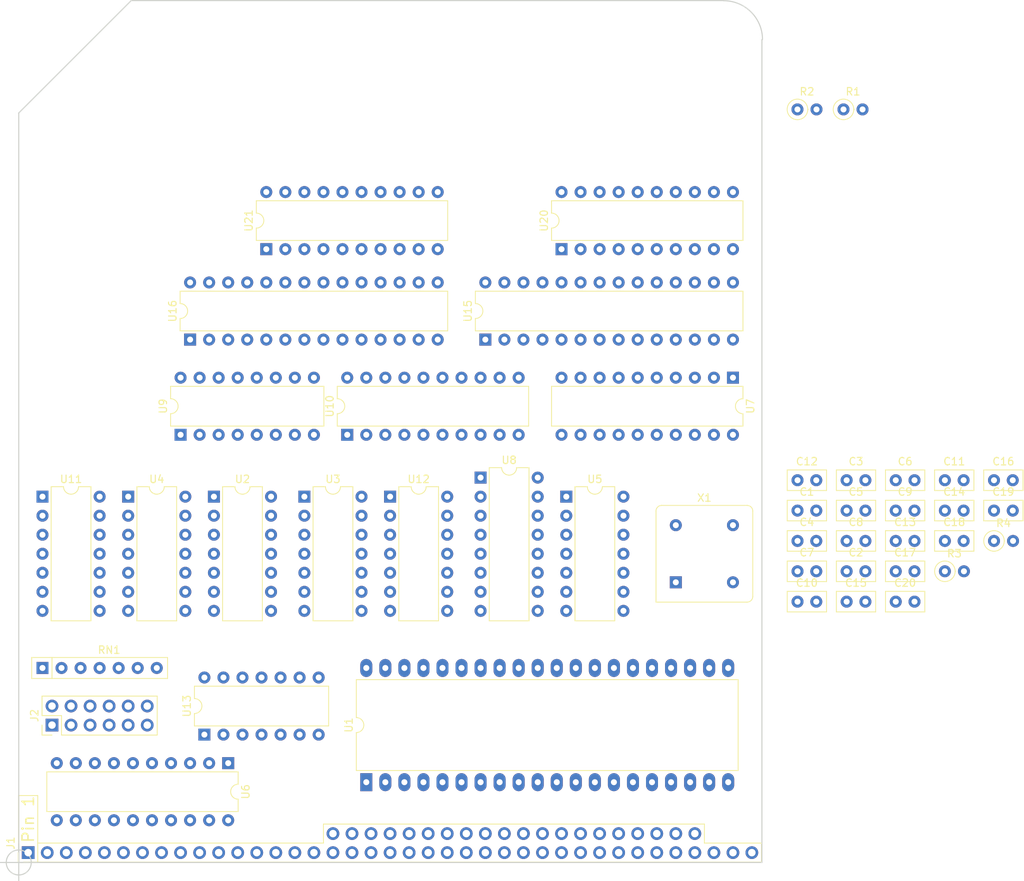
<source format=kicad_pcb>
(kicad_pcb (version 20171130) (host pcbnew 5.1.12-84ad8e8a86~92~ubuntu20.04.1)

  (general
    (thickness 1.6)
    (drawings 7)
    (tracks 0)
    (zones 0)
    (modules 45)
    (nets 165)
  )

  (page A4)
  (layers
    (0 F.Cu signal)
    (31 B.Cu signal)
    (32 B.Adhes user)
    (33 F.Adhes user)
    (34 B.Paste user)
    (35 F.Paste user)
    (36 B.SilkS user)
    (37 F.SilkS user)
    (38 B.Mask user)
    (39 F.Mask user)
    (40 Dwgs.User user)
    (41 Cmts.User user)
    (42 Eco1.User user)
    (43 Eco2.User user)
    (44 Edge.Cuts user)
    (45 Margin user)
    (46 B.CrtYd user)
    (47 F.CrtYd user)
    (48 B.Fab user)
    (49 F.Fab user)
  )

  (setup
    (last_trace_width 0.25)
    (trace_clearance 0.2)
    (zone_clearance 0.508)
    (zone_45_only no)
    (trace_min 0.2)
    (via_size 0.8)
    (via_drill 0.4)
    (via_min_size 0.4)
    (via_min_drill 0.3)
    (uvia_size 0.3)
    (uvia_drill 0.1)
    (uvias_allowed no)
    (uvia_min_size 0.2)
    (uvia_min_drill 0.1)
    (edge_width 0.05)
    (segment_width 0.2)
    (pcb_text_width 0.3)
    (pcb_text_size 1.5 1.5)
    (mod_edge_width 0.12)
    (mod_text_size 1 1)
    (mod_text_width 0.15)
    (pad_size 1.524 1.524)
    (pad_drill 0.762)
    (pad_to_mask_clearance 0)
    (aux_axis_origin 0 0)
    (visible_elements FFFFF77F)
    (pcbplotparams
      (layerselection 0x010fc_ffffffff)
      (usegerberextensions false)
      (usegerberattributes true)
      (usegerberadvancedattributes true)
      (creategerberjobfile true)
      (excludeedgelayer true)
      (linewidth 0.100000)
      (plotframeref false)
      (viasonmask false)
      (mode 1)
      (useauxorigin false)
      (hpglpennumber 1)
      (hpglpenspeed 20)
      (hpglpendiameter 15.000000)
      (psnegative false)
      (psa4output false)
      (plotreference true)
      (plotvalue true)
      (plotinvisibletext false)
      (padsonsilk false)
      (subtractmaskfromsilk false)
      (outputformat 1)
      (mirror false)
      (drillshape 1)
      (scaleselection 1)
      (outputdirectory ""))
  )

  (net 0 "")
  (net 1 VCC)
  (net 2 /PIX-CLK)
  (net 3 GND)
  (net 4 "Net-(U1-Pad2)")
  (net 5 /AD0)
  (net 6 "Net-(U1-Pad3)")
  (net 7 /AD1)
  (net 8 "Net-(U1-Pad4)")
  (net 9 /AD2)
  (net 10 "Net-(U1-Pad5)")
  (net 11 /AD3)
  (net 12 /~ALE)
  (net 13 /AD4)
  (net 14 "Net-(U1-Pad7)")
  (net 15 /AD5)
  (net 16 /AD6)
  (net 17 "Net-(U1-Pad9)")
  (net 18 /AD7)
  (net 19 "Net-(U1-Pad10)")
  (net 20 /AD8)
  (net 21 "Net-(U1-Pad11)")
  (net 22 /AD9)
  (net 23 /AD10)
  (net 24 /AD11)
  (net 25 /AD12)
  (net 26 /AD13)
  (net 27 /AD14)
  (net 28 /AD15)
  (net 29 "Net-(U1-Pad38)")
  (net 30 "Net-(U1-Pad39)")
  (net 31 "Net-(U2-Pad8)")
  (net 32 /DBIN)
  (net 33 /~2xWCLK)
  (net 34 /2xWCLK)
  (net 35 "Net-(U2-Pad6)")
  (net 36 /~PIX-CLK)
  (net 37 /SER-PIX)
  (net 38 /~BLANK)
  (net 39 "Net-(U11-Pad12)")
  (net 40 "Net-(U4-Pad3)")
  (net 41 /VSR-LD)
  (net 42 "Net-(U12-Pad6)")
  (net 43 /~DBIN)
  (net 44 /ALE)
  (net 45 /~WE)
  (net 46 /MA0)
  (net 47 /MA4)
  (net 48 /MA1)
  (net 49 /MA5)
  (net 50 /MA2)
  (net 51 /MA6)
  (net 52 /MA3)
  (net 53 /MA7)
  (net 54 "Net-(U8-Pad11)")
  (net 55 "Net-(U12-Pad2)")
  (net 56 "Net-(U12-Pad1)")
  (net 57 "Net-(U8-Pad15)")
  (net 58 "Net-(U9-Pad1)")
  (net 59 "Net-(U9-Pad10)")
  (net 60 "Net-(U9-Pad13)")
  (net 61 "Net-(U9-Pad14)")
  (net 62 "Net-(U9-Pad15)")
  (net 63 /LOAD-MASK)
  (net 64 "Net-(U11-Pad5)")
  (net 65 "Net-(U11-Pad9)")
  (net 66 "Net-(U11-Pad8)")
  (net 67 /MA15)
  (net 68 /MA11)
  (net 69 /MA14)
  (net 70 /MA10)
  (net 71 /MA13)
  (net 72 /MA9)
  (net 73 /MA12)
  (net 74 /MA8)
  (net 75 /VSYNC)
  (net 76 /HSYNC)
  (net 77 "Net-(U16-Pad28)")
  (net 78 /VIDEO)
  (net 79 "Net-(U20-Pad19)")
  (net 80 "Net-(U20-Pad9)")
  (net 81 "Net-(U20-Pad18)")
  (net 82 "Net-(U20-Pad17)")
  (net 83 "Net-(U20-Pad3)")
  (net 84 "Net-(U20-Pad2)")
  (net 85 "Net-(U20-Pad11)")
  (net 86 "Net-(U21-Pad11)")
  (net 87 "Net-(U21-Pad17)")
  (net 88 "Net-(U21-Pad18)")
  (net 89 "Net-(X1-Pad1)")
  (net 90 /Q2)
  (net 91 /Q1)
  (net 92 "Net-(J1-Pad1)")
  (net 93 "Net-(J1-Pad2)")
  (net 94 "Net-(J1-Pad3)")
  (net 95 "Net-(J1-Pad4)")
  (net 96 "Net-(J1-Pad5)")
  (net 97 "Net-(J1-Pad6)")
  (net 98 "Net-(J1-Pad7)")
  (net 99 "Net-(J1-Pad8)")
  (net 100 "Net-(J1-Pad9)")
  (net 101 "Net-(J1-Pad10)")
  (net 102 "Net-(J1-Pad11)")
  (net 103 "Net-(J1-Pad12)")
  (net 104 "Net-(J1-Pad13)")
  (net 105 "Net-(J1-Pad14)")
  (net 106 "Net-(J1-Pad15)")
  (net 107 /cpu_if/A0)
  (net 108 "Net-(J1-Pad19)")
  (net 109 "Net-(J1-PadB3)")
  (net 110 "Net-(J1-Pad20)")
  (net 111 "Net-(J1-PadB4)")
  (net 112 "Net-(J1-Pad21)")
  (net 113 "Net-(J1-PadB5)")
  (net 114 "Net-(J1-Pad22)")
  (net 115 "Net-(J1-PadB6)")
  (net 116 "Net-(J1-Pad23)")
  (net 117 "Net-(J1-PadB7)")
  (net 118 "Net-(J1-Pad24)")
  (net 119 "Net-(J1-PadB8)")
  (net 120 "Net-(J1-Pad25)")
  (net 121 "Net-(J1-PadB9)")
  (net 122 "Net-(J1-Pad26)")
  (net 123 "Net-(J1-PadB10)")
  (net 124 /cpu_if/DB0)
  (net 125 "Net-(J1-PadB11)")
  (net 126 /cpu_if/DB1)
  (net 127 "Net-(J1-PadB12)")
  (net 128 /cpu_if/DB2)
  (net 129 "Net-(J1-PadB13)")
  (net 130 /cpu_if/DB3)
  (net 131 "Net-(J1-PadB14)")
  (net 132 /cpu_if/DB4)
  (net 133 "Net-(J1-PadB15)")
  (net 134 /cpu_if/DB5)
  (net 135 "Net-(J1-PadB16)")
  (net 136 /cpu_if/DB6)
  (net 137 "Net-(J1-PadB17)")
  (net 138 /cpu_if/DB7)
  (net 139 "Net-(J1-PadB18)")
  (net 140 "Net-(J1-Pad35)")
  (net 141 "Net-(J1-PadB19)")
  (net 142 "Net-(J1-Pad36)")
  (net 143 "Net-(J1-PadB20)")
  (net 144 "Net-(J1-Pad37)")
  (net 145 "Net-(J1-Pad38)")
  (net 146 "Net-(J1-Pad39)")
  (net 147 "Net-(J2-Pad2)")
  (net 148 "Net-(J2-Pad4)")
  (net 149 "Net-(J2-Pad6)")
  (net 150 "Net-(J2-Pad8)")
  (net 151 "Net-(J2-Pad10)")
  (net 152 "Net-(J2-Pad12)")
  (net 153 "Net-(R3-Pad1)")
  (net 154 "Net-(U6-Pad1)")
  (net 155 "Net-(U13-Pad1)")
  (net 156 Gnd)
  (net 157 Vcc)
  (net 158 /cpu_if/~WR)
  (net 159 /cpu_if/~RD)
  (net 160 "Net-(U3-Pad9)")
  (net 161 "Net-(U3-Pad1)")
  (net 162 "Net-(U5-Pad11)")
  (net 163 "Net-(U9-Pad2)")
  (net 164 "Net-(U9-Pad7)")

  (net_class Default "This is the default net class."
    (clearance 0.2)
    (trace_width 0.25)
    (via_dia 0.8)
    (via_drill 0.4)
    (uvia_dia 0.3)
    (uvia_drill 0.1)
    (add_net /2xWCLK)
    (add_net /AD0)
    (add_net /AD1)
    (add_net /AD10)
    (add_net /AD11)
    (add_net /AD12)
    (add_net /AD13)
    (add_net /AD14)
    (add_net /AD15)
    (add_net /AD2)
    (add_net /AD3)
    (add_net /AD4)
    (add_net /AD5)
    (add_net /AD6)
    (add_net /AD7)
    (add_net /AD8)
    (add_net /AD9)
    (add_net /ALE)
    (add_net /DBIN)
    (add_net /HSYNC)
    (add_net /LOAD-MASK)
    (add_net /MA0)
    (add_net /MA1)
    (add_net /MA10)
    (add_net /MA11)
    (add_net /MA12)
    (add_net /MA13)
    (add_net /MA14)
    (add_net /MA15)
    (add_net /MA2)
    (add_net /MA3)
    (add_net /MA4)
    (add_net /MA5)
    (add_net /MA6)
    (add_net /MA7)
    (add_net /MA8)
    (add_net /MA9)
    (add_net /PIX-CLK)
    (add_net /Q1)
    (add_net /Q2)
    (add_net /SER-PIX)
    (add_net /VIDEO)
    (add_net /VSR-LD)
    (add_net /VSYNC)
    (add_net /cpu_if/A0)
    (add_net /cpu_if/DB0)
    (add_net /cpu_if/DB1)
    (add_net /cpu_if/DB2)
    (add_net /cpu_if/DB3)
    (add_net /cpu_if/DB4)
    (add_net /cpu_if/DB5)
    (add_net /cpu_if/DB6)
    (add_net /cpu_if/DB7)
    (add_net /cpu_if/~RD)
    (add_net /cpu_if/~WR)
    (add_net /~2xWCLK)
    (add_net /~ALE)
    (add_net /~BLANK)
    (add_net /~DBIN)
    (add_net /~PIX-CLK)
    (add_net /~WE)
    (add_net GND)
    (add_net Gnd)
    (add_net "Net-(J1-Pad1)")
    (add_net "Net-(J1-Pad10)")
    (add_net "Net-(J1-Pad11)")
    (add_net "Net-(J1-Pad12)")
    (add_net "Net-(J1-Pad13)")
    (add_net "Net-(J1-Pad14)")
    (add_net "Net-(J1-Pad15)")
    (add_net "Net-(J1-Pad19)")
    (add_net "Net-(J1-Pad2)")
    (add_net "Net-(J1-Pad20)")
    (add_net "Net-(J1-Pad21)")
    (add_net "Net-(J1-Pad22)")
    (add_net "Net-(J1-Pad23)")
    (add_net "Net-(J1-Pad24)")
    (add_net "Net-(J1-Pad25)")
    (add_net "Net-(J1-Pad26)")
    (add_net "Net-(J1-Pad3)")
    (add_net "Net-(J1-Pad35)")
    (add_net "Net-(J1-Pad36)")
    (add_net "Net-(J1-Pad37)")
    (add_net "Net-(J1-Pad38)")
    (add_net "Net-(J1-Pad39)")
    (add_net "Net-(J1-Pad4)")
    (add_net "Net-(J1-Pad5)")
    (add_net "Net-(J1-Pad6)")
    (add_net "Net-(J1-Pad7)")
    (add_net "Net-(J1-Pad8)")
    (add_net "Net-(J1-Pad9)")
    (add_net "Net-(J1-PadB10)")
    (add_net "Net-(J1-PadB11)")
    (add_net "Net-(J1-PadB12)")
    (add_net "Net-(J1-PadB13)")
    (add_net "Net-(J1-PadB14)")
    (add_net "Net-(J1-PadB15)")
    (add_net "Net-(J1-PadB16)")
    (add_net "Net-(J1-PadB17)")
    (add_net "Net-(J1-PadB18)")
    (add_net "Net-(J1-PadB19)")
    (add_net "Net-(J1-PadB20)")
    (add_net "Net-(J1-PadB3)")
    (add_net "Net-(J1-PadB4)")
    (add_net "Net-(J1-PadB5)")
    (add_net "Net-(J1-PadB6)")
    (add_net "Net-(J1-PadB7)")
    (add_net "Net-(J1-PadB8)")
    (add_net "Net-(J1-PadB9)")
    (add_net "Net-(J2-Pad10)")
    (add_net "Net-(J2-Pad12)")
    (add_net "Net-(J2-Pad2)")
    (add_net "Net-(J2-Pad4)")
    (add_net "Net-(J2-Pad6)")
    (add_net "Net-(J2-Pad8)")
    (add_net "Net-(R3-Pad1)")
    (add_net "Net-(U1-Pad10)")
    (add_net "Net-(U1-Pad11)")
    (add_net "Net-(U1-Pad2)")
    (add_net "Net-(U1-Pad3)")
    (add_net "Net-(U1-Pad38)")
    (add_net "Net-(U1-Pad39)")
    (add_net "Net-(U1-Pad4)")
    (add_net "Net-(U1-Pad5)")
    (add_net "Net-(U1-Pad7)")
    (add_net "Net-(U1-Pad9)")
    (add_net "Net-(U11-Pad12)")
    (add_net "Net-(U11-Pad5)")
    (add_net "Net-(U11-Pad8)")
    (add_net "Net-(U11-Pad9)")
    (add_net "Net-(U12-Pad1)")
    (add_net "Net-(U12-Pad2)")
    (add_net "Net-(U12-Pad6)")
    (add_net "Net-(U13-Pad1)")
    (add_net "Net-(U16-Pad28)")
    (add_net "Net-(U2-Pad6)")
    (add_net "Net-(U2-Pad8)")
    (add_net "Net-(U20-Pad11)")
    (add_net "Net-(U20-Pad17)")
    (add_net "Net-(U20-Pad18)")
    (add_net "Net-(U20-Pad19)")
    (add_net "Net-(U20-Pad2)")
    (add_net "Net-(U20-Pad3)")
    (add_net "Net-(U20-Pad9)")
    (add_net "Net-(U21-Pad11)")
    (add_net "Net-(U21-Pad17)")
    (add_net "Net-(U21-Pad18)")
    (add_net "Net-(U3-Pad1)")
    (add_net "Net-(U3-Pad9)")
    (add_net "Net-(U4-Pad3)")
    (add_net "Net-(U5-Pad11)")
    (add_net "Net-(U6-Pad1)")
    (add_net "Net-(U8-Pad11)")
    (add_net "Net-(U8-Pad15)")
    (add_net "Net-(U9-Pad1)")
    (add_net "Net-(U9-Pad10)")
    (add_net "Net-(U9-Pad13)")
    (add_net "Net-(U9-Pad14)")
    (add_net "Net-(U9-Pad15)")
    (add_net "Net-(U9-Pad2)")
    (add_net "Net-(U9-Pad7)")
    (add_net "Net-(X1-Pad1)")
    (add_net VCC)
    (add_net Vcc)
  )

  (module Resistor_THT:R_Axial_DIN0207_L6.3mm_D2.5mm_P2.54mm_Vertical (layer F.Cu) (tedit 5AE5139B) (tstamp 61CD629B)
    (at 156.980001 71.523201)
    (descr "Resistor, Axial_DIN0207 series, Axial, Vertical, pin pitch=2.54mm, 0.25W = 1/4W, length*diameter=6.3*2.5mm^2, http://cdn-reichelt.de/documents/datenblatt/B400/1_4W%23YAG.pdf")
    (tags "Resistor Axial_DIN0207 series Axial Vertical pin pitch 2.54mm 0.25W = 1/4W length 6.3mm diameter 2.5mm")
    (path /61DF8D1A)
    (fp_text reference R1 (at 1.27 -2.37) (layer F.SilkS)
      (effects (font (size 1 1) (thickness 0.15)))
    )
    (fp_text value 270 (at 1.27 2.37) (layer F.Fab)
      (effects (font (size 1 1) (thickness 0.15)))
    )
    (fp_circle (center 0 0) (end 1.25 0) (layer F.Fab) (width 0.1))
    (fp_circle (center 0 0) (end 1.37 0) (layer F.SilkS) (width 0.12))
    (fp_line (start 0 0) (end 2.54 0) (layer F.Fab) (width 0.1))
    (fp_line (start 1.37 0) (end 1.44 0) (layer F.SilkS) (width 0.12))
    (fp_line (start -1.5 -1.5) (end -1.5 1.5) (layer F.CrtYd) (width 0.05))
    (fp_line (start -1.5 1.5) (end 3.59 1.5) (layer F.CrtYd) (width 0.05))
    (fp_line (start 3.59 1.5) (end 3.59 -1.5) (layer F.CrtYd) (width 0.05))
    (fp_line (start 3.59 -1.5) (end -1.5 -1.5) (layer F.CrtYd) (width 0.05))
    (fp_text user %R (at 1.27 -2.37) (layer F.Fab)
      (effects (font (size 1 1) (thickness 0.15)))
    )
    (pad 1 thru_hole circle (at 0 0) (size 1.6 1.6) (drill 0.8) (layers *.Cu *.Mask)
      (net 1 VCC))
    (pad 2 thru_hole oval (at 2.54 0) (size 1.6 1.6) (drill 0.8) (layers *.Cu *.Mask)
      (net 2 /PIX-CLK))
    (model ${KISYS3DMOD}/Resistor_THT.3dshapes/R_Axial_DIN0207_L6.3mm_D2.5mm_P2.54mm_Vertical.wrl
      (at (xyz 0 0 0))
      (scale (xyz 1 1 1))
      (rotate (xyz 0 0 0))
    )
  )

  (module Resistor_THT:R_Axial_DIN0207_L6.3mm_D2.5mm_P2.54mm_Vertical (layer F.Cu) (tedit 5AE5139B) (tstamp 61CD62AA)
    (at 150.840001 71.523201)
    (descr "Resistor, Axial_DIN0207 series, Axial, Vertical, pin pitch=2.54mm, 0.25W = 1/4W, length*diameter=6.3*2.5mm^2, http://cdn-reichelt.de/documents/datenblatt/B400/1_4W%23YAG.pdf")
    (tags "Resistor Axial_DIN0207 series Axial Vertical pin pitch 2.54mm 0.25W = 1/4W length 6.3mm diameter 2.5mm")
    (path /61DF9475)
    (fp_text reference R2 (at 1.27 -2.37) (layer F.SilkS)
      (effects (font (size 1 1) (thickness 0.15)))
    )
    (fp_text value 330 (at 1.27 2.37) (layer F.Fab)
      (effects (font (size 1 1) (thickness 0.15)))
    )
    (fp_line (start 3.59 -1.5) (end -1.5 -1.5) (layer F.CrtYd) (width 0.05))
    (fp_line (start 3.59 1.5) (end 3.59 -1.5) (layer F.CrtYd) (width 0.05))
    (fp_line (start -1.5 1.5) (end 3.59 1.5) (layer F.CrtYd) (width 0.05))
    (fp_line (start -1.5 -1.5) (end -1.5 1.5) (layer F.CrtYd) (width 0.05))
    (fp_line (start 1.37 0) (end 1.44 0) (layer F.SilkS) (width 0.12))
    (fp_line (start 0 0) (end 2.54 0) (layer F.Fab) (width 0.1))
    (fp_circle (center 0 0) (end 1.37 0) (layer F.SilkS) (width 0.12))
    (fp_circle (center 0 0) (end 1.25 0) (layer F.Fab) (width 0.1))
    (fp_text user %R (at 1.27 -2.37) (layer F.Fab)
      (effects (font (size 1 1) (thickness 0.15)))
    )
    (pad 2 thru_hole oval (at 2.54 0) (size 1.6 1.6) (drill 0.8) (layers *.Cu *.Mask)
      (net 3 GND))
    (pad 1 thru_hole circle (at 0 0) (size 1.6 1.6) (drill 0.8) (layers *.Cu *.Mask)
      (net 2 /PIX-CLK))
    (model ${KISYS3DMOD}/Resistor_THT.3dshapes/R_Axial_DIN0207_L6.3mm_D2.5mm_P2.54mm_Vertical.wrl
      (at (xyz 0 0 0))
      (scale (xyz 1 1 1))
      (rotate (xyz 0 0 0))
    )
  )

  (module Package_DIP:DIP-40_W15.24mm_LongPads (layer F.Cu) (tedit 5A02E8C5) (tstamp 61CE0E14)
    (at 93.345 161.29 90)
    (descr "40-lead though-hole mounted DIP package, row spacing 15.24 mm (600 mils), LongPads")
    (tags "THT DIP DIL PDIP 2.54mm 15.24mm 600mil LongPads")
    (path /61CCEB23)
    (fp_text reference U1 (at 7.62 -2.33 90) (layer F.SilkS)
      (effects (font (size 1 1) (thickness 0.15)))
    )
    (fp_text value UPD7220 (at 7.62 50.59 90) (layer F.Fab)
      (effects (font (size 1 1) (thickness 0.15)))
    )
    (fp_line (start 1.255 -1.27) (end 14.985 -1.27) (layer F.Fab) (width 0.1))
    (fp_line (start 14.985 -1.27) (end 14.985 49.53) (layer F.Fab) (width 0.1))
    (fp_line (start 14.985 49.53) (end 0.255 49.53) (layer F.Fab) (width 0.1))
    (fp_line (start 0.255 49.53) (end 0.255 -0.27) (layer F.Fab) (width 0.1))
    (fp_line (start 0.255 -0.27) (end 1.255 -1.27) (layer F.Fab) (width 0.1))
    (fp_line (start 6.62 -1.33) (end 1.56 -1.33) (layer F.SilkS) (width 0.12))
    (fp_line (start 1.56 -1.33) (end 1.56 49.59) (layer F.SilkS) (width 0.12))
    (fp_line (start 1.56 49.59) (end 13.68 49.59) (layer F.SilkS) (width 0.12))
    (fp_line (start 13.68 49.59) (end 13.68 -1.33) (layer F.SilkS) (width 0.12))
    (fp_line (start 13.68 -1.33) (end 8.62 -1.33) (layer F.SilkS) (width 0.12))
    (fp_line (start -1.5 -1.55) (end -1.5 49.8) (layer F.CrtYd) (width 0.05))
    (fp_line (start -1.5 49.8) (end 16.7 49.8) (layer F.CrtYd) (width 0.05))
    (fp_line (start 16.7 49.8) (end 16.7 -1.55) (layer F.CrtYd) (width 0.05))
    (fp_line (start 16.7 -1.55) (end -1.5 -1.55) (layer F.CrtYd) (width 0.05))
    (fp_arc (start 7.62 -1.33) (end 6.62 -1.33) (angle -180) (layer F.SilkS) (width 0.12))
    (fp_text user %R (at 7.62 24.13 90) (layer F.Fab)
      (effects (font (size 1 1) (thickness 0.15)))
    )
    (pad 1 thru_hole rect (at 0 0 90) (size 2.4 1.6) (drill 0.8) (layers *.Cu *.Mask)
      (net 34 /2xWCLK))
    (pad 21 thru_hole oval (at 15.24 48.26 90) (size 2.4 1.6) (drill 0.8) (layers *.Cu *.Mask)
      (net 3 GND))
    (pad 2 thru_hole oval (at 0 2.54 90) (size 2.4 1.6) (drill 0.8) (layers *.Cu *.Mask)
      (net 4 "Net-(U1-Pad2)"))
    (pad 22 thru_hole oval (at 15.24 45.72 90) (size 2.4 1.6) (drill 0.8) (layers *.Cu *.Mask)
      (net 5 /AD0))
    (pad 3 thru_hole oval (at 0 5.08 90) (size 2.4 1.6) (drill 0.8) (layers *.Cu *.Mask)
      (net 6 "Net-(U1-Pad3)"))
    (pad 23 thru_hole oval (at 15.24 43.18 90) (size 2.4 1.6) (drill 0.8) (layers *.Cu *.Mask)
      (net 7 /AD1))
    (pad 4 thru_hole oval (at 0 7.62 90) (size 2.4 1.6) (drill 0.8) (layers *.Cu *.Mask)
      (net 8 "Net-(U1-Pad4)"))
    (pad 24 thru_hole oval (at 15.24 40.64 90) (size 2.4 1.6) (drill 0.8) (layers *.Cu *.Mask)
      (net 9 /AD2))
    (pad 5 thru_hole oval (at 0 10.16 90) (size 2.4 1.6) (drill 0.8) (layers *.Cu *.Mask)
      (net 10 "Net-(U1-Pad5)"))
    (pad 25 thru_hole oval (at 15.24 38.1 90) (size 2.4 1.6) (drill 0.8) (layers *.Cu *.Mask)
      (net 11 /AD3))
    (pad 6 thru_hole oval (at 0 12.7 90) (size 2.4 1.6) (drill 0.8) (layers *.Cu *.Mask)
      (net 12 /~ALE))
    (pad 26 thru_hole oval (at 15.24 35.56 90) (size 2.4 1.6) (drill 0.8) (layers *.Cu *.Mask)
      (net 13 /AD4))
    (pad 7 thru_hole oval (at 0 15.24 90) (size 2.4 1.6) (drill 0.8) (layers *.Cu *.Mask)
      (net 14 "Net-(U1-Pad7)"))
    (pad 27 thru_hole oval (at 15.24 33.02 90) (size 2.4 1.6) (drill 0.8) (layers *.Cu *.Mask)
      (net 15 /AD5))
    (pad 8 thru_hole oval (at 0 17.78 90) (size 2.4 1.6) (drill 0.8) (layers *.Cu *.Mask)
      (net 153 "Net-(R3-Pad1)"))
    (pad 28 thru_hole oval (at 15.24 30.48 90) (size 2.4 1.6) (drill 0.8) (layers *.Cu *.Mask)
      (net 16 /AD6))
    (pad 9 thru_hole oval (at 0 20.32 90) (size 2.4 1.6) (drill 0.8) (layers *.Cu *.Mask)
      (net 17 "Net-(U1-Pad9)"))
    (pad 29 thru_hole oval (at 15.24 27.94 90) (size 2.4 1.6) (drill 0.8) (layers *.Cu *.Mask)
      (net 18 /AD7))
    (pad 10 thru_hole oval (at 0 22.86 90) (size 2.4 1.6) (drill 0.8) (layers *.Cu *.Mask)
      (net 19 "Net-(U1-Pad10)"))
    (pad 30 thru_hole oval (at 15.24 25.4 90) (size 2.4 1.6) (drill 0.8) (layers *.Cu *.Mask)
      (net 20 /AD8))
    (pad 11 thru_hole oval (at 0 25.4 90) (size 2.4 1.6) (drill 0.8) (layers *.Cu *.Mask)
      (net 21 "Net-(U1-Pad11)"))
    (pad 31 thru_hole oval (at 15.24 22.86 90) (size 2.4 1.6) (drill 0.8) (layers *.Cu *.Mask)
      (net 22 /AD9))
    (pad 12 thru_hole oval (at 0 27.94 90) (size 2.4 1.6) (drill 0.8) (layers *.Cu *.Mask)
      (net 138 /cpu_if/DB7))
    (pad 32 thru_hole oval (at 15.24 20.32 90) (size 2.4 1.6) (drill 0.8) (layers *.Cu *.Mask)
      (net 23 /AD10))
    (pad 13 thru_hole oval (at 0 30.48 90) (size 2.4 1.6) (drill 0.8) (layers *.Cu *.Mask)
      (net 136 /cpu_if/DB6))
    (pad 33 thru_hole oval (at 15.24 17.78 90) (size 2.4 1.6) (drill 0.8) (layers *.Cu *.Mask)
      (net 24 /AD11))
    (pad 14 thru_hole oval (at 0 33.02 90) (size 2.4 1.6) (drill 0.8) (layers *.Cu *.Mask)
      (net 134 /cpu_if/DB5))
    (pad 34 thru_hole oval (at 15.24 15.24 90) (size 2.4 1.6) (drill 0.8) (layers *.Cu *.Mask)
      (net 25 /AD12))
    (pad 15 thru_hole oval (at 0 35.56 90) (size 2.4 1.6) (drill 0.8) (layers *.Cu *.Mask)
      (net 132 /cpu_if/DB4))
    (pad 35 thru_hole oval (at 15.24 12.7 90) (size 2.4 1.6) (drill 0.8) (layers *.Cu *.Mask)
      (net 26 /AD13))
    (pad 16 thru_hole oval (at 0 38.1 90) (size 2.4 1.6) (drill 0.8) (layers *.Cu *.Mask)
      (net 130 /cpu_if/DB3))
    (pad 36 thru_hole oval (at 15.24 10.16 90) (size 2.4 1.6) (drill 0.8) (layers *.Cu *.Mask)
      (net 27 /AD14))
    (pad 17 thru_hole oval (at 0 40.64 90) (size 2.4 1.6) (drill 0.8) (layers *.Cu *.Mask)
      (net 128 /cpu_if/DB2))
    (pad 37 thru_hole oval (at 15.24 7.62 90) (size 2.4 1.6) (drill 0.8) (layers *.Cu *.Mask)
      (net 28 /AD15))
    (pad 18 thru_hole oval (at 0 43.18 90) (size 2.4 1.6) (drill 0.8) (layers *.Cu *.Mask)
      (net 126 /cpu_if/DB1))
    (pad 38 thru_hole oval (at 15.24 5.08 90) (size 2.4 1.6) (drill 0.8) (layers *.Cu *.Mask)
      (net 29 "Net-(U1-Pad38)"))
    (pad 19 thru_hole oval (at 0 45.72 90) (size 2.4 1.6) (drill 0.8) (layers *.Cu *.Mask)
      (net 124 /cpu_if/DB0))
    (pad 39 thru_hole oval (at 15.24 2.54 90) (size 2.4 1.6) (drill 0.8) (layers *.Cu *.Mask)
      (net 30 "Net-(U1-Pad39)"))
    (pad 20 thru_hole oval (at 0 48.26 90) (size 2.4 1.6) (drill 0.8) (layers *.Cu *.Mask)
      (net 3 GND))
    (pad 40 thru_hole oval (at 15.24 0 90) (size 2.4 1.6) (drill 0.8) (layers *.Cu *.Mask)
      (net 1 VCC))
    (model ${KISYS3DMOD}/Package_DIP.3dshapes/DIP-40_W15.24mm.wrl
      (at (xyz 0 0 0))
      (scale (xyz 1 1 1))
      (rotate (xyz 0 0 0))
    )
  )

  (module Package_DIP:DIP-14_W7.62mm (layer F.Cu) (tedit 5A02E8C5) (tstamp 61CD7B9E)
    (at 73.025 123.19)
    (descr "14-lead though-hole mounted DIP package, row spacing 7.62 mm (300 mils)")
    (tags "THT DIP DIL PDIP 2.54mm 7.62mm 300mil")
    (path /61DB2836)
    (fp_text reference U2 (at 3.81 -2.33) (layer F.SilkS)
      (effects (font (size 1 1) (thickness 0.15)))
    )
    (fp_text value 74LS74 (at 3.81 17.57) (layer F.Fab)
      (effects (font (size 1 1) (thickness 0.15)))
    )
    (fp_line (start 1.635 -1.27) (end 6.985 -1.27) (layer F.Fab) (width 0.1))
    (fp_line (start 6.985 -1.27) (end 6.985 16.51) (layer F.Fab) (width 0.1))
    (fp_line (start 6.985 16.51) (end 0.635 16.51) (layer F.Fab) (width 0.1))
    (fp_line (start 0.635 16.51) (end 0.635 -0.27) (layer F.Fab) (width 0.1))
    (fp_line (start 0.635 -0.27) (end 1.635 -1.27) (layer F.Fab) (width 0.1))
    (fp_line (start 2.81 -1.33) (end 1.16 -1.33) (layer F.SilkS) (width 0.12))
    (fp_line (start 1.16 -1.33) (end 1.16 16.57) (layer F.SilkS) (width 0.12))
    (fp_line (start 1.16 16.57) (end 6.46 16.57) (layer F.SilkS) (width 0.12))
    (fp_line (start 6.46 16.57) (end 6.46 -1.33) (layer F.SilkS) (width 0.12))
    (fp_line (start 6.46 -1.33) (end 4.81 -1.33) (layer F.SilkS) (width 0.12))
    (fp_line (start -1.1 -1.55) (end -1.1 16.8) (layer F.CrtYd) (width 0.05))
    (fp_line (start -1.1 16.8) (end 8.7 16.8) (layer F.CrtYd) (width 0.05))
    (fp_line (start 8.7 16.8) (end 8.7 -1.55) (layer F.CrtYd) (width 0.05))
    (fp_line (start 8.7 -1.55) (end -1.1 -1.55) (layer F.CrtYd) (width 0.05))
    (fp_arc (start 3.81 -1.33) (end 2.81 -1.33) (angle -180) (layer F.SilkS) (width 0.12))
    (fp_text user %R (at 3.81 7.62) (layer F.Fab)
      (effects (font (size 1 1) (thickness 0.15)))
    )
    (pad 1 thru_hole rect (at 0 0) (size 1.6 1.6) (drill 0.8) (layers *.Cu *.Mask)
      (net 1 VCC))
    (pad 8 thru_hole oval (at 7.62 15.24) (size 1.6 1.6) (drill 0.8) (layers *.Cu *.Mask)
      (net 31 "Net-(U2-Pad8)"))
    (pad 2 thru_hole oval (at 0 2.54) (size 1.6 1.6) (drill 0.8) (layers *.Cu *.Mask)
      (net 32 /DBIN))
    (pad 9 thru_hole oval (at 7.62 12.7) (size 1.6 1.6) (drill 0.8) (layers *.Cu *.Mask)
      (net 90 /Q2))
    (pad 3 thru_hole oval (at 0 5.08) (size 1.6 1.6) (drill 0.8) (layers *.Cu *.Mask)
      (net 33 /~2xWCLK))
    (pad 10 thru_hole oval (at 7.62 10.16) (size 1.6 1.6) (drill 0.8) (layers *.Cu *.Mask)
      (net 1 VCC))
    (pad 4 thru_hole oval (at 0 7.62) (size 1.6 1.6) (drill 0.8) (layers *.Cu *.Mask)
      (net 1 VCC))
    (pad 11 thru_hole oval (at 7.62 7.62) (size 1.6 1.6) (drill 0.8) (layers *.Cu *.Mask)
      (net 34 /2xWCLK))
    (pad 5 thru_hole oval (at 0 10.16) (size 1.6 1.6) (drill 0.8) (layers *.Cu *.Mask)
      (net 91 /Q1))
    (pad 12 thru_hole oval (at 7.62 5.08) (size 1.6 1.6) (drill 0.8) (layers *.Cu *.Mask)
      (net 91 /Q1))
    (pad 6 thru_hole oval (at 0 12.7) (size 1.6 1.6) (drill 0.8) (layers *.Cu *.Mask)
      (net 35 "Net-(U2-Pad6)"))
    (pad 13 thru_hole oval (at 7.62 2.54) (size 1.6 1.6) (drill 0.8) (layers *.Cu *.Mask)
      (net 1 VCC))
    (pad 7 thru_hole oval (at 0 15.24) (size 1.6 1.6) (drill 0.8) (layers *.Cu *.Mask))
    (pad 14 thru_hole oval (at 7.62 0) (size 1.6 1.6) (drill 0.8) (layers *.Cu *.Mask))
    (model ${KISYS3DMOD}/Package_DIP.3dshapes/DIP-14_W7.62mm.wrl
      (at (xyz 0 0 0))
      (scale (xyz 1 1 1))
      (rotate (xyz 0 0 0))
    )
  )

  (module Package_DIP:DIP-14_W7.62mm (layer F.Cu) (tedit 5A02E8C5) (tstamp 61CEB582)
    (at 61.595 123.19)
    (descr "14-lead though-hole mounted DIP package, row spacing 7.62 mm (300 mils)")
    (tags "THT DIP DIL PDIP 2.54mm 7.62mm 300mil")
    (path /61D52247)
    (fp_text reference U4 (at 3.81 -2.33) (layer F.SilkS)
      (effects (font (size 1 1) (thickness 0.15)))
    )
    (fp_text value 74S00 (at 3.81 17.57) (layer F.Fab)
      (effects (font (size 1 1) (thickness 0.15)))
    )
    (fp_line (start 8.7 -1.55) (end -1.1 -1.55) (layer F.CrtYd) (width 0.05))
    (fp_line (start 8.7 16.8) (end 8.7 -1.55) (layer F.CrtYd) (width 0.05))
    (fp_line (start -1.1 16.8) (end 8.7 16.8) (layer F.CrtYd) (width 0.05))
    (fp_line (start -1.1 -1.55) (end -1.1 16.8) (layer F.CrtYd) (width 0.05))
    (fp_line (start 6.46 -1.33) (end 4.81 -1.33) (layer F.SilkS) (width 0.12))
    (fp_line (start 6.46 16.57) (end 6.46 -1.33) (layer F.SilkS) (width 0.12))
    (fp_line (start 1.16 16.57) (end 6.46 16.57) (layer F.SilkS) (width 0.12))
    (fp_line (start 1.16 -1.33) (end 1.16 16.57) (layer F.SilkS) (width 0.12))
    (fp_line (start 2.81 -1.33) (end 1.16 -1.33) (layer F.SilkS) (width 0.12))
    (fp_line (start 0.635 -0.27) (end 1.635 -1.27) (layer F.Fab) (width 0.1))
    (fp_line (start 0.635 16.51) (end 0.635 -0.27) (layer F.Fab) (width 0.1))
    (fp_line (start 6.985 16.51) (end 0.635 16.51) (layer F.Fab) (width 0.1))
    (fp_line (start 6.985 -1.27) (end 6.985 16.51) (layer F.Fab) (width 0.1))
    (fp_line (start 1.635 -1.27) (end 6.985 -1.27) (layer F.Fab) (width 0.1))
    (fp_text user %R (at 3.81 7.62) (layer F.Fab)
      (effects (font (size 1 1) (thickness 0.15)))
    )
    (fp_arc (start 3.81 -1.33) (end 2.81 -1.33) (angle -180) (layer F.SilkS) (width 0.12))
    (pad 14 thru_hole oval (at 7.62 0) (size 1.6 1.6) (drill 0.8) (layers *.Cu *.Mask))
    (pad 7 thru_hole oval (at 0 15.24) (size 1.6 1.6) (drill 0.8) (layers *.Cu *.Mask))
    (pad 13 thru_hole oval (at 7.62 2.54) (size 1.6 1.6) (drill 0.8) (layers *.Cu *.Mask)
      (net 90 /Q2))
    (pad 6 thru_hole oval (at 0 12.7) (size 1.6 1.6) (drill 0.8) (layers *.Cu *.Mask)
      (net 39 "Net-(U11-Pad12)"))
    (pad 12 thru_hole oval (at 7.62 5.08) (size 1.6 1.6) (drill 0.8) (layers *.Cu *.Mask)
      (net 33 /~2xWCLK))
    (pad 5 thru_hole oval (at 0 10.16) (size 1.6 1.6) (drill 0.8) (layers *.Cu *.Mask)
      (net 37 /SER-PIX))
    (pad 11 thru_hole oval (at 7.62 7.62) (size 1.6 1.6) (drill 0.8) (layers *.Cu *.Mask)
      (net 45 /~WE))
    (pad 4 thru_hole oval (at 0 7.62) (size 1.6 1.6) (drill 0.8) (layers *.Cu *.Mask)
      (net 38 /~BLANK))
    (pad 10 thru_hole oval (at 7.62 10.16) (size 1.6 1.6) (drill 0.8) (layers *.Cu *.Mask))
    (pad 3 thru_hole oval (at 0 5.08) (size 1.6 1.6) (drill 0.8) (layers *.Cu *.Mask)
      (net 40 "Net-(U4-Pad3)"))
    (pad 9 thru_hole oval (at 7.62 12.7) (size 1.6 1.6) (drill 0.8) (layers *.Cu *.Mask))
    (pad 2 thru_hole oval (at 0 2.54) (size 1.6 1.6) (drill 0.8) (layers *.Cu *.Mask)
      (net 36 /~PIX-CLK))
    (pad 8 thru_hole oval (at 7.62 15.24) (size 1.6 1.6) (drill 0.8) (layers *.Cu *.Mask))
    (pad 1 thru_hole rect (at 0 0) (size 1.6 1.6) (drill 0.8) (layers *.Cu *.Mask)
      (net 41 /VSR-LD))
    (model ${KISYS3DMOD}/Package_DIP.3dshapes/DIP-14_W7.62mm.wrl
      (at (xyz 0 0 0))
      (scale (xyz 1 1 1))
      (rotate (xyz 0 0 0))
    )
  )

  (module Package_DIP:DIP-16_W7.62mm (layer F.Cu) (tedit 5A02E8C5) (tstamp 61CE9CC4)
    (at 108.585 120.65)
    (descr "16-lead though-hole mounted DIP package, row spacing 7.62 mm (300 mils)")
    (tags "THT DIP DIL PDIP 2.54mm 7.62mm 300mil")
    (path /61E5340E)
    (fp_text reference U8 (at 3.81 -2.33) (layer F.SilkS)
      (effects (font (size 1 1) (thickness 0.15)))
    )
    (fp_text value 74S163 (at 3.81 20.11) (layer F.Fab)
      (effects (font (size 1 1) (thickness 0.15)))
    )
    (fp_line (start 1.635 -1.27) (end 6.985 -1.27) (layer F.Fab) (width 0.1))
    (fp_line (start 6.985 -1.27) (end 6.985 19.05) (layer F.Fab) (width 0.1))
    (fp_line (start 6.985 19.05) (end 0.635 19.05) (layer F.Fab) (width 0.1))
    (fp_line (start 0.635 19.05) (end 0.635 -0.27) (layer F.Fab) (width 0.1))
    (fp_line (start 0.635 -0.27) (end 1.635 -1.27) (layer F.Fab) (width 0.1))
    (fp_line (start 2.81 -1.33) (end 1.16 -1.33) (layer F.SilkS) (width 0.12))
    (fp_line (start 1.16 -1.33) (end 1.16 19.11) (layer F.SilkS) (width 0.12))
    (fp_line (start 1.16 19.11) (end 6.46 19.11) (layer F.SilkS) (width 0.12))
    (fp_line (start 6.46 19.11) (end 6.46 -1.33) (layer F.SilkS) (width 0.12))
    (fp_line (start 6.46 -1.33) (end 4.81 -1.33) (layer F.SilkS) (width 0.12))
    (fp_line (start -1.1 -1.55) (end -1.1 19.3) (layer F.CrtYd) (width 0.05))
    (fp_line (start -1.1 19.3) (end 8.7 19.3) (layer F.CrtYd) (width 0.05))
    (fp_line (start 8.7 19.3) (end 8.7 -1.55) (layer F.CrtYd) (width 0.05))
    (fp_line (start 8.7 -1.55) (end -1.1 -1.55) (layer F.CrtYd) (width 0.05))
    (fp_arc (start 3.81 -1.33) (end 2.81 -1.33) (angle -180) (layer F.SilkS) (width 0.12))
    (fp_text user %R (at 3.81 8.89) (layer F.Fab)
      (effects (font (size 1 1) (thickness 0.15)))
    )
    (pad 1 thru_hole rect (at 0 0) (size 1.6 1.6) (drill 0.8) (layers *.Cu *.Mask)
      (net 1 VCC))
    (pad 9 thru_hole oval (at 7.62 17.78) (size 1.6 1.6) (drill 0.8) (layers *.Cu *.Mask)
      (net 1 VCC))
    (pad 2 thru_hole oval (at 0 2.54) (size 1.6 1.6) (drill 0.8) (layers *.Cu *.Mask)
      (net 2 /PIX-CLK))
    (pad 10 thru_hole oval (at 7.62 15.24) (size 1.6 1.6) (drill 0.8) (layers *.Cu *.Mask)
      (net 1 VCC))
    (pad 3 thru_hole oval (at 0 5.08) (size 1.6 1.6) (drill 0.8) (layers *.Cu *.Mask)
      (net 3 GND))
    (pad 11 thru_hole oval (at 7.62 12.7) (size 1.6 1.6) (drill 0.8) (layers *.Cu *.Mask)
      (net 54 "Net-(U8-Pad11)"))
    (pad 4 thru_hole oval (at 0 7.62) (size 1.6 1.6) (drill 0.8) (layers *.Cu *.Mask)
      (net 3 GND))
    (pad 12 thru_hole oval (at 7.62 10.16) (size 1.6 1.6) (drill 0.8) (layers *.Cu *.Mask)
      (net 33 /~2xWCLK))
    (pad 5 thru_hole oval (at 0 10.16) (size 1.6 1.6) (drill 0.8) (layers *.Cu *.Mask)
      (net 3 GND))
    (pad 13 thru_hole oval (at 7.62 7.62) (size 1.6 1.6) (drill 0.8) (layers *.Cu *.Mask)
      (net 55 "Net-(U12-Pad2)"))
    (pad 6 thru_hole oval (at 0 12.7) (size 1.6 1.6) (drill 0.8) (layers *.Cu *.Mask)
      (net 1 VCC))
    (pad 14 thru_hole oval (at 7.62 5.08) (size 1.6 1.6) (drill 0.8) (layers *.Cu *.Mask)
      (net 56 "Net-(U12-Pad1)"))
    (pad 7 thru_hole oval (at 0 15.24) (size 1.6 1.6) (drill 0.8) (layers *.Cu *.Mask)
      (net 1 VCC))
    (pad 15 thru_hole oval (at 7.62 2.54) (size 1.6 1.6) (drill 0.8) (layers *.Cu *.Mask)
      (net 57 "Net-(U8-Pad15)"))
    (pad 8 thru_hole oval (at 0 17.78) (size 1.6 1.6) (drill 0.8) (layers *.Cu *.Mask)
      (net 3 GND))
    (pad 16 thru_hole oval (at 7.62 0) (size 1.6 1.6) (drill 0.8) (layers *.Cu *.Mask)
      (net 1 VCC))
    (model ${KISYS3DMOD}/Package_DIP.3dshapes/DIP-16_W7.62mm.wrl
      (at (xyz 0 0 0))
      (scale (xyz 1 1 1))
      (rotate (xyz 0 0 0))
    )
  )

  (module Package_DIP:DIP-16_W7.62mm (layer F.Cu) (tedit 5A02E8C5) (tstamp 61CEB3A5)
    (at 68.58 114.935 90)
    (descr "16-lead though-hole mounted DIP package, row spacing 7.62 mm (300 mils)")
    (tags "THT DIP DIL PDIP 2.54mm 7.62mm 300mil")
    (path /61D38E7B)
    (fp_text reference U9 (at 3.81 -2.33 90) (layer F.SilkS)
      (effects (font (size 1 1) (thickness 0.15)))
    )
    (fp_text value 74S175 (at 3.81 20.11 90) (layer F.Fab)
      (effects (font (size 1 1) (thickness 0.15)))
    )
    (fp_line (start 1.635 -1.27) (end 6.985 -1.27) (layer F.Fab) (width 0.1))
    (fp_line (start 6.985 -1.27) (end 6.985 19.05) (layer F.Fab) (width 0.1))
    (fp_line (start 6.985 19.05) (end 0.635 19.05) (layer F.Fab) (width 0.1))
    (fp_line (start 0.635 19.05) (end 0.635 -0.27) (layer F.Fab) (width 0.1))
    (fp_line (start 0.635 -0.27) (end 1.635 -1.27) (layer F.Fab) (width 0.1))
    (fp_line (start 2.81 -1.33) (end 1.16 -1.33) (layer F.SilkS) (width 0.12))
    (fp_line (start 1.16 -1.33) (end 1.16 19.11) (layer F.SilkS) (width 0.12))
    (fp_line (start 1.16 19.11) (end 6.46 19.11) (layer F.SilkS) (width 0.12))
    (fp_line (start 6.46 19.11) (end 6.46 -1.33) (layer F.SilkS) (width 0.12))
    (fp_line (start 6.46 -1.33) (end 4.81 -1.33) (layer F.SilkS) (width 0.12))
    (fp_line (start -1.1 -1.55) (end -1.1 19.3) (layer F.CrtYd) (width 0.05))
    (fp_line (start -1.1 19.3) (end 8.7 19.3) (layer F.CrtYd) (width 0.05))
    (fp_line (start 8.7 19.3) (end 8.7 -1.55) (layer F.CrtYd) (width 0.05))
    (fp_line (start 8.7 -1.55) (end -1.1 -1.55) (layer F.CrtYd) (width 0.05))
    (fp_arc (start 3.81 -1.33) (end 2.81 -1.33) (angle -180) (layer F.SilkS) (width 0.12))
    (fp_text user %R (at 3.81 8.89 90) (layer F.Fab)
      (effects (font (size 1 1) (thickness 0.15)))
    )
    (pad 1 thru_hole rect (at 0 0 90) (size 1.6 1.6) (drill 0.8) (layers *.Cu *.Mask)
      (net 58 "Net-(U9-Pad1)"))
    (pad 9 thru_hole oval (at 7.62 17.78 90) (size 1.6 1.6) (drill 0.8) (layers *.Cu *.Mask)
      (net 40 "Net-(U4-Pad3)"))
    (pad 2 thru_hole oval (at 0 2.54 90) (size 1.6 1.6) (drill 0.8) (layers *.Cu *.Mask)
      (net 163 "Net-(U9-Pad2)"))
    (pad 10 thru_hole oval (at 7.62 15.24 90) (size 1.6 1.6) (drill 0.8) (layers *.Cu *.Mask)
      (net 59 "Net-(U9-Pad10)"))
    (pad 3 thru_hole oval (at 0 5.08 90) (size 1.6 1.6) (drill 0.8) (layers *.Cu *.Mask)
      (net 160 "Net-(U3-Pad9)"))
    (pad 11 thru_hole oval (at 7.62 12.7 90) (size 1.6 1.6) (drill 0.8) (layers *.Cu *.Mask)
      (net 38 /~BLANK))
    (pad 4 thru_hole oval (at 0 7.62 90) (size 1.6 1.6) (drill 0.8) (layers *.Cu *.Mask)
      (net 6 "Net-(U1-Pad3)"))
    (pad 12 thru_hole oval (at 7.62 10.16 90) (size 1.6 1.6) (drill 0.8) (layers *.Cu *.Mask)
      (net 10 "Net-(U1-Pad5)"))
    (pad 5 thru_hole oval (at 0 10.16 90) (size 1.6 1.6) (drill 0.8) (layers *.Cu *.Mask)
      (net 8 "Net-(U1-Pad4)"))
    (pad 13 thru_hole oval (at 7.62 7.62 90) (size 1.6 1.6) (drill 0.8) (layers *.Cu *.Mask)
      (net 60 "Net-(U9-Pad13)"))
    (pad 6 thru_hole oval (at 0 12.7 90) (size 1.6 1.6) (drill 0.8) (layers *.Cu *.Mask)
      (net 162 "Net-(U5-Pad11)"))
    (pad 14 thru_hole oval (at 7.62 5.08 90) (size 1.6 1.6) (drill 0.8) (layers *.Cu *.Mask)
      (net 61 "Net-(U9-Pad14)"))
    (pad 7 thru_hole oval (at 0 15.24 90) (size 1.6 1.6) (drill 0.8) (layers *.Cu *.Mask)
      (net 164 "Net-(U9-Pad7)"))
    (pad 15 thru_hole oval (at 7.62 2.54 90) (size 1.6 1.6) (drill 0.8) (layers *.Cu *.Mask)
      (net 62 "Net-(U9-Pad15)"))
    (pad 8 thru_hole oval (at 0 17.78 90) (size 1.6 1.6) (drill 0.8) (layers *.Cu *.Mask)
      (net 3 GND))
    (pad 16 thru_hole oval (at 7.62 0 90) (size 1.6 1.6) (drill 0.8) (layers *.Cu *.Mask)
      (net 1 VCC))
    (model ${KISYS3DMOD}/Package_DIP.3dshapes/DIP-16_W7.62mm.wrl
      (at (xyz 0 0 0))
      (scale (xyz 1 1 1))
      (rotate (xyz 0 0 0))
    )
  )

  (module Package_DIP:DIP-14_W7.62mm (layer F.Cu) (tedit 5A02E8C5) (tstamp 61CD6444)
    (at 50.165 123.19)
    (descr "14-lead though-hole mounted DIP package, row spacing 7.62 mm (300 mils)")
    (tags "THT DIP DIL PDIP 2.54mm 7.62mm 300mil")
    (path /61E6A1D4)
    (fp_text reference U11 (at 3.81 -2.33) (layer F.SilkS)
      (effects (font (size 1 1) (thickness 0.15)))
    )
    (fp_text value 74LS74 (at 3.81 17.57) (layer F.Fab)
      (effects (font (size 1 1) (thickness 0.15)))
    )
    (fp_line (start 8.7 -1.55) (end -1.1 -1.55) (layer F.CrtYd) (width 0.05))
    (fp_line (start 8.7 16.8) (end 8.7 -1.55) (layer F.CrtYd) (width 0.05))
    (fp_line (start -1.1 16.8) (end 8.7 16.8) (layer F.CrtYd) (width 0.05))
    (fp_line (start -1.1 -1.55) (end -1.1 16.8) (layer F.CrtYd) (width 0.05))
    (fp_line (start 6.46 -1.33) (end 4.81 -1.33) (layer F.SilkS) (width 0.12))
    (fp_line (start 6.46 16.57) (end 6.46 -1.33) (layer F.SilkS) (width 0.12))
    (fp_line (start 1.16 16.57) (end 6.46 16.57) (layer F.SilkS) (width 0.12))
    (fp_line (start 1.16 -1.33) (end 1.16 16.57) (layer F.SilkS) (width 0.12))
    (fp_line (start 2.81 -1.33) (end 1.16 -1.33) (layer F.SilkS) (width 0.12))
    (fp_line (start 0.635 -0.27) (end 1.635 -1.27) (layer F.Fab) (width 0.1))
    (fp_line (start 0.635 16.51) (end 0.635 -0.27) (layer F.Fab) (width 0.1))
    (fp_line (start 6.985 16.51) (end 0.635 16.51) (layer F.Fab) (width 0.1))
    (fp_line (start 6.985 -1.27) (end 6.985 16.51) (layer F.Fab) (width 0.1))
    (fp_line (start 1.635 -1.27) (end 6.985 -1.27) (layer F.Fab) (width 0.1))
    (fp_text user %R (at 3.81 7.62) (layer F.Fab)
      (effects (font (size 1 1) (thickness 0.15)))
    )
    (fp_arc (start 3.81 -1.33) (end 2.81 -1.33) (angle -180) (layer F.SilkS) (width 0.12))
    (pad 14 thru_hole oval (at 7.62 0) (size 1.6 1.6) (drill 0.8) (layers *.Cu *.Mask))
    (pad 7 thru_hole oval (at 0 15.24) (size 1.6 1.6) (drill 0.8) (layers *.Cu *.Mask))
    (pad 13 thru_hole oval (at 7.62 2.54) (size 1.6 1.6) (drill 0.8) (layers *.Cu *.Mask)
      (net 1 VCC))
    (pad 6 thru_hole oval (at 0 12.7) (size 1.6 1.6) (drill 0.8) (layers *.Cu *.Mask)
      (net 63 /LOAD-MASK))
    (pad 12 thru_hole oval (at 7.62 5.08) (size 1.6 1.6) (drill 0.8) (layers *.Cu *.Mask)
      (net 39 "Net-(U11-Pad12)"))
    (pad 5 thru_hole oval (at 0 10.16) (size 1.6 1.6) (drill 0.8) (layers *.Cu *.Mask)
      (net 64 "Net-(U11-Pad5)"))
    (pad 11 thru_hole oval (at 7.62 7.62) (size 1.6 1.6) (drill 0.8) (layers *.Cu *.Mask)
      (net 2 /PIX-CLK))
    (pad 4 thru_hole oval (at 0 7.62) (size 1.6 1.6) (drill 0.8) (layers *.Cu *.Mask)
      (net 1 VCC))
    (pad 10 thru_hole oval (at 7.62 10.16) (size 1.6 1.6) (drill 0.8) (layers *.Cu *.Mask)
      (net 1 VCC))
    (pad 3 thru_hole oval (at 0 5.08) (size 1.6 1.6) (drill 0.8) (layers *.Cu *.Mask)
      (net 33 /~2xWCLK))
    (pad 9 thru_hole oval (at 7.62 12.7) (size 1.6 1.6) (drill 0.8) (layers *.Cu *.Mask)
      (net 65 "Net-(U11-Pad9)"))
    (pad 2 thru_hole oval (at 0 2.54) (size 1.6 1.6) (drill 0.8) (layers *.Cu *.Mask)
      (net 12 /~ALE))
    (pad 8 thru_hole oval (at 7.62 15.24) (size 1.6 1.6) (drill 0.8) (layers *.Cu *.Mask)
      (net 66 "Net-(U11-Pad8)"))
    (pad 1 thru_hole rect (at 0 0) (size 1.6 1.6) (drill 0.8) (layers *.Cu *.Mask)
      (net 1 VCC))
    (model ${KISYS3DMOD}/Package_DIP.3dshapes/DIP-14_W7.62mm.wrl
      (at (xyz 0 0 0))
      (scale (xyz 1 1 1))
      (rotate (xyz 0 0 0))
    )
  )

  (module Package_DIP:DIP-20_W7.62mm (layer F.Cu) (tedit 5A02E8C5) (tstamp 61CEB2ED)
    (at 119.38 90.17 90)
    (descr "20-lead though-hole mounted DIP package, row spacing 7.62 mm (300 mils)")
    (tags "THT DIP DIL PDIP 2.54mm 7.62mm 300mil")
    (path /61FCFE59)
    (fp_text reference U20 (at 3.81 -2.33 90) (layer F.SilkS)
      (effects (font (size 1 1) (thickness 0.15)))
    )
    (fp_text value 74F299 (at 3.81 25.19 90) (layer F.Fab)
      (effects (font (size 1 1) (thickness 0.15)))
    )
    (fp_line (start 8.7 -1.55) (end -1.1 -1.55) (layer F.CrtYd) (width 0.05))
    (fp_line (start 8.7 24.4) (end 8.7 -1.55) (layer F.CrtYd) (width 0.05))
    (fp_line (start -1.1 24.4) (end 8.7 24.4) (layer F.CrtYd) (width 0.05))
    (fp_line (start -1.1 -1.55) (end -1.1 24.4) (layer F.CrtYd) (width 0.05))
    (fp_line (start 6.46 -1.33) (end 4.81 -1.33) (layer F.SilkS) (width 0.12))
    (fp_line (start 6.46 24.19) (end 6.46 -1.33) (layer F.SilkS) (width 0.12))
    (fp_line (start 1.16 24.19) (end 6.46 24.19) (layer F.SilkS) (width 0.12))
    (fp_line (start 1.16 -1.33) (end 1.16 24.19) (layer F.SilkS) (width 0.12))
    (fp_line (start 2.81 -1.33) (end 1.16 -1.33) (layer F.SilkS) (width 0.12))
    (fp_line (start 0.635 -0.27) (end 1.635 -1.27) (layer F.Fab) (width 0.1))
    (fp_line (start 0.635 24.13) (end 0.635 -0.27) (layer F.Fab) (width 0.1))
    (fp_line (start 6.985 24.13) (end 0.635 24.13) (layer F.Fab) (width 0.1))
    (fp_line (start 6.985 -1.27) (end 6.985 24.13) (layer F.Fab) (width 0.1))
    (fp_line (start 1.635 -1.27) (end 6.985 -1.27) (layer F.Fab) (width 0.1))
    (fp_text user %R (at 3.81 11.43 90) (layer F.Fab)
      (effects (font (size 1 1) (thickness 0.15)))
    )
    (fp_arc (start 3.81 -1.33) (end 2.81 -1.33) (angle -180) (layer F.SilkS) (width 0.12))
    (pad 20 thru_hole oval (at 7.62 0 90) (size 1.6 1.6) (drill 0.8) (layers *.Cu *.Mask)
      (net 1 VCC))
    (pad 10 thru_hole oval (at 0 22.86 90) (size 1.6 1.6) (drill 0.8) (layers *.Cu *.Mask)
      (net 3 GND))
    (pad 19 thru_hole oval (at 7.62 2.54 90) (size 1.6 1.6) (drill 0.8) (layers *.Cu *.Mask)
      (net 79 "Net-(U20-Pad19)"))
    (pad 9 thru_hole oval (at 0 20.32 90) (size 1.6 1.6) (drill 0.8) (layers *.Cu *.Mask)
      (net 80 "Net-(U20-Pad9)"))
    (pad 18 thru_hole oval (at 7.62 5.08 90) (size 1.6 1.6) (drill 0.8) (layers *.Cu *.Mask)
      (net 81 "Net-(U20-Pad18)"))
    (pad 8 thru_hole oval (at 0 17.78 90) (size 1.6 1.6) (drill 0.8) (layers *.Cu *.Mask)
      (net 37 /SER-PIX))
    (pad 17 thru_hole oval (at 7.62 7.62 90) (size 1.6 1.6) (drill 0.8) (layers *.Cu *.Mask)
      (net 82 "Net-(U20-Pad17)"))
    (pad 7 thru_hole oval (at 0 15.24 90) (size 1.6 1.6) (drill 0.8) (layers *.Cu *.Mask)
      (net 5 /AD0))
    (pad 16 thru_hole oval (at 7.62 10.16 90) (size 1.6 1.6) (drill 0.8) (layers *.Cu *.Mask)
      (net 18 /AD7))
    (pad 6 thru_hole oval (at 0 12.7 90) (size 1.6 1.6) (drill 0.8) (layers *.Cu *.Mask)
      (net 9 /AD2))
    (pad 15 thru_hole oval (at 7.62 12.7 90) (size 1.6 1.6) (drill 0.8) (layers *.Cu *.Mask)
      (net 15 /AD5))
    (pad 5 thru_hole oval (at 0 10.16 90) (size 1.6 1.6) (drill 0.8) (layers *.Cu *.Mask)
      (net 13 /AD4))
    (pad 14 thru_hole oval (at 7.62 15.24 90) (size 1.6 1.6) (drill 0.8) (layers *.Cu *.Mask)
      (net 11 /AD3))
    (pad 4 thru_hole oval (at 0 7.62 90) (size 1.6 1.6) (drill 0.8) (layers *.Cu *.Mask)
      (net 16 /AD6))
    (pad 13 thru_hole oval (at 7.62 17.78 90) (size 1.6 1.6) (drill 0.8) (layers *.Cu *.Mask)
      (net 7 /AD1))
    (pad 3 thru_hole oval (at 0 5.08 90) (size 1.6 1.6) (drill 0.8) (layers *.Cu *.Mask)
      (net 83 "Net-(U20-Pad3)"))
    (pad 12 thru_hole oval (at 7.62 20.32 90) (size 1.6 1.6) (drill 0.8) (layers *.Cu *.Mask)
      (net 2 /PIX-CLK))
    (pad 2 thru_hole oval (at 0 2.54 90) (size 1.6 1.6) (drill 0.8) (layers *.Cu *.Mask)
      (net 84 "Net-(U20-Pad2)"))
    (pad 11 thru_hole oval (at 7.62 22.86 90) (size 1.6 1.6) (drill 0.8) (layers *.Cu *.Mask)
      (net 85 "Net-(U20-Pad11)"))
    (pad 1 thru_hole rect (at 0 0 90) (size 1.6 1.6) (drill 0.8) (layers *.Cu *.Mask)
      (net 41 /VSR-LD))
    (model ${KISYS3DMOD}/Package_DIP.3dshapes/DIP-20_W7.62mm.wrl
      (at (xyz 0 0 0))
      (scale (xyz 1 1 1))
      (rotate (xyz 0 0 0))
    )
  )

  (module Package_DIP:DIP-20_W7.62mm (layer F.Cu) (tedit 5A02E8C5) (tstamp 61CD65D2)
    (at 80.01 90.17 90)
    (descr "20-lead though-hole mounted DIP package, row spacing 7.62 mm (300 mils)")
    (tags "THT DIP DIL PDIP 2.54mm 7.62mm 300mil")
    (path /6207A02D)
    (fp_text reference U21 (at 3.81 -2.33 90) (layer F.SilkS)
      (effects (font (size 1 1) (thickness 0.15)))
    )
    (fp_text value 74F299 (at 3.81 25.19 90) (layer F.Fab)
      (effects (font (size 1 1) (thickness 0.15)))
    )
    (fp_line (start 1.635 -1.27) (end 6.985 -1.27) (layer F.Fab) (width 0.1))
    (fp_line (start 6.985 -1.27) (end 6.985 24.13) (layer F.Fab) (width 0.1))
    (fp_line (start 6.985 24.13) (end 0.635 24.13) (layer F.Fab) (width 0.1))
    (fp_line (start 0.635 24.13) (end 0.635 -0.27) (layer F.Fab) (width 0.1))
    (fp_line (start 0.635 -0.27) (end 1.635 -1.27) (layer F.Fab) (width 0.1))
    (fp_line (start 2.81 -1.33) (end 1.16 -1.33) (layer F.SilkS) (width 0.12))
    (fp_line (start 1.16 -1.33) (end 1.16 24.19) (layer F.SilkS) (width 0.12))
    (fp_line (start 1.16 24.19) (end 6.46 24.19) (layer F.SilkS) (width 0.12))
    (fp_line (start 6.46 24.19) (end 6.46 -1.33) (layer F.SilkS) (width 0.12))
    (fp_line (start 6.46 -1.33) (end 4.81 -1.33) (layer F.SilkS) (width 0.12))
    (fp_line (start -1.1 -1.55) (end -1.1 24.4) (layer F.CrtYd) (width 0.05))
    (fp_line (start -1.1 24.4) (end 8.7 24.4) (layer F.CrtYd) (width 0.05))
    (fp_line (start 8.7 24.4) (end 8.7 -1.55) (layer F.CrtYd) (width 0.05))
    (fp_line (start 8.7 -1.55) (end -1.1 -1.55) (layer F.CrtYd) (width 0.05))
    (fp_arc (start 3.81 -1.33) (end 2.81 -1.33) (angle -180) (layer F.SilkS) (width 0.12))
    (fp_text user %R (at 3.81 11.43 90) (layer F.Fab)
      (effects (font (size 1 1) (thickness 0.15)))
    )
    (pad 1 thru_hole rect (at 0 0 90) (size 1.6 1.6) (drill 0.8) (layers *.Cu *.Mask)
      (net 41 /VSR-LD))
    (pad 11 thru_hole oval (at 7.62 22.86 90) (size 1.6 1.6) (drill 0.8) (layers *.Cu *.Mask)
      (net 86 "Net-(U21-Pad11)"))
    (pad 2 thru_hole oval (at 0 2.54 90) (size 1.6 1.6) (drill 0.8) (layers *.Cu *.Mask)
      (net 1 VCC))
    (pad 12 thru_hole oval (at 7.62 20.32 90) (size 1.6 1.6) (drill 0.8) (layers *.Cu *.Mask)
      (net 2 /PIX-CLK))
    (pad 3 thru_hole oval (at 0 5.08 90) (size 1.6 1.6) (drill 0.8) (layers *.Cu *.Mask)
      (net 1 VCC))
    (pad 13 thru_hole oval (at 7.62 17.78 90) (size 1.6 1.6) (drill 0.8) (layers *.Cu *.Mask)
      (net 22 /AD9))
    (pad 4 thru_hole oval (at 0 7.62 90) (size 1.6 1.6) (drill 0.8) (layers *.Cu *.Mask)
      (net 27 /AD14))
    (pad 14 thru_hole oval (at 7.62 15.24 90) (size 1.6 1.6) (drill 0.8) (layers *.Cu *.Mask)
      (net 24 /AD11))
    (pad 5 thru_hole oval (at 0 10.16 90) (size 1.6 1.6) (drill 0.8) (layers *.Cu *.Mask)
      (net 25 /AD12))
    (pad 15 thru_hole oval (at 7.62 12.7 90) (size 1.6 1.6) (drill 0.8) (layers *.Cu *.Mask)
      (net 26 /AD13))
    (pad 6 thru_hole oval (at 0 12.7 90) (size 1.6 1.6) (drill 0.8) (layers *.Cu *.Mask)
      (net 23 /AD10))
    (pad 16 thru_hole oval (at 7.62 10.16 90) (size 1.6 1.6) (drill 0.8) (layers *.Cu *.Mask)
      (net 28 /AD15))
    (pad 7 thru_hole oval (at 0 15.24 90) (size 1.6 1.6) (drill 0.8) (layers *.Cu *.Mask)
      (net 20 /AD8))
    (pad 17 thru_hole oval (at 7.62 7.62 90) (size 1.6 1.6) (drill 0.8) (layers *.Cu *.Mask)
      (net 87 "Net-(U21-Pad17)"))
    (pad 8 thru_hole oval (at 0 17.78 90) (size 1.6 1.6) (drill 0.8) (layers *.Cu *.Mask)
      (net 81 "Net-(U20-Pad18)"))
    (pad 18 thru_hole oval (at 7.62 5.08 90) (size 1.6 1.6) (drill 0.8) (layers *.Cu *.Mask)
      (net 88 "Net-(U21-Pad18)"))
    (pad 9 thru_hole oval (at 0 20.32 90) (size 1.6 1.6) (drill 0.8) (layers *.Cu *.Mask)
      (net 1 VCC))
    (pad 19 thru_hole oval (at 7.62 2.54 90) (size 1.6 1.6) (drill 0.8) (layers *.Cu *.Mask)
      (net 1 VCC))
    (pad 10 thru_hole oval (at 0 22.86 90) (size 1.6 1.6) (drill 0.8) (layers *.Cu *.Mask)
      (net 3 GND))
    (pad 20 thru_hole oval (at 7.62 0 90) (size 1.6 1.6) (drill 0.8) (layers *.Cu *.Mask)
      (net 1 VCC))
    (model ${KISYS3DMOD}/Package_DIP.3dshapes/DIP-20_W7.62mm.wrl
      (at (xyz 0 0 0))
      (scale (xyz 1 1 1))
      (rotate (xyz 0 0 0))
    )
  )

  (module Oscillator:Oscillator_DIP-8 (layer F.Cu) (tedit 58CD3344) (tstamp 61CD65F4)
    (at 134.62 134.62)
    (descr "Oscillator, DIP8,http://cdn-reichelt.de/documents/datenblatt/B400/OSZI.pdf")
    (tags oscillator)
    (path /61DC4A86)
    (fp_text reference X1 (at 3.81 -11.26) (layer F.SilkS)
      (effects (font (size 1 1) (thickness 0.15)))
    )
    (fp_text value 40.000MHz (at 3.81 3.74) (layer F.Fab)
      (effects (font (size 1 1) (thickness 0.15)))
    )
    (fp_line (start 10.41 2.79) (end 10.41 -10.41) (layer F.CrtYd) (width 0.05))
    (fp_line (start 10.41 -10.41) (end -2.79 -10.41) (layer F.CrtYd) (width 0.05))
    (fp_line (start -2.79 -10.41) (end -2.79 2.79) (layer F.CrtYd) (width 0.05))
    (fp_line (start -2.79 2.79) (end 10.41 2.79) (layer F.CrtYd) (width 0.05))
    (fp_line (start 9.16 1.19) (end 9.16 -8.81) (layer F.Fab) (width 0.1))
    (fp_line (start -1.19 -9.16) (end 8.81 -9.16) (layer F.Fab) (width 0.1))
    (fp_line (start -1.54 1.54) (end -1.54 -8.81) (layer F.Fab) (width 0.1))
    (fp_line (start -1.54 1.54) (end 8.81 1.54) (layer F.Fab) (width 0.1))
    (fp_line (start -2.64 -9.51) (end -2.64 2.64) (layer F.SilkS) (width 0.12))
    (fp_line (start 9.51 -10.26) (end -1.89 -10.26) (layer F.SilkS) (width 0.12))
    (fp_line (start 10.26 1.89) (end 10.26 -9.51) (layer F.SilkS) (width 0.12))
    (fp_line (start -2.64 2.64) (end 9.51 2.64) (layer F.SilkS) (width 0.12))
    (fp_line (start -2.54 2.54) (end 9.51 2.54) (layer F.Fab) (width 0.1))
    (fp_line (start 10.16 -9.51) (end 10.16 1.89) (layer F.Fab) (width 0.1))
    (fp_line (start -1.89 -10.16) (end 9.51 -10.16) (layer F.Fab) (width 0.1))
    (fp_line (start -2.54 2.54) (end -2.54 -9.51) (layer F.Fab) (width 0.1))
    (fp_text user %R (at 3.81 -3.81) (layer F.Fab)
      (effects (font (size 1 1) (thickness 0.15)))
    )
    (fp_arc (start 8.81 1.19) (end 9.16 1.19) (angle 90) (layer F.Fab) (width 0.1))
    (fp_arc (start 8.81 -8.81) (end 8.81 -9.16) (angle 90) (layer F.Fab) (width 0.1))
    (fp_arc (start -1.19 -8.81) (end -1.54 -8.81) (angle 90) (layer F.Fab) (width 0.1))
    (fp_arc (start 9.51 1.89) (end 10.26 1.89) (angle 90) (layer F.SilkS) (width 0.12))
    (fp_arc (start 9.51 -9.51) (end 9.51 -10.26) (angle 90) (layer F.SilkS) (width 0.12))
    (fp_arc (start -1.89 -9.51) (end -2.64 -9.51) (angle 90) (layer F.SilkS) (width 0.12))
    (fp_arc (start 9.51 1.89) (end 10.16 1.89) (angle 90) (layer F.Fab) (width 0.1))
    (fp_arc (start 9.51 -9.51) (end 9.51 -10.16) (angle 90) (layer F.Fab) (width 0.1))
    (fp_arc (start -1.89 -9.51) (end -2.54 -9.51) (angle 90) (layer F.Fab) (width 0.1))
    (pad 1 thru_hole rect (at 0 0) (size 1.6 1.6) (drill 0.8) (layers *.Cu *.Mask)
      (net 89 "Net-(X1-Pad1)"))
    (pad 8 thru_hole circle (at 0 -7.62) (size 1.6 1.6) (drill 0.8) (layers *.Cu *.Mask)
      (net 1 VCC))
    (pad 5 thru_hole circle (at 7.62 -7.62) (size 1.6 1.6) (drill 0.8) (layers *.Cu *.Mask)
      (net 161 "Net-(U3-Pad1)"))
    (pad 4 thru_hole circle (at 7.62 0) (size 1.6 1.6) (drill 0.8) (layers *.Cu *.Mask)
      (net 3 GND))
    (model ${KISYS3DMOD}/Oscillator.3dshapes/Oscillator_DIP-8.wrl
      (at (xyz 0 0 0))
      (scale (xyz 1 1 1))
      (rotate (xyz 0 0 0))
    )
  )

  (module Package_DIP:DIP-28_W7.62mm (layer F.Cu) (tedit 5A02E8C5) (tstamp 61CE6169)
    (at 109.22 102.235 90)
    (descr "28-lead though-hole mounted DIP package, row spacing 7.62 mm (300 mils)")
    (tags "THT DIP DIL PDIP 2.54mm 7.62mm 300mil")
    (path /61D4FC52)
    (fp_text reference U15 (at 3.81 -2.33 90) (layer F.SilkS)
      (effects (font (size 1 1) (thickness 0.15)))
    )
    (fp_text value CY7C199 (at 3.81 35.35 90) (layer F.Fab)
      (effects (font (size 1 1) (thickness 0.15)))
    )
    (fp_line (start 1.635 -1.27) (end 6.985 -1.27) (layer F.Fab) (width 0.1))
    (fp_line (start 6.985 -1.27) (end 6.985 34.29) (layer F.Fab) (width 0.1))
    (fp_line (start 6.985 34.29) (end 0.635 34.29) (layer F.Fab) (width 0.1))
    (fp_line (start 0.635 34.29) (end 0.635 -0.27) (layer F.Fab) (width 0.1))
    (fp_line (start 0.635 -0.27) (end 1.635 -1.27) (layer F.Fab) (width 0.1))
    (fp_line (start 2.81 -1.33) (end 1.16 -1.33) (layer F.SilkS) (width 0.12))
    (fp_line (start 1.16 -1.33) (end 1.16 34.35) (layer F.SilkS) (width 0.12))
    (fp_line (start 1.16 34.35) (end 6.46 34.35) (layer F.SilkS) (width 0.12))
    (fp_line (start 6.46 34.35) (end 6.46 -1.33) (layer F.SilkS) (width 0.12))
    (fp_line (start 6.46 -1.33) (end 4.81 -1.33) (layer F.SilkS) (width 0.12))
    (fp_line (start -1.1 -1.55) (end -1.1 34.55) (layer F.CrtYd) (width 0.05))
    (fp_line (start -1.1 34.55) (end 8.7 34.55) (layer F.CrtYd) (width 0.05))
    (fp_line (start 8.7 34.55) (end 8.7 -1.55) (layer F.CrtYd) (width 0.05))
    (fp_line (start 8.7 -1.55) (end -1.1 -1.55) (layer F.CrtYd) (width 0.05))
    (fp_arc (start 3.81 -1.33) (end 2.81 -1.33) (angle -180) (layer F.SilkS) (width 0.12))
    (fp_text user %R (at 3.81 16.51 90) (layer F.Fab)
      (effects (font (size 1 1) (thickness 0.15)))
    )
    (pad 1 thru_hole rect (at 0 0 90) (size 1.6 1.6) (drill 0.8) (layers *.Cu *.Mask)
      (net 69 /MA14))
    (pad 15 thru_hole oval (at 7.62 33.02 90) (size 1.6 1.6) (drill 0.8) (layers *.Cu *.Mask)
      (net 11 /AD3))
    (pad 2 thru_hole oval (at 0 2.54 90) (size 1.6 1.6) (drill 0.8) (layers *.Cu *.Mask)
      (net 73 /MA12))
    (pad 16 thru_hole oval (at 7.62 30.48 90) (size 1.6 1.6) (drill 0.8) (layers *.Cu *.Mask)
      (net 13 /AD4))
    (pad 3 thru_hole oval (at 0 5.08 90) (size 1.6 1.6) (drill 0.8) (layers *.Cu *.Mask)
      (net 53 /MA7))
    (pad 17 thru_hole oval (at 7.62 27.94 90) (size 1.6 1.6) (drill 0.8) (layers *.Cu *.Mask)
      (net 15 /AD5))
    (pad 4 thru_hole oval (at 0 7.62 90) (size 1.6 1.6) (drill 0.8) (layers *.Cu *.Mask)
      (net 51 /MA6))
    (pad 18 thru_hole oval (at 7.62 25.4 90) (size 1.6 1.6) (drill 0.8) (layers *.Cu *.Mask)
      (net 16 /AD6))
    (pad 5 thru_hole oval (at 0 10.16 90) (size 1.6 1.6) (drill 0.8) (layers *.Cu *.Mask)
      (net 49 /MA5))
    (pad 19 thru_hole oval (at 7.62 22.86 90) (size 1.6 1.6) (drill 0.8) (layers *.Cu *.Mask)
      (net 18 /AD7))
    (pad 6 thru_hole oval (at 0 12.7 90) (size 1.6 1.6) (drill 0.8) (layers *.Cu *.Mask)
      (net 47 /MA4))
    (pad 20 thru_hole oval (at 7.62 20.32 90) (size 1.6 1.6) (drill 0.8) (layers *.Cu *.Mask)
      (net 3 GND))
    (pad 7 thru_hole oval (at 0 15.24 90) (size 1.6 1.6) (drill 0.8) (layers *.Cu *.Mask)
      (net 52 /MA3))
    (pad 21 thru_hole oval (at 7.62 17.78 90) (size 1.6 1.6) (drill 0.8) (layers *.Cu *.Mask)
      (net 70 /MA10))
    (pad 8 thru_hole oval (at 0 17.78 90) (size 1.6 1.6) (drill 0.8) (layers *.Cu *.Mask)
      (net 50 /MA2))
    (pad 22 thru_hole oval (at 7.62 15.24 90) (size 1.6 1.6) (drill 0.8) (layers *.Cu *.Mask)
      (net 90 /Q2))
    (pad 9 thru_hole oval (at 0 20.32 90) (size 1.6 1.6) (drill 0.8) (layers *.Cu *.Mask)
      (net 48 /MA1))
    (pad 23 thru_hole oval (at 7.62 12.7 90) (size 1.6 1.6) (drill 0.8) (layers *.Cu *.Mask)
      (net 68 /MA11))
    (pad 10 thru_hole oval (at 0 22.86 90) (size 1.6 1.6) (drill 0.8) (layers *.Cu *.Mask)
      (net 46 /MA0))
    (pad 24 thru_hole oval (at 7.62 10.16 90) (size 1.6 1.6) (drill 0.8) (layers *.Cu *.Mask)
      (net 72 /MA9))
    (pad 11 thru_hole oval (at 0 25.4 90) (size 1.6 1.6) (drill 0.8) (layers *.Cu *.Mask)
      (net 5 /AD0))
    (pad 25 thru_hole oval (at 7.62 7.62 90) (size 1.6 1.6) (drill 0.8) (layers *.Cu *.Mask)
      (net 74 /MA8))
    (pad 12 thru_hole oval (at 0 27.94 90) (size 1.6 1.6) (drill 0.8) (layers *.Cu *.Mask)
      (net 7 /AD1))
    (pad 26 thru_hole oval (at 7.62 5.08 90) (size 1.6 1.6) (drill 0.8) (layers *.Cu *.Mask)
      (net 71 /MA13))
    (pad 13 thru_hole oval (at 0 30.48 90) (size 1.6 1.6) (drill 0.8) (layers *.Cu *.Mask)
      (net 9 /AD2))
    (pad 27 thru_hole oval (at 7.62 2.54 90) (size 1.6 1.6) (drill 0.8) (layers *.Cu *.Mask)
      (net 45 /~WE))
    (pad 14 thru_hole oval (at 0 33.02 90) (size 1.6 1.6) (drill 0.8) (layers *.Cu *.Mask)
      (net 3 GND))
    (pad 28 thru_hole oval (at 7.62 0 90) (size 1.6 1.6) (drill 0.8) (layers *.Cu *.Mask)
      (net 1 VCC))
    (model ${KISYS3DMOD}/Package_DIP.3dshapes/DIP-28_W7.62mm.wrl
      (at (xyz 0 0 0))
      (scale (xyz 1 1 1))
      (rotate (xyz 0 0 0))
    )
  )

  (module Package_DIP:DIP-28_W7.62mm (layer F.Cu) (tedit 5A02E8C5) (tstamp 61CE6198)
    (at 69.85 102.235 90)
    (descr "28-lead though-hole mounted DIP package, row spacing 7.62 mm (300 mils)")
    (tags "THT DIP DIL PDIP 2.54mm 7.62mm 300mil")
    (path /61D50D94)
    (fp_text reference U16 (at 3.81 -2.33 90) (layer F.SilkS)
      (effects (font (size 1 1) (thickness 0.15)))
    )
    (fp_text value CY7C199 (at 3.81 35.35 90) (layer F.Fab)
      (effects (font (size 1 1) (thickness 0.15)))
    )
    (fp_line (start 8.7 -1.55) (end -1.1 -1.55) (layer F.CrtYd) (width 0.05))
    (fp_line (start 8.7 34.55) (end 8.7 -1.55) (layer F.CrtYd) (width 0.05))
    (fp_line (start -1.1 34.55) (end 8.7 34.55) (layer F.CrtYd) (width 0.05))
    (fp_line (start -1.1 -1.55) (end -1.1 34.55) (layer F.CrtYd) (width 0.05))
    (fp_line (start 6.46 -1.33) (end 4.81 -1.33) (layer F.SilkS) (width 0.12))
    (fp_line (start 6.46 34.35) (end 6.46 -1.33) (layer F.SilkS) (width 0.12))
    (fp_line (start 1.16 34.35) (end 6.46 34.35) (layer F.SilkS) (width 0.12))
    (fp_line (start 1.16 -1.33) (end 1.16 34.35) (layer F.SilkS) (width 0.12))
    (fp_line (start 2.81 -1.33) (end 1.16 -1.33) (layer F.SilkS) (width 0.12))
    (fp_line (start 0.635 -0.27) (end 1.635 -1.27) (layer F.Fab) (width 0.1))
    (fp_line (start 0.635 34.29) (end 0.635 -0.27) (layer F.Fab) (width 0.1))
    (fp_line (start 6.985 34.29) (end 0.635 34.29) (layer F.Fab) (width 0.1))
    (fp_line (start 6.985 -1.27) (end 6.985 34.29) (layer F.Fab) (width 0.1))
    (fp_line (start 1.635 -1.27) (end 6.985 -1.27) (layer F.Fab) (width 0.1))
    (fp_text user %R (at 3.81 16.51 90) (layer F.Fab)
      (effects (font (size 1 1) (thickness 0.15)))
    )
    (fp_arc (start 3.81 -1.33) (end 2.81 -1.33) (angle -180) (layer F.SilkS) (width 0.12))
    (pad 28 thru_hole oval (at 7.62 0 90) (size 1.6 1.6) (drill 0.8) (layers *.Cu *.Mask)
      (net 77 "Net-(U16-Pad28)"))
    (pad 14 thru_hole oval (at 0 33.02 90) (size 1.6 1.6) (drill 0.8) (layers *.Cu *.Mask)
      (net 3 GND))
    (pad 27 thru_hole oval (at 7.62 2.54 90) (size 1.6 1.6) (drill 0.8) (layers *.Cu *.Mask)
      (net 45 /~WE))
    (pad 13 thru_hole oval (at 0 30.48 90) (size 1.6 1.6) (drill 0.8) (layers *.Cu *.Mask)
      (net 23 /AD10))
    (pad 26 thru_hole oval (at 7.62 5.08 90) (size 1.6 1.6) (drill 0.8) (layers *.Cu *.Mask)
      (net 71 /MA13))
    (pad 12 thru_hole oval (at 0 27.94 90) (size 1.6 1.6) (drill 0.8) (layers *.Cu *.Mask)
      (net 22 /AD9))
    (pad 25 thru_hole oval (at 7.62 7.62 90) (size 1.6 1.6) (drill 0.8) (layers *.Cu *.Mask)
      (net 74 /MA8))
    (pad 11 thru_hole oval (at 0 25.4 90) (size 1.6 1.6) (drill 0.8) (layers *.Cu *.Mask)
      (net 20 /AD8))
    (pad 24 thru_hole oval (at 7.62 10.16 90) (size 1.6 1.6) (drill 0.8) (layers *.Cu *.Mask)
      (net 72 /MA9))
    (pad 10 thru_hole oval (at 0 22.86 90) (size 1.6 1.6) (drill 0.8) (layers *.Cu *.Mask)
      (net 46 /MA0))
    (pad 23 thru_hole oval (at 7.62 12.7 90) (size 1.6 1.6) (drill 0.8) (layers *.Cu *.Mask)
      (net 68 /MA11))
    (pad 9 thru_hole oval (at 0 20.32 90) (size 1.6 1.6) (drill 0.8) (layers *.Cu *.Mask)
      (net 48 /MA1))
    (pad 22 thru_hole oval (at 7.62 15.24 90) (size 1.6 1.6) (drill 0.8) (layers *.Cu *.Mask)
      (net 90 /Q2))
    (pad 8 thru_hole oval (at 0 17.78 90) (size 1.6 1.6) (drill 0.8) (layers *.Cu *.Mask)
      (net 50 /MA2))
    (pad 21 thru_hole oval (at 7.62 17.78 90) (size 1.6 1.6) (drill 0.8) (layers *.Cu *.Mask)
      (net 70 /MA10))
    (pad 7 thru_hole oval (at 0 15.24 90) (size 1.6 1.6) (drill 0.8) (layers *.Cu *.Mask)
      (net 52 /MA3))
    (pad 20 thru_hole oval (at 7.62 20.32 90) (size 1.6 1.6) (drill 0.8) (layers *.Cu *.Mask)
      (net 3 GND))
    (pad 6 thru_hole oval (at 0 12.7 90) (size 1.6 1.6) (drill 0.8) (layers *.Cu *.Mask)
      (net 47 /MA4))
    (pad 19 thru_hole oval (at 7.62 22.86 90) (size 1.6 1.6) (drill 0.8) (layers *.Cu *.Mask)
      (net 28 /AD15))
    (pad 5 thru_hole oval (at 0 10.16 90) (size 1.6 1.6) (drill 0.8) (layers *.Cu *.Mask)
      (net 49 /MA5))
    (pad 18 thru_hole oval (at 7.62 25.4 90) (size 1.6 1.6) (drill 0.8) (layers *.Cu *.Mask)
      (net 27 /AD14))
    (pad 4 thru_hole oval (at 0 7.62 90) (size 1.6 1.6) (drill 0.8) (layers *.Cu *.Mask)
      (net 51 /MA6))
    (pad 17 thru_hole oval (at 7.62 27.94 90) (size 1.6 1.6) (drill 0.8) (layers *.Cu *.Mask)
      (net 26 /AD13))
    (pad 3 thru_hole oval (at 0 5.08 90) (size 1.6 1.6) (drill 0.8) (layers *.Cu *.Mask)
      (net 53 /MA7))
    (pad 16 thru_hole oval (at 7.62 30.48 90) (size 1.6 1.6) (drill 0.8) (layers *.Cu *.Mask)
      (net 25 /AD12))
    (pad 2 thru_hole oval (at 0 2.54 90) (size 1.6 1.6) (drill 0.8) (layers *.Cu *.Mask)
      (net 73 /MA12))
    (pad 15 thru_hole oval (at 7.62 33.02 90) (size 1.6 1.6) (drill 0.8) (layers *.Cu *.Mask)
      (net 24 /AD11))
    (pad 1 thru_hole rect (at 0 0 90) (size 1.6 1.6) (drill 0.8) (layers *.Cu *.Mask)
      (net 69 /MA14))
    (model ${KISYS3DMOD}/Package_DIP.3dshapes/DIP-28_W7.62mm.wrl
      (at (xyz 0 0 0))
      (scale (xyz 1 1 1))
      (rotate (xyz 0 0 0))
    )
  )

  (module Package_DIP:DIP-20_W7.62mm (layer F.Cu) (tedit 5A02E8C5) (tstamp 61CE628A)
    (at 142.24 107.315 270)
    (descr "20-lead though-hole mounted DIP package, row spacing 7.62 mm (300 mils)")
    (tags "THT DIP DIL PDIP 2.54mm 7.62mm 300mil")
    (path /61D5B52C)
    (fp_text reference U7 (at 3.81 -2.33 90) (layer F.SilkS)
      (effects (font (size 1 1) (thickness 0.15)))
    )
    (fp_text value 74AC373 (at 3.81 25.19 90) (layer F.Fab)
      (effects (font (size 1 1) (thickness 0.15)))
    )
    (fp_line (start 8.7 -1.55) (end -1.1 -1.55) (layer F.CrtYd) (width 0.05))
    (fp_line (start 8.7 24.4) (end 8.7 -1.55) (layer F.CrtYd) (width 0.05))
    (fp_line (start -1.1 24.4) (end 8.7 24.4) (layer F.CrtYd) (width 0.05))
    (fp_line (start -1.1 -1.55) (end -1.1 24.4) (layer F.CrtYd) (width 0.05))
    (fp_line (start 6.46 -1.33) (end 4.81 -1.33) (layer F.SilkS) (width 0.12))
    (fp_line (start 6.46 24.19) (end 6.46 -1.33) (layer F.SilkS) (width 0.12))
    (fp_line (start 1.16 24.19) (end 6.46 24.19) (layer F.SilkS) (width 0.12))
    (fp_line (start 1.16 -1.33) (end 1.16 24.19) (layer F.SilkS) (width 0.12))
    (fp_line (start 2.81 -1.33) (end 1.16 -1.33) (layer F.SilkS) (width 0.12))
    (fp_line (start 0.635 -0.27) (end 1.635 -1.27) (layer F.Fab) (width 0.1))
    (fp_line (start 0.635 24.13) (end 0.635 -0.27) (layer F.Fab) (width 0.1))
    (fp_line (start 6.985 24.13) (end 0.635 24.13) (layer F.Fab) (width 0.1))
    (fp_line (start 6.985 -1.27) (end 6.985 24.13) (layer F.Fab) (width 0.1))
    (fp_line (start 1.635 -1.27) (end 6.985 -1.27) (layer F.Fab) (width 0.1))
    (fp_text user %R (at 3.81 11.43 90) (layer F.Fab)
      (effects (font (size 1 1) (thickness 0.15)))
    )
    (fp_arc (start 3.81 -1.33) (end 2.81 -1.33) (angle -180) (layer F.SilkS) (width 0.12))
    (pad 20 thru_hole oval (at 7.62 0 270) (size 1.6 1.6) (drill 0.8) (layers *.Cu *.Mask)
      (net 1 VCC))
    (pad 10 thru_hole oval (at 0 22.86 270) (size 1.6 1.6) (drill 0.8) (layers *.Cu *.Mask)
      (net 3 GND))
    (pad 19 thru_hole oval (at 7.62 2.54 270) (size 1.6 1.6) (drill 0.8) (layers *.Cu *.Mask)
      (net 53 /MA7))
    (pad 9 thru_hole oval (at 0 20.32 270) (size 1.6 1.6) (drill 0.8) (layers *.Cu *.Mask)
      (net 52 /MA3))
    (pad 18 thru_hole oval (at 7.62 5.08 270) (size 1.6 1.6) (drill 0.8) (layers *.Cu *.Mask)
      (net 18 /AD7))
    (pad 8 thru_hole oval (at 0 17.78 270) (size 1.6 1.6) (drill 0.8) (layers *.Cu *.Mask)
      (net 11 /AD3))
    (pad 17 thru_hole oval (at 7.62 7.62 270) (size 1.6 1.6) (drill 0.8) (layers *.Cu *.Mask)
      (net 16 /AD6))
    (pad 7 thru_hole oval (at 0 15.24 270) (size 1.6 1.6) (drill 0.8) (layers *.Cu *.Mask)
      (net 9 /AD2))
    (pad 16 thru_hole oval (at 7.62 10.16 270) (size 1.6 1.6) (drill 0.8) (layers *.Cu *.Mask)
      (net 51 /MA6))
    (pad 6 thru_hole oval (at 0 12.7 270) (size 1.6 1.6) (drill 0.8) (layers *.Cu *.Mask)
      (net 50 /MA2))
    (pad 15 thru_hole oval (at 7.62 12.7 270) (size 1.6 1.6) (drill 0.8) (layers *.Cu *.Mask)
      (net 49 /MA5))
    (pad 5 thru_hole oval (at 0 10.16 270) (size 1.6 1.6) (drill 0.8) (layers *.Cu *.Mask)
      (net 48 /MA1))
    (pad 14 thru_hole oval (at 7.62 15.24 270) (size 1.6 1.6) (drill 0.8) (layers *.Cu *.Mask)
      (net 15 /AD5))
    (pad 4 thru_hole oval (at 0 7.62 270) (size 1.6 1.6) (drill 0.8) (layers *.Cu *.Mask)
      (net 7 /AD1))
    (pad 13 thru_hole oval (at 7.62 17.78 270) (size 1.6 1.6) (drill 0.8) (layers *.Cu *.Mask)
      (net 13 /AD4))
    (pad 3 thru_hole oval (at 0 5.08 270) (size 1.6 1.6) (drill 0.8) (layers *.Cu *.Mask)
      (net 5 /AD0))
    (pad 12 thru_hole oval (at 7.62 20.32 270) (size 1.6 1.6) (drill 0.8) (layers *.Cu *.Mask)
      (net 47 /MA4))
    (pad 2 thru_hole oval (at 0 2.54 270) (size 1.6 1.6) (drill 0.8) (layers *.Cu *.Mask)
      (net 46 /MA0))
    (pad 11 thru_hole oval (at 7.62 22.86 270) (size 1.6 1.6) (drill 0.8) (layers *.Cu *.Mask)
      (net 12 /~ALE))
    (pad 1 thru_hole rect (at 0 0 270) (size 1.6 1.6) (drill 0.8) (layers *.Cu *.Mask)
      (net 1 VCC))
    (model ${KISYS3DMOD}/Package_DIP.3dshapes/DIP-20_W7.62mm.wrl
      (at (xyz 0 0 0))
      (scale (xyz 1 1 1))
      (rotate (xyz 0 0 0))
    )
  )

  (module Package_DIP:DIP-20_W7.62mm (layer F.Cu) (tedit 5A02E8C5) (tstamp 61CE62B2)
    (at 90.805 114.935 90)
    (descr "20-lead though-hole mounted DIP package, row spacing 7.62 mm (300 mils)")
    (tags "THT DIP DIL PDIP 2.54mm 7.62mm 300mil")
    (path /61D5E3E5)
    (fp_text reference U10 (at 3.81 -2.33 90) (layer F.SilkS)
      (effects (font (size 1 1) (thickness 0.15)))
    )
    (fp_text value 74LS373 (at 3.81 25.19 90) (layer F.Fab)
      (effects (font (size 1 1) (thickness 0.15)))
    )
    (fp_line (start 1.635 -1.27) (end 6.985 -1.27) (layer F.Fab) (width 0.1))
    (fp_line (start 6.985 -1.27) (end 6.985 24.13) (layer F.Fab) (width 0.1))
    (fp_line (start 6.985 24.13) (end 0.635 24.13) (layer F.Fab) (width 0.1))
    (fp_line (start 0.635 24.13) (end 0.635 -0.27) (layer F.Fab) (width 0.1))
    (fp_line (start 0.635 -0.27) (end 1.635 -1.27) (layer F.Fab) (width 0.1))
    (fp_line (start 2.81 -1.33) (end 1.16 -1.33) (layer F.SilkS) (width 0.12))
    (fp_line (start 1.16 -1.33) (end 1.16 24.19) (layer F.SilkS) (width 0.12))
    (fp_line (start 1.16 24.19) (end 6.46 24.19) (layer F.SilkS) (width 0.12))
    (fp_line (start 6.46 24.19) (end 6.46 -1.33) (layer F.SilkS) (width 0.12))
    (fp_line (start 6.46 -1.33) (end 4.81 -1.33) (layer F.SilkS) (width 0.12))
    (fp_line (start -1.1 -1.55) (end -1.1 24.4) (layer F.CrtYd) (width 0.05))
    (fp_line (start -1.1 24.4) (end 8.7 24.4) (layer F.CrtYd) (width 0.05))
    (fp_line (start 8.7 24.4) (end 8.7 -1.55) (layer F.CrtYd) (width 0.05))
    (fp_line (start 8.7 -1.55) (end -1.1 -1.55) (layer F.CrtYd) (width 0.05))
    (fp_arc (start 3.81 -1.33) (end 2.81 -1.33) (angle -180) (layer F.SilkS) (width 0.12))
    (fp_text user %R (at 3.81 11.43 90) (layer F.Fab)
      (effects (font (size 1 1) (thickness 0.15)))
    )
    (pad 1 thru_hole rect (at 0 0 90) (size 1.6 1.6) (drill 0.8) (layers *.Cu *.Mask)
      (net 1 VCC))
    (pad 11 thru_hole oval (at 7.62 22.86 90) (size 1.6 1.6) (drill 0.8) (layers *.Cu *.Mask)
      (net 12 /~ALE))
    (pad 2 thru_hole oval (at 0 2.54 90) (size 1.6 1.6) (drill 0.8) (layers *.Cu *.Mask)
      (net 74 /MA8))
    (pad 12 thru_hole oval (at 7.62 20.32 90) (size 1.6 1.6) (drill 0.8) (layers *.Cu *.Mask)
      (net 73 /MA12))
    (pad 3 thru_hole oval (at 0 5.08 90) (size 1.6 1.6) (drill 0.8) (layers *.Cu *.Mask)
      (net 20 /AD8))
    (pad 13 thru_hole oval (at 7.62 17.78 90) (size 1.6 1.6) (drill 0.8) (layers *.Cu *.Mask)
      (net 25 /AD12))
    (pad 4 thru_hole oval (at 0 7.62 90) (size 1.6 1.6) (drill 0.8) (layers *.Cu *.Mask)
      (net 22 /AD9))
    (pad 14 thru_hole oval (at 7.62 15.24 90) (size 1.6 1.6) (drill 0.8) (layers *.Cu *.Mask)
      (net 26 /AD13))
    (pad 5 thru_hole oval (at 0 10.16 90) (size 1.6 1.6) (drill 0.8) (layers *.Cu *.Mask)
      (net 72 /MA9))
    (pad 15 thru_hole oval (at 7.62 12.7 90) (size 1.6 1.6) (drill 0.8) (layers *.Cu *.Mask)
      (net 71 /MA13))
    (pad 6 thru_hole oval (at 0 12.7 90) (size 1.6 1.6) (drill 0.8) (layers *.Cu *.Mask)
      (net 70 /MA10))
    (pad 16 thru_hole oval (at 7.62 10.16 90) (size 1.6 1.6) (drill 0.8) (layers *.Cu *.Mask)
      (net 69 /MA14))
    (pad 7 thru_hole oval (at 0 15.24 90) (size 1.6 1.6) (drill 0.8) (layers *.Cu *.Mask)
      (net 23 /AD10))
    (pad 17 thru_hole oval (at 7.62 7.62 90) (size 1.6 1.6) (drill 0.8) (layers *.Cu *.Mask)
      (net 27 /AD14))
    (pad 8 thru_hole oval (at 0 17.78 90) (size 1.6 1.6) (drill 0.8) (layers *.Cu *.Mask)
      (net 24 /AD11))
    (pad 18 thru_hole oval (at 7.62 5.08 90) (size 1.6 1.6) (drill 0.8) (layers *.Cu *.Mask)
      (net 28 /AD15))
    (pad 9 thru_hole oval (at 0 20.32 90) (size 1.6 1.6) (drill 0.8) (layers *.Cu *.Mask)
      (net 68 /MA11))
    (pad 19 thru_hole oval (at 7.62 2.54 90) (size 1.6 1.6) (drill 0.8) (layers *.Cu *.Mask)
      (net 67 /MA15))
    (pad 10 thru_hole oval (at 0 22.86 90) (size 1.6 1.6) (drill 0.8) (layers *.Cu *.Mask)
      (net 3 GND))
    (pad 20 thru_hole oval (at 7.62 0 90) (size 1.6 1.6) (drill 0.8) (layers *.Cu *.Mask)
      (net 1 VCC))
    (model ${KISYS3DMOD}/Package_DIP.3dshapes/DIP-20_W7.62mm.wrl
      (at (xyz 0 0 0))
      (scale (xyz 1 1 1))
      (rotate (xyz 0 0 0))
    )
  )

  (module Capacitor_THT:C_Disc_D5.0mm_W2.5mm_P2.50mm (layer F.Cu) (tedit 5AE50EF0) (tstamp 61CE8894)
    (at 150.850001 125.050001)
    (descr "C, Disc series, Radial, pin pitch=2.50mm, , diameter*width=5*2.5mm^2, Capacitor, http://cdn-reichelt.de/documents/datenblatt/B300/DS_KERKO_TC.pdf")
    (tags "C Disc series Radial pin pitch 2.50mm  diameter 5mm width 2.5mm Capacitor")
    (path /61EF07EF)
    (fp_text reference C1 (at 1.25 -2.5) (layer F.SilkS)
      (effects (font (size 1 1) (thickness 0.15)))
    )
    (fp_text value 0.1uF (at 1.25 2.5) (layer F.Fab)
      (effects (font (size 1 1) (thickness 0.15)))
    )
    (fp_line (start 4 -1.5) (end -1.5 -1.5) (layer F.CrtYd) (width 0.05))
    (fp_line (start 4 1.5) (end 4 -1.5) (layer F.CrtYd) (width 0.05))
    (fp_line (start -1.5 1.5) (end 4 1.5) (layer F.CrtYd) (width 0.05))
    (fp_line (start -1.5 -1.5) (end -1.5 1.5) (layer F.CrtYd) (width 0.05))
    (fp_line (start 3.87 -1.37) (end 3.87 1.37) (layer F.SilkS) (width 0.12))
    (fp_line (start -1.37 -1.37) (end -1.37 1.37) (layer F.SilkS) (width 0.12))
    (fp_line (start -1.37 1.37) (end 3.87 1.37) (layer F.SilkS) (width 0.12))
    (fp_line (start -1.37 -1.37) (end 3.87 -1.37) (layer F.SilkS) (width 0.12))
    (fp_line (start 3.75 -1.25) (end -1.25 -1.25) (layer F.Fab) (width 0.1))
    (fp_line (start 3.75 1.25) (end 3.75 -1.25) (layer F.Fab) (width 0.1))
    (fp_line (start -1.25 1.25) (end 3.75 1.25) (layer F.Fab) (width 0.1))
    (fp_line (start -1.25 -1.25) (end -1.25 1.25) (layer F.Fab) (width 0.1))
    (fp_text user %R (at 1.25 0) (layer F.Fab)
      (effects (font (size 1 1) (thickness 0.15)))
    )
    (pad 2 thru_hole circle (at 2.5 0) (size 1.6 1.6) (drill 0.8) (layers *.Cu *.Mask)
      (net 3 GND))
    (pad 1 thru_hole circle (at 0 0) (size 1.6 1.6) (drill 0.8) (layers *.Cu *.Mask)
      (net 1 VCC))
    (model ${KISYS3DMOD}/Capacitor_THT.3dshapes/C_Disc_D5.0mm_W2.5mm_P2.50mm.wrl
      (at (xyz 0 0 0))
      (scale (xyz 1 1 1))
      (rotate (xyz 0 0 0))
    )
  )

  (module Capacitor_THT:C_Disc_D5.0mm_W2.5mm_P2.50mm (layer F.Cu) (tedit 5AE50EF0) (tstamp 61CE88A7)
    (at 157.400001 133.150001)
    (descr "C, Disc series, Radial, pin pitch=2.50mm, , diameter*width=5*2.5mm^2, Capacitor, http://cdn-reichelt.de/documents/datenblatt/B300/DS_KERKO_TC.pdf")
    (tags "C Disc series Radial pin pitch 2.50mm  diameter 5mm width 2.5mm Capacitor")
    (path /620B295B)
    (fp_text reference C2 (at 1.25 -2.5) (layer F.SilkS)
      (effects (font (size 1 1) (thickness 0.15)))
    )
    (fp_text value 0.1uF (at 1.25 2.5) (layer F.Fab)
      (effects (font (size 1 1) (thickness 0.15)))
    )
    (fp_line (start 4 -1.5) (end -1.5 -1.5) (layer F.CrtYd) (width 0.05))
    (fp_line (start 4 1.5) (end 4 -1.5) (layer F.CrtYd) (width 0.05))
    (fp_line (start -1.5 1.5) (end 4 1.5) (layer F.CrtYd) (width 0.05))
    (fp_line (start -1.5 -1.5) (end -1.5 1.5) (layer F.CrtYd) (width 0.05))
    (fp_line (start 3.87 -1.37) (end 3.87 1.37) (layer F.SilkS) (width 0.12))
    (fp_line (start -1.37 -1.37) (end -1.37 1.37) (layer F.SilkS) (width 0.12))
    (fp_line (start -1.37 1.37) (end 3.87 1.37) (layer F.SilkS) (width 0.12))
    (fp_line (start -1.37 -1.37) (end 3.87 -1.37) (layer F.SilkS) (width 0.12))
    (fp_line (start 3.75 -1.25) (end -1.25 -1.25) (layer F.Fab) (width 0.1))
    (fp_line (start 3.75 1.25) (end 3.75 -1.25) (layer F.Fab) (width 0.1))
    (fp_line (start -1.25 1.25) (end 3.75 1.25) (layer F.Fab) (width 0.1))
    (fp_line (start -1.25 -1.25) (end -1.25 1.25) (layer F.Fab) (width 0.1))
    (fp_text user %R (at 1.25 0) (layer F.Fab)
      (effects (font (size 1 1) (thickness 0.15)))
    )
    (pad 2 thru_hole circle (at 2.5 0) (size 1.6 1.6) (drill 0.8) (layers *.Cu *.Mask)
      (net 3 GND))
    (pad 1 thru_hole circle (at 0 0) (size 1.6 1.6) (drill 0.8) (layers *.Cu *.Mask)
      (net 1 VCC))
    (model ${KISYS3DMOD}/Capacitor_THT.3dshapes/C_Disc_D5.0mm_W2.5mm_P2.50mm.wrl
      (at (xyz 0 0 0))
      (scale (xyz 1 1 1))
      (rotate (xyz 0 0 0))
    )
  )

  (module Capacitor_THT:C_Disc_D5.0mm_W2.5mm_P2.50mm (layer F.Cu) (tedit 5AE50EF0) (tstamp 61CE88BA)
    (at 157.400001 121.000001)
    (descr "C, Disc series, Radial, pin pitch=2.50mm, , diameter*width=5*2.5mm^2, Capacitor, http://cdn-reichelt.de/documents/datenblatt/B300/DS_KERKO_TC.pdf")
    (tags "C Disc series Radial pin pitch 2.50mm  diameter 5mm width 2.5mm Capacitor")
    (path /61EF14D0)
    (fp_text reference C3 (at 1.25 -2.5) (layer F.SilkS)
      (effects (font (size 1 1) (thickness 0.15)))
    )
    (fp_text value 0.1uF (at 1.25 2.5) (layer F.Fab)
      (effects (font (size 1 1) (thickness 0.15)))
    )
    (fp_line (start -1.25 -1.25) (end -1.25 1.25) (layer F.Fab) (width 0.1))
    (fp_line (start -1.25 1.25) (end 3.75 1.25) (layer F.Fab) (width 0.1))
    (fp_line (start 3.75 1.25) (end 3.75 -1.25) (layer F.Fab) (width 0.1))
    (fp_line (start 3.75 -1.25) (end -1.25 -1.25) (layer F.Fab) (width 0.1))
    (fp_line (start -1.37 -1.37) (end 3.87 -1.37) (layer F.SilkS) (width 0.12))
    (fp_line (start -1.37 1.37) (end 3.87 1.37) (layer F.SilkS) (width 0.12))
    (fp_line (start -1.37 -1.37) (end -1.37 1.37) (layer F.SilkS) (width 0.12))
    (fp_line (start 3.87 -1.37) (end 3.87 1.37) (layer F.SilkS) (width 0.12))
    (fp_line (start -1.5 -1.5) (end -1.5 1.5) (layer F.CrtYd) (width 0.05))
    (fp_line (start -1.5 1.5) (end 4 1.5) (layer F.CrtYd) (width 0.05))
    (fp_line (start 4 1.5) (end 4 -1.5) (layer F.CrtYd) (width 0.05))
    (fp_line (start 4 -1.5) (end -1.5 -1.5) (layer F.CrtYd) (width 0.05))
    (fp_text user %R (at 1.25 0) (layer F.Fab)
      (effects (font (size 1 1) (thickness 0.15)))
    )
    (pad 1 thru_hole circle (at 0 0) (size 1.6 1.6) (drill 0.8) (layers *.Cu *.Mask)
      (net 1 VCC))
    (pad 2 thru_hole circle (at 2.5 0) (size 1.6 1.6) (drill 0.8) (layers *.Cu *.Mask)
      (net 3 GND))
    (model ${KISYS3DMOD}/Capacitor_THT.3dshapes/C_Disc_D5.0mm_W2.5mm_P2.50mm.wrl
      (at (xyz 0 0 0))
      (scale (xyz 1 1 1))
      (rotate (xyz 0 0 0))
    )
  )

  (module Capacitor_THT:C_Disc_D5.0mm_W2.5mm_P2.50mm (layer F.Cu) (tedit 5AE50EF0) (tstamp 61CE88CD)
    (at 150.850001 129.100001)
    (descr "C, Disc series, Radial, pin pitch=2.50mm, , diameter*width=5*2.5mm^2, Capacitor, http://cdn-reichelt.de/documents/datenblatt/B300/DS_KERKO_TC.pdf")
    (tags "C Disc series Radial pin pitch 2.50mm  diameter 5mm width 2.5mm Capacitor")
    (path /620B3689)
    (fp_text reference C4 (at 1.25 -2.5) (layer F.SilkS)
      (effects (font (size 1 1) (thickness 0.15)))
    )
    (fp_text value 0.1uF (at 1.25 2.5) (layer F.Fab)
      (effects (font (size 1 1) (thickness 0.15)))
    )
    (fp_line (start -1.25 -1.25) (end -1.25 1.25) (layer F.Fab) (width 0.1))
    (fp_line (start -1.25 1.25) (end 3.75 1.25) (layer F.Fab) (width 0.1))
    (fp_line (start 3.75 1.25) (end 3.75 -1.25) (layer F.Fab) (width 0.1))
    (fp_line (start 3.75 -1.25) (end -1.25 -1.25) (layer F.Fab) (width 0.1))
    (fp_line (start -1.37 -1.37) (end 3.87 -1.37) (layer F.SilkS) (width 0.12))
    (fp_line (start -1.37 1.37) (end 3.87 1.37) (layer F.SilkS) (width 0.12))
    (fp_line (start -1.37 -1.37) (end -1.37 1.37) (layer F.SilkS) (width 0.12))
    (fp_line (start 3.87 -1.37) (end 3.87 1.37) (layer F.SilkS) (width 0.12))
    (fp_line (start -1.5 -1.5) (end -1.5 1.5) (layer F.CrtYd) (width 0.05))
    (fp_line (start -1.5 1.5) (end 4 1.5) (layer F.CrtYd) (width 0.05))
    (fp_line (start 4 1.5) (end 4 -1.5) (layer F.CrtYd) (width 0.05))
    (fp_line (start 4 -1.5) (end -1.5 -1.5) (layer F.CrtYd) (width 0.05))
    (fp_text user %R (at 1.25 0) (layer F.Fab)
      (effects (font (size 1 1) (thickness 0.15)))
    )
    (pad 1 thru_hole circle (at 0 0) (size 1.6 1.6) (drill 0.8) (layers *.Cu *.Mask)
      (net 1 VCC))
    (pad 2 thru_hole circle (at 2.5 0) (size 1.6 1.6) (drill 0.8) (layers *.Cu *.Mask)
      (net 3 GND))
    (model ${KISYS3DMOD}/Capacitor_THT.3dshapes/C_Disc_D5.0mm_W2.5mm_P2.50mm.wrl
      (at (xyz 0 0 0))
      (scale (xyz 1 1 1))
      (rotate (xyz 0 0 0))
    )
  )

  (module Capacitor_THT:C_Disc_D5.0mm_W2.5mm_P2.50mm (layer F.Cu) (tedit 5AE50EF0) (tstamp 61CE88E0)
    (at 157.400001 125.050001)
    (descr "C, Disc series, Radial, pin pitch=2.50mm, , diameter*width=5*2.5mm^2, Capacitor, http://cdn-reichelt.de/documents/datenblatt/B300/DS_KERKO_TC.pdf")
    (tags "C Disc series Radial pin pitch 2.50mm  diameter 5mm width 2.5mm Capacitor")
    (path /61EF1748)
    (fp_text reference C5 (at 1.25 -2.5) (layer F.SilkS)
      (effects (font (size 1 1) (thickness 0.15)))
    )
    (fp_text value 0.1uF (at 1.25 2.5) (layer F.Fab)
      (effects (font (size 1 1) (thickness 0.15)))
    )
    (fp_line (start 4 -1.5) (end -1.5 -1.5) (layer F.CrtYd) (width 0.05))
    (fp_line (start 4 1.5) (end 4 -1.5) (layer F.CrtYd) (width 0.05))
    (fp_line (start -1.5 1.5) (end 4 1.5) (layer F.CrtYd) (width 0.05))
    (fp_line (start -1.5 -1.5) (end -1.5 1.5) (layer F.CrtYd) (width 0.05))
    (fp_line (start 3.87 -1.37) (end 3.87 1.37) (layer F.SilkS) (width 0.12))
    (fp_line (start -1.37 -1.37) (end -1.37 1.37) (layer F.SilkS) (width 0.12))
    (fp_line (start -1.37 1.37) (end 3.87 1.37) (layer F.SilkS) (width 0.12))
    (fp_line (start -1.37 -1.37) (end 3.87 -1.37) (layer F.SilkS) (width 0.12))
    (fp_line (start 3.75 -1.25) (end -1.25 -1.25) (layer F.Fab) (width 0.1))
    (fp_line (start 3.75 1.25) (end 3.75 -1.25) (layer F.Fab) (width 0.1))
    (fp_line (start -1.25 1.25) (end 3.75 1.25) (layer F.Fab) (width 0.1))
    (fp_line (start -1.25 -1.25) (end -1.25 1.25) (layer F.Fab) (width 0.1))
    (fp_text user %R (at 1.25 0) (layer F.Fab)
      (effects (font (size 1 1) (thickness 0.15)))
    )
    (pad 2 thru_hole circle (at 2.5 0) (size 1.6 1.6) (drill 0.8) (layers *.Cu *.Mask)
      (net 3 GND))
    (pad 1 thru_hole circle (at 0 0) (size 1.6 1.6) (drill 0.8) (layers *.Cu *.Mask)
      (net 1 VCC))
    (model ${KISYS3DMOD}/Capacitor_THT.3dshapes/C_Disc_D5.0mm_W2.5mm_P2.50mm.wrl
      (at (xyz 0 0 0))
      (scale (xyz 1 1 1))
      (rotate (xyz 0 0 0))
    )
  )

  (module Capacitor_THT:C_Disc_D5.0mm_W2.5mm_P2.50mm (layer F.Cu) (tedit 5AE50EF0) (tstamp 61CE88F3)
    (at 163.950001 121.000001)
    (descr "C, Disc series, Radial, pin pitch=2.50mm, , diameter*width=5*2.5mm^2, Capacitor, http://cdn-reichelt.de/documents/datenblatt/B300/DS_KERKO_TC.pdf")
    (tags "C Disc series Radial pin pitch 2.50mm  diameter 5mm width 2.5mm Capacitor")
    (path /620B3693)
    (fp_text reference C6 (at 1.25 -2.5) (layer F.SilkS)
      (effects (font (size 1 1) (thickness 0.15)))
    )
    (fp_text value 0.1uF (at 1.25 2.5) (layer F.Fab)
      (effects (font (size 1 1) (thickness 0.15)))
    )
    (fp_line (start -1.25 -1.25) (end -1.25 1.25) (layer F.Fab) (width 0.1))
    (fp_line (start -1.25 1.25) (end 3.75 1.25) (layer F.Fab) (width 0.1))
    (fp_line (start 3.75 1.25) (end 3.75 -1.25) (layer F.Fab) (width 0.1))
    (fp_line (start 3.75 -1.25) (end -1.25 -1.25) (layer F.Fab) (width 0.1))
    (fp_line (start -1.37 -1.37) (end 3.87 -1.37) (layer F.SilkS) (width 0.12))
    (fp_line (start -1.37 1.37) (end 3.87 1.37) (layer F.SilkS) (width 0.12))
    (fp_line (start -1.37 -1.37) (end -1.37 1.37) (layer F.SilkS) (width 0.12))
    (fp_line (start 3.87 -1.37) (end 3.87 1.37) (layer F.SilkS) (width 0.12))
    (fp_line (start -1.5 -1.5) (end -1.5 1.5) (layer F.CrtYd) (width 0.05))
    (fp_line (start -1.5 1.5) (end 4 1.5) (layer F.CrtYd) (width 0.05))
    (fp_line (start 4 1.5) (end 4 -1.5) (layer F.CrtYd) (width 0.05))
    (fp_line (start 4 -1.5) (end -1.5 -1.5) (layer F.CrtYd) (width 0.05))
    (fp_text user %R (at 1.25 0) (layer F.Fab)
      (effects (font (size 1 1) (thickness 0.15)))
    )
    (pad 1 thru_hole circle (at 0 0) (size 1.6 1.6) (drill 0.8) (layers *.Cu *.Mask)
      (net 1 VCC))
    (pad 2 thru_hole circle (at 2.5 0) (size 1.6 1.6) (drill 0.8) (layers *.Cu *.Mask)
      (net 3 GND))
    (model ${KISYS3DMOD}/Capacitor_THT.3dshapes/C_Disc_D5.0mm_W2.5mm_P2.50mm.wrl
      (at (xyz 0 0 0))
      (scale (xyz 1 1 1))
      (rotate (xyz 0 0 0))
    )
  )

  (module Capacitor_THT:C_Disc_D5.0mm_W2.5mm_P2.50mm (layer F.Cu) (tedit 5AE50EF0) (tstamp 61CE8906)
    (at 150.850001 133.150001)
    (descr "C, Disc series, Radial, pin pitch=2.50mm, , diameter*width=5*2.5mm^2, Capacitor, http://cdn-reichelt.de/documents/datenblatt/B300/DS_KERKO_TC.pdf")
    (tags "C Disc series Radial pin pitch 2.50mm  diameter 5mm width 2.5mm Capacitor")
    (path /61EF1932)
    (fp_text reference C7 (at 1.25 -2.5) (layer F.SilkS)
      (effects (font (size 1 1) (thickness 0.15)))
    )
    (fp_text value 0.1uF (at 1.25 2.5) (layer F.Fab)
      (effects (font (size 1 1) (thickness 0.15)))
    )
    (fp_line (start -1.25 -1.25) (end -1.25 1.25) (layer F.Fab) (width 0.1))
    (fp_line (start -1.25 1.25) (end 3.75 1.25) (layer F.Fab) (width 0.1))
    (fp_line (start 3.75 1.25) (end 3.75 -1.25) (layer F.Fab) (width 0.1))
    (fp_line (start 3.75 -1.25) (end -1.25 -1.25) (layer F.Fab) (width 0.1))
    (fp_line (start -1.37 -1.37) (end 3.87 -1.37) (layer F.SilkS) (width 0.12))
    (fp_line (start -1.37 1.37) (end 3.87 1.37) (layer F.SilkS) (width 0.12))
    (fp_line (start -1.37 -1.37) (end -1.37 1.37) (layer F.SilkS) (width 0.12))
    (fp_line (start 3.87 -1.37) (end 3.87 1.37) (layer F.SilkS) (width 0.12))
    (fp_line (start -1.5 -1.5) (end -1.5 1.5) (layer F.CrtYd) (width 0.05))
    (fp_line (start -1.5 1.5) (end 4 1.5) (layer F.CrtYd) (width 0.05))
    (fp_line (start 4 1.5) (end 4 -1.5) (layer F.CrtYd) (width 0.05))
    (fp_line (start 4 -1.5) (end -1.5 -1.5) (layer F.CrtYd) (width 0.05))
    (fp_text user %R (at 1.25 0) (layer F.Fab)
      (effects (font (size 1 1) (thickness 0.15)))
    )
    (pad 1 thru_hole circle (at 0 0) (size 1.6 1.6) (drill 0.8) (layers *.Cu *.Mask)
      (net 1 VCC))
    (pad 2 thru_hole circle (at 2.5 0) (size 1.6 1.6) (drill 0.8) (layers *.Cu *.Mask)
      (net 3 GND))
    (model ${KISYS3DMOD}/Capacitor_THT.3dshapes/C_Disc_D5.0mm_W2.5mm_P2.50mm.wrl
      (at (xyz 0 0 0))
      (scale (xyz 1 1 1))
      (rotate (xyz 0 0 0))
    )
  )

  (module Capacitor_THT:C_Disc_D5.0mm_W2.5mm_P2.50mm (layer F.Cu) (tedit 5AE50EF0) (tstamp 61CE8919)
    (at 157.400001 129.100001)
    (descr "C, Disc series, Radial, pin pitch=2.50mm, , diameter*width=5*2.5mm^2, Capacitor, http://cdn-reichelt.de/documents/datenblatt/B300/DS_KERKO_TC.pdf")
    (tags "C Disc series Radial pin pitch 2.50mm  diameter 5mm width 2.5mm Capacitor")
    (path /620B369D)
    (fp_text reference C8 (at 1.25 -2.5) (layer F.SilkS)
      (effects (font (size 1 1) (thickness 0.15)))
    )
    (fp_text value 0.1uF (at 1.25 2.5) (layer F.Fab)
      (effects (font (size 1 1) (thickness 0.15)))
    )
    (fp_line (start 4 -1.5) (end -1.5 -1.5) (layer F.CrtYd) (width 0.05))
    (fp_line (start 4 1.5) (end 4 -1.5) (layer F.CrtYd) (width 0.05))
    (fp_line (start -1.5 1.5) (end 4 1.5) (layer F.CrtYd) (width 0.05))
    (fp_line (start -1.5 -1.5) (end -1.5 1.5) (layer F.CrtYd) (width 0.05))
    (fp_line (start 3.87 -1.37) (end 3.87 1.37) (layer F.SilkS) (width 0.12))
    (fp_line (start -1.37 -1.37) (end -1.37 1.37) (layer F.SilkS) (width 0.12))
    (fp_line (start -1.37 1.37) (end 3.87 1.37) (layer F.SilkS) (width 0.12))
    (fp_line (start -1.37 -1.37) (end 3.87 -1.37) (layer F.SilkS) (width 0.12))
    (fp_line (start 3.75 -1.25) (end -1.25 -1.25) (layer F.Fab) (width 0.1))
    (fp_line (start 3.75 1.25) (end 3.75 -1.25) (layer F.Fab) (width 0.1))
    (fp_line (start -1.25 1.25) (end 3.75 1.25) (layer F.Fab) (width 0.1))
    (fp_line (start -1.25 -1.25) (end -1.25 1.25) (layer F.Fab) (width 0.1))
    (fp_text user %R (at 1.25 0) (layer F.Fab)
      (effects (font (size 1 1) (thickness 0.15)))
    )
    (pad 2 thru_hole circle (at 2.5 0) (size 1.6 1.6) (drill 0.8) (layers *.Cu *.Mask)
      (net 3 GND))
    (pad 1 thru_hole circle (at 0 0) (size 1.6 1.6) (drill 0.8) (layers *.Cu *.Mask)
      (net 1 VCC))
    (model ${KISYS3DMOD}/Capacitor_THT.3dshapes/C_Disc_D5.0mm_W2.5mm_P2.50mm.wrl
      (at (xyz 0 0 0))
      (scale (xyz 1 1 1))
      (rotate (xyz 0 0 0))
    )
  )

  (module Capacitor_THT:C_Disc_D5.0mm_W2.5mm_P2.50mm (layer F.Cu) (tedit 5AE50EF0) (tstamp 61CE892C)
    (at 163.950001 125.050001)
    (descr "C, Disc series, Radial, pin pitch=2.50mm, , diameter*width=5*2.5mm^2, Capacitor, http://cdn-reichelt.de/documents/datenblatt/B300/DS_KERKO_TC.pdf")
    (tags "C Disc series Radial pin pitch 2.50mm  diameter 5mm width 2.5mm Capacitor")
    (path /61EF1AF5)
    (fp_text reference C9 (at 1.25 -2.5) (layer F.SilkS)
      (effects (font (size 1 1) (thickness 0.15)))
    )
    (fp_text value 0.1uF (at 1.25 2.5) (layer F.Fab)
      (effects (font (size 1 1) (thickness 0.15)))
    )
    (fp_line (start 4 -1.5) (end -1.5 -1.5) (layer F.CrtYd) (width 0.05))
    (fp_line (start 4 1.5) (end 4 -1.5) (layer F.CrtYd) (width 0.05))
    (fp_line (start -1.5 1.5) (end 4 1.5) (layer F.CrtYd) (width 0.05))
    (fp_line (start -1.5 -1.5) (end -1.5 1.5) (layer F.CrtYd) (width 0.05))
    (fp_line (start 3.87 -1.37) (end 3.87 1.37) (layer F.SilkS) (width 0.12))
    (fp_line (start -1.37 -1.37) (end -1.37 1.37) (layer F.SilkS) (width 0.12))
    (fp_line (start -1.37 1.37) (end 3.87 1.37) (layer F.SilkS) (width 0.12))
    (fp_line (start -1.37 -1.37) (end 3.87 -1.37) (layer F.SilkS) (width 0.12))
    (fp_line (start 3.75 -1.25) (end -1.25 -1.25) (layer F.Fab) (width 0.1))
    (fp_line (start 3.75 1.25) (end 3.75 -1.25) (layer F.Fab) (width 0.1))
    (fp_line (start -1.25 1.25) (end 3.75 1.25) (layer F.Fab) (width 0.1))
    (fp_line (start -1.25 -1.25) (end -1.25 1.25) (layer F.Fab) (width 0.1))
    (fp_text user %R (at 1.25 0) (layer F.Fab)
      (effects (font (size 1 1) (thickness 0.15)))
    )
    (pad 2 thru_hole circle (at 2.5 0) (size 1.6 1.6) (drill 0.8) (layers *.Cu *.Mask)
      (net 3 GND))
    (pad 1 thru_hole circle (at 0 0) (size 1.6 1.6) (drill 0.8) (layers *.Cu *.Mask)
      (net 1 VCC))
    (model ${KISYS3DMOD}/Capacitor_THT.3dshapes/C_Disc_D5.0mm_W2.5mm_P2.50mm.wrl
      (at (xyz 0 0 0))
      (scale (xyz 1 1 1))
      (rotate (xyz 0 0 0))
    )
  )

  (module Capacitor_THT:C_Disc_D5.0mm_W2.5mm_P2.50mm (layer F.Cu) (tedit 5AE50EF0) (tstamp 61CE893F)
    (at 150.850001 137.200001)
    (descr "C, Disc series, Radial, pin pitch=2.50mm, , diameter*width=5*2.5mm^2, Capacitor, http://cdn-reichelt.de/documents/datenblatt/B300/DS_KERKO_TC.pdf")
    (tags "C Disc series Radial pin pitch 2.50mm  diameter 5mm width 2.5mm Capacitor")
    (path /620B36A7)
    (fp_text reference C10 (at 1.25 -2.5) (layer F.SilkS)
      (effects (font (size 1 1) (thickness 0.15)))
    )
    (fp_text value 0.1uF (at 1.25 2.5) (layer F.Fab)
      (effects (font (size 1 1) (thickness 0.15)))
    )
    (fp_line (start -1.25 -1.25) (end -1.25 1.25) (layer F.Fab) (width 0.1))
    (fp_line (start -1.25 1.25) (end 3.75 1.25) (layer F.Fab) (width 0.1))
    (fp_line (start 3.75 1.25) (end 3.75 -1.25) (layer F.Fab) (width 0.1))
    (fp_line (start 3.75 -1.25) (end -1.25 -1.25) (layer F.Fab) (width 0.1))
    (fp_line (start -1.37 -1.37) (end 3.87 -1.37) (layer F.SilkS) (width 0.12))
    (fp_line (start -1.37 1.37) (end 3.87 1.37) (layer F.SilkS) (width 0.12))
    (fp_line (start -1.37 -1.37) (end -1.37 1.37) (layer F.SilkS) (width 0.12))
    (fp_line (start 3.87 -1.37) (end 3.87 1.37) (layer F.SilkS) (width 0.12))
    (fp_line (start -1.5 -1.5) (end -1.5 1.5) (layer F.CrtYd) (width 0.05))
    (fp_line (start -1.5 1.5) (end 4 1.5) (layer F.CrtYd) (width 0.05))
    (fp_line (start 4 1.5) (end 4 -1.5) (layer F.CrtYd) (width 0.05))
    (fp_line (start 4 -1.5) (end -1.5 -1.5) (layer F.CrtYd) (width 0.05))
    (fp_text user %R (at 1.25 0) (layer F.Fab)
      (effects (font (size 1 1) (thickness 0.15)))
    )
    (pad 1 thru_hole circle (at 0 0) (size 1.6 1.6) (drill 0.8) (layers *.Cu *.Mask)
      (net 1 VCC))
    (pad 2 thru_hole circle (at 2.5 0) (size 1.6 1.6) (drill 0.8) (layers *.Cu *.Mask)
      (net 3 GND))
    (model ${KISYS3DMOD}/Capacitor_THT.3dshapes/C_Disc_D5.0mm_W2.5mm_P2.50mm.wrl
      (at (xyz 0 0 0))
      (scale (xyz 1 1 1))
      (rotate (xyz 0 0 0))
    )
  )

  (module Capacitor_THT:C_Disc_D5.0mm_W2.5mm_P2.50mm (layer F.Cu) (tedit 5AE50EF0) (tstamp 61CE8952)
    (at 170.500001 121.000001)
    (descr "C, Disc series, Radial, pin pitch=2.50mm, , diameter*width=5*2.5mm^2, Capacitor, http://cdn-reichelt.de/documents/datenblatt/B300/DS_KERKO_TC.pdf")
    (tags "C Disc series Radial pin pitch 2.50mm  diameter 5mm width 2.5mm Capacitor")
    (path /61F062D1)
    (fp_text reference C11 (at 1.25 -2.5) (layer F.SilkS)
      (effects (font (size 1 1) (thickness 0.15)))
    )
    (fp_text value 0.1uF (at 1.25 2.5) (layer F.Fab)
      (effects (font (size 1 1) (thickness 0.15)))
    )
    (fp_line (start -1.25 -1.25) (end -1.25 1.25) (layer F.Fab) (width 0.1))
    (fp_line (start -1.25 1.25) (end 3.75 1.25) (layer F.Fab) (width 0.1))
    (fp_line (start 3.75 1.25) (end 3.75 -1.25) (layer F.Fab) (width 0.1))
    (fp_line (start 3.75 -1.25) (end -1.25 -1.25) (layer F.Fab) (width 0.1))
    (fp_line (start -1.37 -1.37) (end 3.87 -1.37) (layer F.SilkS) (width 0.12))
    (fp_line (start -1.37 1.37) (end 3.87 1.37) (layer F.SilkS) (width 0.12))
    (fp_line (start -1.37 -1.37) (end -1.37 1.37) (layer F.SilkS) (width 0.12))
    (fp_line (start 3.87 -1.37) (end 3.87 1.37) (layer F.SilkS) (width 0.12))
    (fp_line (start -1.5 -1.5) (end -1.5 1.5) (layer F.CrtYd) (width 0.05))
    (fp_line (start -1.5 1.5) (end 4 1.5) (layer F.CrtYd) (width 0.05))
    (fp_line (start 4 1.5) (end 4 -1.5) (layer F.CrtYd) (width 0.05))
    (fp_line (start 4 -1.5) (end -1.5 -1.5) (layer F.CrtYd) (width 0.05))
    (fp_text user %R (at 1.25 0) (layer F.Fab)
      (effects (font (size 1 1) (thickness 0.15)))
    )
    (pad 1 thru_hole circle (at 0 0) (size 1.6 1.6) (drill 0.8) (layers *.Cu *.Mask)
      (net 1 VCC))
    (pad 2 thru_hole circle (at 2.5 0) (size 1.6 1.6) (drill 0.8) (layers *.Cu *.Mask)
      (net 3 GND))
    (model ${KISYS3DMOD}/Capacitor_THT.3dshapes/C_Disc_D5.0mm_W2.5mm_P2.50mm.wrl
      (at (xyz 0 0 0))
      (scale (xyz 1 1 1))
      (rotate (xyz 0 0 0))
    )
  )

  (module Capacitor_THT:C_Disc_D5.0mm_W2.5mm_P2.50mm (layer F.Cu) (tedit 5AE50EF0) (tstamp 61CE8965)
    (at 150.850001 121.000001)
    (descr "C, Disc series, Radial, pin pitch=2.50mm, , diameter*width=5*2.5mm^2, Capacitor, http://cdn-reichelt.de/documents/datenblatt/B300/DS_KERKO_TC.pdf")
    (tags "C Disc series Radial pin pitch 2.50mm  diameter 5mm width 2.5mm Capacitor")
    (path /620B36B1)
    (fp_text reference C12 (at 1.25 -2.5) (layer F.SilkS)
      (effects (font (size 1 1) (thickness 0.15)))
    )
    (fp_text value 0.1uF (at 1.25 2.5) (layer F.Fab)
      (effects (font (size 1 1) (thickness 0.15)))
    )
    (fp_line (start 4 -1.5) (end -1.5 -1.5) (layer F.CrtYd) (width 0.05))
    (fp_line (start 4 1.5) (end 4 -1.5) (layer F.CrtYd) (width 0.05))
    (fp_line (start -1.5 1.5) (end 4 1.5) (layer F.CrtYd) (width 0.05))
    (fp_line (start -1.5 -1.5) (end -1.5 1.5) (layer F.CrtYd) (width 0.05))
    (fp_line (start 3.87 -1.37) (end 3.87 1.37) (layer F.SilkS) (width 0.12))
    (fp_line (start -1.37 -1.37) (end -1.37 1.37) (layer F.SilkS) (width 0.12))
    (fp_line (start -1.37 1.37) (end 3.87 1.37) (layer F.SilkS) (width 0.12))
    (fp_line (start -1.37 -1.37) (end 3.87 -1.37) (layer F.SilkS) (width 0.12))
    (fp_line (start 3.75 -1.25) (end -1.25 -1.25) (layer F.Fab) (width 0.1))
    (fp_line (start 3.75 1.25) (end 3.75 -1.25) (layer F.Fab) (width 0.1))
    (fp_line (start -1.25 1.25) (end 3.75 1.25) (layer F.Fab) (width 0.1))
    (fp_line (start -1.25 -1.25) (end -1.25 1.25) (layer F.Fab) (width 0.1))
    (fp_text user %R (at 1.25 0) (layer F.Fab)
      (effects (font (size 1 1) (thickness 0.15)))
    )
    (pad 2 thru_hole circle (at 2.5 0) (size 1.6 1.6) (drill 0.8) (layers *.Cu *.Mask)
      (net 3 GND))
    (pad 1 thru_hole circle (at 0 0) (size 1.6 1.6) (drill 0.8) (layers *.Cu *.Mask)
      (net 1 VCC))
    (model ${KISYS3DMOD}/Capacitor_THT.3dshapes/C_Disc_D5.0mm_W2.5mm_P2.50mm.wrl
      (at (xyz 0 0 0))
      (scale (xyz 1 1 1))
      (rotate (xyz 0 0 0))
    )
  )

  (module Capacitor_THT:C_Disc_D5.0mm_W2.5mm_P2.50mm (layer F.Cu) (tedit 5AE50EF0) (tstamp 61CE8978)
    (at 163.950001 129.100001)
    (descr "C, Disc series, Radial, pin pitch=2.50mm, , diameter*width=5*2.5mm^2, Capacitor, http://cdn-reichelt.de/documents/datenblatt/B300/DS_KERKO_TC.pdf")
    (tags "C Disc series Radial pin pitch 2.50mm  diameter 5mm width 2.5mm Capacitor")
    (path /61F06F89)
    (fp_text reference C13 (at 1.25 -2.5) (layer F.SilkS)
      (effects (font (size 1 1) (thickness 0.15)))
    )
    (fp_text value 0.1uF (at 1.25 2.5) (layer F.Fab)
      (effects (font (size 1 1) (thickness 0.15)))
    )
    (fp_line (start 4 -1.5) (end -1.5 -1.5) (layer F.CrtYd) (width 0.05))
    (fp_line (start 4 1.5) (end 4 -1.5) (layer F.CrtYd) (width 0.05))
    (fp_line (start -1.5 1.5) (end 4 1.5) (layer F.CrtYd) (width 0.05))
    (fp_line (start -1.5 -1.5) (end -1.5 1.5) (layer F.CrtYd) (width 0.05))
    (fp_line (start 3.87 -1.37) (end 3.87 1.37) (layer F.SilkS) (width 0.12))
    (fp_line (start -1.37 -1.37) (end -1.37 1.37) (layer F.SilkS) (width 0.12))
    (fp_line (start -1.37 1.37) (end 3.87 1.37) (layer F.SilkS) (width 0.12))
    (fp_line (start -1.37 -1.37) (end 3.87 -1.37) (layer F.SilkS) (width 0.12))
    (fp_line (start 3.75 -1.25) (end -1.25 -1.25) (layer F.Fab) (width 0.1))
    (fp_line (start 3.75 1.25) (end 3.75 -1.25) (layer F.Fab) (width 0.1))
    (fp_line (start -1.25 1.25) (end 3.75 1.25) (layer F.Fab) (width 0.1))
    (fp_line (start -1.25 -1.25) (end -1.25 1.25) (layer F.Fab) (width 0.1))
    (fp_text user %R (at 1.25 0) (layer F.Fab)
      (effects (font (size 1 1) (thickness 0.15)))
    )
    (pad 2 thru_hole circle (at 2.5 0) (size 1.6 1.6) (drill 0.8) (layers *.Cu *.Mask)
      (net 3 GND))
    (pad 1 thru_hole circle (at 0 0) (size 1.6 1.6) (drill 0.8) (layers *.Cu *.Mask)
      (net 1 VCC))
    (model ${KISYS3DMOD}/Capacitor_THT.3dshapes/C_Disc_D5.0mm_W2.5mm_P2.50mm.wrl
      (at (xyz 0 0 0))
      (scale (xyz 1 1 1))
      (rotate (xyz 0 0 0))
    )
  )

  (module Capacitor_THT:C_Disc_D5.0mm_W2.5mm_P2.50mm (layer F.Cu) (tedit 5AE50EF0) (tstamp 61CE898B)
    (at 170.500001 125.050001)
    (descr "C, Disc series, Radial, pin pitch=2.50mm, , diameter*width=5*2.5mm^2, Capacitor, http://cdn-reichelt.de/documents/datenblatt/B300/DS_KERKO_TC.pdf")
    (tags "C Disc series Radial pin pitch 2.50mm  diameter 5mm width 2.5mm Capacitor")
    (path /620B36BB)
    (fp_text reference C14 (at 1.25 -2.5) (layer F.SilkS)
      (effects (font (size 1 1) (thickness 0.15)))
    )
    (fp_text value 0.1uF (at 1.25 2.5) (layer F.Fab)
      (effects (font (size 1 1) (thickness 0.15)))
    )
    (fp_line (start -1.25 -1.25) (end -1.25 1.25) (layer F.Fab) (width 0.1))
    (fp_line (start -1.25 1.25) (end 3.75 1.25) (layer F.Fab) (width 0.1))
    (fp_line (start 3.75 1.25) (end 3.75 -1.25) (layer F.Fab) (width 0.1))
    (fp_line (start 3.75 -1.25) (end -1.25 -1.25) (layer F.Fab) (width 0.1))
    (fp_line (start -1.37 -1.37) (end 3.87 -1.37) (layer F.SilkS) (width 0.12))
    (fp_line (start -1.37 1.37) (end 3.87 1.37) (layer F.SilkS) (width 0.12))
    (fp_line (start -1.37 -1.37) (end -1.37 1.37) (layer F.SilkS) (width 0.12))
    (fp_line (start 3.87 -1.37) (end 3.87 1.37) (layer F.SilkS) (width 0.12))
    (fp_line (start -1.5 -1.5) (end -1.5 1.5) (layer F.CrtYd) (width 0.05))
    (fp_line (start -1.5 1.5) (end 4 1.5) (layer F.CrtYd) (width 0.05))
    (fp_line (start 4 1.5) (end 4 -1.5) (layer F.CrtYd) (width 0.05))
    (fp_line (start 4 -1.5) (end -1.5 -1.5) (layer F.CrtYd) (width 0.05))
    (fp_text user %R (at 1.25 0) (layer F.Fab)
      (effects (font (size 1 1) (thickness 0.15)))
    )
    (pad 1 thru_hole circle (at 0 0) (size 1.6 1.6) (drill 0.8) (layers *.Cu *.Mask)
      (net 1 VCC))
    (pad 2 thru_hole circle (at 2.5 0) (size 1.6 1.6) (drill 0.8) (layers *.Cu *.Mask)
      (net 3 GND))
    (model ${KISYS3DMOD}/Capacitor_THT.3dshapes/C_Disc_D5.0mm_W2.5mm_P2.50mm.wrl
      (at (xyz 0 0 0))
      (scale (xyz 1 1 1))
      (rotate (xyz 0 0 0))
    )
  )

  (module Capacitor_THT:C_Disc_D5.0mm_W2.5mm_P2.50mm (layer F.Cu) (tedit 5AE50EF0) (tstamp 61CE899E)
    (at 157.400001 137.200001)
    (descr "C, Disc series, Radial, pin pitch=2.50mm, , diameter*width=5*2.5mm^2, Capacitor, http://cdn-reichelt.de/documents/datenblatt/B300/DS_KERKO_TC.pdf")
    (tags "C Disc series Radial pin pitch 2.50mm  diameter 5mm width 2.5mm Capacitor")
    (path /61F06F93)
    (fp_text reference C15 (at 1.25 -2.5) (layer F.SilkS)
      (effects (font (size 1 1) (thickness 0.15)))
    )
    (fp_text value 0.1uF (at 1.25 2.5) (layer F.Fab)
      (effects (font (size 1 1) (thickness 0.15)))
    )
    (fp_line (start -1.25 -1.25) (end -1.25 1.25) (layer F.Fab) (width 0.1))
    (fp_line (start -1.25 1.25) (end 3.75 1.25) (layer F.Fab) (width 0.1))
    (fp_line (start 3.75 1.25) (end 3.75 -1.25) (layer F.Fab) (width 0.1))
    (fp_line (start 3.75 -1.25) (end -1.25 -1.25) (layer F.Fab) (width 0.1))
    (fp_line (start -1.37 -1.37) (end 3.87 -1.37) (layer F.SilkS) (width 0.12))
    (fp_line (start -1.37 1.37) (end 3.87 1.37) (layer F.SilkS) (width 0.12))
    (fp_line (start -1.37 -1.37) (end -1.37 1.37) (layer F.SilkS) (width 0.12))
    (fp_line (start 3.87 -1.37) (end 3.87 1.37) (layer F.SilkS) (width 0.12))
    (fp_line (start -1.5 -1.5) (end -1.5 1.5) (layer F.CrtYd) (width 0.05))
    (fp_line (start -1.5 1.5) (end 4 1.5) (layer F.CrtYd) (width 0.05))
    (fp_line (start 4 1.5) (end 4 -1.5) (layer F.CrtYd) (width 0.05))
    (fp_line (start 4 -1.5) (end -1.5 -1.5) (layer F.CrtYd) (width 0.05))
    (fp_text user %R (at 1.25 0) (layer F.Fab)
      (effects (font (size 1 1) (thickness 0.15)))
    )
    (pad 1 thru_hole circle (at 0 0) (size 1.6 1.6) (drill 0.8) (layers *.Cu *.Mask)
      (net 1 VCC))
    (pad 2 thru_hole circle (at 2.5 0) (size 1.6 1.6) (drill 0.8) (layers *.Cu *.Mask)
      (net 3 GND))
    (model ${KISYS3DMOD}/Capacitor_THT.3dshapes/C_Disc_D5.0mm_W2.5mm_P2.50mm.wrl
      (at (xyz 0 0 0))
      (scale (xyz 1 1 1))
      (rotate (xyz 0 0 0))
    )
  )

  (module Capacitor_THT:C_Disc_D5.0mm_W2.5mm_P2.50mm (layer F.Cu) (tedit 5AE50EF0) (tstamp 61CE89B1)
    (at 177.050001 121.000001)
    (descr "C, Disc series, Radial, pin pitch=2.50mm, , diameter*width=5*2.5mm^2, Capacitor, http://cdn-reichelt.de/documents/datenblatt/B300/DS_KERKO_TC.pdf")
    (tags "C Disc series Radial pin pitch 2.50mm  diameter 5mm width 2.5mm Capacitor")
    (path /620B36C5)
    (fp_text reference C16 (at 1.25 -2.5) (layer F.SilkS)
      (effects (font (size 1 1) (thickness 0.15)))
    )
    (fp_text value 0.1uF (at 1.25 2.5) (layer F.Fab)
      (effects (font (size 1 1) (thickness 0.15)))
    )
    (fp_line (start 4 -1.5) (end -1.5 -1.5) (layer F.CrtYd) (width 0.05))
    (fp_line (start 4 1.5) (end 4 -1.5) (layer F.CrtYd) (width 0.05))
    (fp_line (start -1.5 1.5) (end 4 1.5) (layer F.CrtYd) (width 0.05))
    (fp_line (start -1.5 -1.5) (end -1.5 1.5) (layer F.CrtYd) (width 0.05))
    (fp_line (start 3.87 -1.37) (end 3.87 1.37) (layer F.SilkS) (width 0.12))
    (fp_line (start -1.37 -1.37) (end -1.37 1.37) (layer F.SilkS) (width 0.12))
    (fp_line (start -1.37 1.37) (end 3.87 1.37) (layer F.SilkS) (width 0.12))
    (fp_line (start -1.37 -1.37) (end 3.87 -1.37) (layer F.SilkS) (width 0.12))
    (fp_line (start 3.75 -1.25) (end -1.25 -1.25) (layer F.Fab) (width 0.1))
    (fp_line (start 3.75 1.25) (end 3.75 -1.25) (layer F.Fab) (width 0.1))
    (fp_line (start -1.25 1.25) (end 3.75 1.25) (layer F.Fab) (width 0.1))
    (fp_line (start -1.25 -1.25) (end -1.25 1.25) (layer F.Fab) (width 0.1))
    (fp_text user %R (at 1.25 0) (layer F.Fab)
      (effects (font (size 1 1) (thickness 0.15)))
    )
    (pad 2 thru_hole circle (at 2.5 0) (size 1.6 1.6) (drill 0.8) (layers *.Cu *.Mask)
      (net 3 GND))
    (pad 1 thru_hole circle (at 0 0) (size 1.6 1.6) (drill 0.8) (layers *.Cu *.Mask)
      (net 1 VCC))
    (model ${KISYS3DMOD}/Capacitor_THT.3dshapes/C_Disc_D5.0mm_W2.5mm_P2.50mm.wrl
      (at (xyz 0 0 0))
      (scale (xyz 1 1 1))
      (rotate (xyz 0 0 0))
    )
  )

  (module Capacitor_THT:C_Disc_D5.0mm_W2.5mm_P2.50mm (layer F.Cu) (tedit 5AE50EF0) (tstamp 61CE89C4)
    (at 163.950001 133.150001)
    (descr "C, Disc series, Radial, pin pitch=2.50mm, , diameter*width=5*2.5mm^2, Capacitor, http://cdn-reichelt.de/documents/datenblatt/B300/DS_KERKO_TC.pdf")
    (tags "C Disc series Radial pin pitch 2.50mm  diameter 5mm width 2.5mm Capacitor")
    (path /61F06F9D)
    (fp_text reference C17 (at 1.25 -2.5) (layer F.SilkS)
      (effects (font (size 1 1) (thickness 0.15)))
    )
    (fp_text value 0.1uF (at 1.25 2.5) (layer F.Fab)
      (effects (font (size 1 1) (thickness 0.15)))
    )
    (fp_line (start 4 -1.5) (end -1.5 -1.5) (layer F.CrtYd) (width 0.05))
    (fp_line (start 4 1.5) (end 4 -1.5) (layer F.CrtYd) (width 0.05))
    (fp_line (start -1.5 1.5) (end 4 1.5) (layer F.CrtYd) (width 0.05))
    (fp_line (start -1.5 -1.5) (end -1.5 1.5) (layer F.CrtYd) (width 0.05))
    (fp_line (start 3.87 -1.37) (end 3.87 1.37) (layer F.SilkS) (width 0.12))
    (fp_line (start -1.37 -1.37) (end -1.37 1.37) (layer F.SilkS) (width 0.12))
    (fp_line (start -1.37 1.37) (end 3.87 1.37) (layer F.SilkS) (width 0.12))
    (fp_line (start -1.37 -1.37) (end 3.87 -1.37) (layer F.SilkS) (width 0.12))
    (fp_line (start 3.75 -1.25) (end -1.25 -1.25) (layer F.Fab) (width 0.1))
    (fp_line (start 3.75 1.25) (end 3.75 -1.25) (layer F.Fab) (width 0.1))
    (fp_line (start -1.25 1.25) (end 3.75 1.25) (layer F.Fab) (width 0.1))
    (fp_line (start -1.25 -1.25) (end -1.25 1.25) (layer F.Fab) (width 0.1))
    (fp_text user %R (at 1.25 0) (layer F.Fab)
      (effects (font (size 1 1) (thickness 0.15)))
    )
    (pad 2 thru_hole circle (at 2.5 0) (size 1.6 1.6) (drill 0.8) (layers *.Cu *.Mask)
      (net 3 GND))
    (pad 1 thru_hole circle (at 0 0) (size 1.6 1.6) (drill 0.8) (layers *.Cu *.Mask)
      (net 1 VCC))
    (model ${KISYS3DMOD}/Capacitor_THT.3dshapes/C_Disc_D5.0mm_W2.5mm_P2.50mm.wrl
      (at (xyz 0 0 0))
      (scale (xyz 1 1 1))
      (rotate (xyz 0 0 0))
    )
  )

  (module Capacitor_THT:C_Disc_D5.0mm_W2.5mm_P2.50mm (layer F.Cu) (tedit 5AE50EF0) (tstamp 61CE89D7)
    (at 170.500001 129.100001)
    (descr "C, Disc series, Radial, pin pitch=2.50mm, , diameter*width=5*2.5mm^2, Capacitor, http://cdn-reichelt.de/documents/datenblatt/B300/DS_KERKO_TC.pdf")
    (tags "C Disc series Radial pin pitch 2.50mm  diameter 5mm width 2.5mm Capacitor")
    (path /620B36CF)
    (fp_text reference C18 (at 1.25 -2.5) (layer F.SilkS)
      (effects (font (size 1 1) (thickness 0.15)))
    )
    (fp_text value 0.1uF (at 1.25 2.5) (layer F.Fab)
      (effects (font (size 1 1) (thickness 0.15)))
    )
    (fp_line (start -1.25 -1.25) (end -1.25 1.25) (layer F.Fab) (width 0.1))
    (fp_line (start -1.25 1.25) (end 3.75 1.25) (layer F.Fab) (width 0.1))
    (fp_line (start 3.75 1.25) (end 3.75 -1.25) (layer F.Fab) (width 0.1))
    (fp_line (start 3.75 -1.25) (end -1.25 -1.25) (layer F.Fab) (width 0.1))
    (fp_line (start -1.37 -1.37) (end 3.87 -1.37) (layer F.SilkS) (width 0.12))
    (fp_line (start -1.37 1.37) (end 3.87 1.37) (layer F.SilkS) (width 0.12))
    (fp_line (start -1.37 -1.37) (end -1.37 1.37) (layer F.SilkS) (width 0.12))
    (fp_line (start 3.87 -1.37) (end 3.87 1.37) (layer F.SilkS) (width 0.12))
    (fp_line (start -1.5 -1.5) (end -1.5 1.5) (layer F.CrtYd) (width 0.05))
    (fp_line (start -1.5 1.5) (end 4 1.5) (layer F.CrtYd) (width 0.05))
    (fp_line (start 4 1.5) (end 4 -1.5) (layer F.CrtYd) (width 0.05))
    (fp_line (start 4 -1.5) (end -1.5 -1.5) (layer F.CrtYd) (width 0.05))
    (fp_text user %R (at 1.25 0) (layer F.Fab)
      (effects (font (size 1 1) (thickness 0.15)))
    )
    (pad 1 thru_hole circle (at 0 0) (size 1.6 1.6) (drill 0.8) (layers *.Cu *.Mask)
      (net 1 VCC))
    (pad 2 thru_hole circle (at 2.5 0) (size 1.6 1.6) (drill 0.8) (layers *.Cu *.Mask)
      (net 3 GND))
    (model ${KISYS3DMOD}/Capacitor_THT.3dshapes/C_Disc_D5.0mm_W2.5mm_P2.50mm.wrl
      (at (xyz 0 0 0))
      (scale (xyz 1 1 1))
      (rotate (xyz 0 0 0))
    )
  )

  (module Capacitor_THT:C_Disc_D5.0mm_W2.5mm_P2.50mm (layer F.Cu) (tedit 5AE50EF0) (tstamp 61CE89EA)
    (at 177.050001 125.050001)
    (descr "C, Disc series, Radial, pin pitch=2.50mm, , diameter*width=5*2.5mm^2, Capacitor, http://cdn-reichelt.de/documents/datenblatt/B300/DS_KERKO_TC.pdf")
    (tags "C Disc series Radial pin pitch 2.50mm  diameter 5mm width 2.5mm Capacitor")
    (path /61F06FA7)
    (fp_text reference C19 (at 1.25 -2.5) (layer F.SilkS)
      (effects (font (size 1 1) (thickness 0.15)))
    )
    (fp_text value 0.1uF (at 1.25 2.5) (layer F.Fab)
      (effects (font (size 1 1) (thickness 0.15)))
    )
    (fp_line (start -1.25 -1.25) (end -1.25 1.25) (layer F.Fab) (width 0.1))
    (fp_line (start -1.25 1.25) (end 3.75 1.25) (layer F.Fab) (width 0.1))
    (fp_line (start 3.75 1.25) (end 3.75 -1.25) (layer F.Fab) (width 0.1))
    (fp_line (start 3.75 -1.25) (end -1.25 -1.25) (layer F.Fab) (width 0.1))
    (fp_line (start -1.37 -1.37) (end 3.87 -1.37) (layer F.SilkS) (width 0.12))
    (fp_line (start -1.37 1.37) (end 3.87 1.37) (layer F.SilkS) (width 0.12))
    (fp_line (start -1.37 -1.37) (end -1.37 1.37) (layer F.SilkS) (width 0.12))
    (fp_line (start 3.87 -1.37) (end 3.87 1.37) (layer F.SilkS) (width 0.12))
    (fp_line (start -1.5 -1.5) (end -1.5 1.5) (layer F.CrtYd) (width 0.05))
    (fp_line (start -1.5 1.5) (end 4 1.5) (layer F.CrtYd) (width 0.05))
    (fp_line (start 4 1.5) (end 4 -1.5) (layer F.CrtYd) (width 0.05))
    (fp_line (start 4 -1.5) (end -1.5 -1.5) (layer F.CrtYd) (width 0.05))
    (fp_text user %R (at 1.25 0) (layer F.Fab)
      (effects (font (size 1 1) (thickness 0.15)))
    )
    (pad 1 thru_hole circle (at 0 0) (size 1.6 1.6) (drill 0.8) (layers *.Cu *.Mask)
      (net 1 VCC))
    (pad 2 thru_hole circle (at 2.5 0) (size 1.6 1.6) (drill 0.8) (layers *.Cu *.Mask)
      (net 3 GND))
    (model ${KISYS3DMOD}/Capacitor_THT.3dshapes/C_Disc_D5.0mm_W2.5mm_P2.50mm.wrl
      (at (xyz 0 0 0))
      (scale (xyz 1 1 1))
      (rotate (xyz 0 0 0))
    )
  )

  (module Capacitor_THT:C_Disc_D5.0mm_W2.5mm_P2.50mm (layer F.Cu) (tedit 5AE50EF0) (tstamp 61CE89FD)
    (at 163.950001 137.200001)
    (descr "C, Disc series, Radial, pin pitch=2.50mm, , diameter*width=5*2.5mm^2, Capacitor, http://cdn-reichelt.de/documents/datenblatt/B300/DS_KERKO_TC.pdf")
    (tags "C Disc series Radial pin pitch 2.50mm  diameter 5mm width 2.5mm Capacitor")
    (path /620B36D9)
    (fp_text reference C20 (at 1.25 -2.5) (layer F.SilkS)
      (effects (font (size 1 1) (thickness 0.15)))
    )
    (fp_text value 0.1uF (at 1.25 2.5) (layer F.Fab)
      (effects (font (size 1 1) (thickness 0.15)))
    )
    (fp_line (start 4 -1.5) (end -1.5 -1.5) (layer F.CrtYd) (width 0.05))
    (fp_line (start 4 1.5) (end 4 -1.5) (layer F.CrtYd) (width 0.05))
    (fp_line (start -1.5 1.5) (end 4 1.5) (layer F.CrtYd) (width 0.05))
    (fp_line (start -1.5 -1.5) (end -1.5 1.5) (layer F.CrtYd) (width 0.05))
    (fp_line (start 3.87 -1.37) (end 3.87 1.37) (layer F.SilkS) (width 0.12))
    (fp_line (start -1.37 -1.37) (end -1.37 1.37) (layer F.SilkS) (width 0.12))
    (fp_line (start -1.37 1.37) (end 3.87 1.37) (layer F.SilkS) (width 0.12))
    (fp_line (start -1.37 -1.37) (end 3.87 -1.37) (layer F.SilkS) (width 0.12))
    (fp_line (start 3.75 -1.25) (end -1.25 -1.25) (layer F.Fab) (width 0.1))
    (fp_line (start 3.75 1.25) (end 3.75 -1.25) (layer F.Fab) (width 0.1))
    (fp_line (start -1.25 1.25) (end 3.75 1.25) (layer F.Fab) (width 0.1))
    (fp_line (start -1.25 -1.25) (end -1.25 1.25) (layer F.Fab) (width 0.1))
    (fp_text user %R (at 1.25 0) (layer F.Fab)
      (effects (font (size 1 1) (thickness 0.15)))
    )
    (pad 2 thru_hole circle (at 2.5 0) (size 1.6 1.6) (drill 0.8) (layers *.Cu *.Mask)
      (net 3 GND))
    (pad 1 thru_hole circle (at 0 0) (size 1.6 1.6) (drill 0.8) (layers *.Cu *.Mask)
      (net 1 VCC))
    (model ${KISYS3DMOD}/Capacitor_THT.3dshapes/C_Disc_D5.0mm_W2.5mm_P2.50mm.wrl
      (at (xyz 0 0 0))
      (scale (xyz 1 1 1))
      (rotate (xyz 0 0 0))
    )
  )

  (module myRC2014_footprints:RC2014_Header (layer F.Cu) (tedit 61B29B10) (tstamp 61CE8A50)
    (at 48.26 170.688 90)
    (descr "Through hole straight pin header, 2x38, 2.54mm pitch, double rows")
    (tags "Through hole pin header THT 2x38 2.54mm double row")
    (path /61D21F6D/61ECEBED)
    (fp_text reference J1 (at 1.27 -2.33 90) (layer F.SilkS)
      (effects (font (size 1 1) (thickness 0.15)))
    )
    (fp_text value RC2014_BUS (at 1.27 100.965 90) (layer F.Fab)
      (effects (font (size 1 1) (thickness 0.15)))
    )
    (fp_line (start 4.35 -1.8) (end -1.8 -1.8) (layer F.CrtYd) (width 0.05))
    (fp_line (start 4.35 95.75) (end 4.35 -1.8) (layer F.CrtYd) (width 0.05))
    (fp_line (start -1.8 95.75) (end 4.35 95.75) (layer F.CrtYd) (width 0.05))
    (fp_line (start -1.8 -1.8) (end -1.8 95.75) (layer F.CrtYd) (width 0.05))
    (fp_line (start -1.33 -1.33) (end 0 -1.33) (layer F.SilkS) (width 0.12))
    (fp_line (start -1.33 0) (end -1.33 -1.33) (layer F.SilkS) (width 0.12))
    (fp_line (start -1.27 0) (end 0 -1.27) (layer F.Fab) (width 0.1))
    (fp_line (start -1.27 -1.27) (end 7.62 -1.27) (layer F.SilkS) (width 0.12))
    (fp_line (start 7.62 -1.27) (end 7.62 1.27) (layer F.SilkS) (width 0.12))
    (fp_line (start 7.62 1.27) (end -1.27 1.27) (layer F.SilkS) (width 0.12))
    (fp_line (start -1.27 1.27) (end -1.27 -0.635) (layer F.SilkS) (width 0.12))
    (fp_line (start -1.27 1.27) (end -1.27 97.79) (layer F.SilkS) (width 0.12))
    (fp_line (start -1.27 97.79) (end 1.27 97.79) (layer F.SilkS) (width 0.12))
    (fp_line (start 1.27 97.79) (end 1.27 90.17) (layer F.SilkS) (width 0.12))
    (fp_line (start 1.27 90.17) (end 3.81 90.17) (layer F.SilkS) (width 0.12))
    (fp_line (start 3.81 90.17) (end 3.81 39.37) (layer F.SilkS) (width 0.12))
    (fp_line (start 3.81 39.37) (end 1.27 39.37) (layer F.SilkS) (width 0.12))
    (fp_line (start 1.27 39.37) (end 1.27 1.27) (layer F.SilkS) (width 0.12))
    (fp_text user %R (at 1.27 46.99) (layer F.Fab)
      (effects (font (size 1 1) (thickness 0.15)))
    )
    (fp_text user "Pin 1" (at 4.445 0 90) (layer F.SilkS)
      (effects (font (size 1.524 1.524) (thickness 0.2032)))
    )
    (pad 1 thru_hole rect (at 0 0 90) (size 1.7 1.7) (drill 1) (layers *.Cu *.Mask)
      (net 92 "Net-(J1-Pad1)"))
    (pad 2 thru_hole oval (at 0 2.54 90) (size 1.7 1.7) (drill 1) (layers *.Cu *.Mask)
      (net 93 "Net-(J1-Pad2)"))
    (pad 3 thru_hole oval (at 0 5.08 90) (size 1.7 1.7) (drill 1) (layers *.Cu *.Mask)
      (net 94 "Net-(J1-Pad3)"))
    (pad 4 thru_hole oval (at 0 7.62 90) (size 1.7 1.7) (drill 1) (layers *.Cu *.Mask)
      (net 95 "Net-(J1-Pad4)"))
    (pad 5 thru_hole oval (at 0 10.16 90) (size 1.7 1.7) (drill 1) (layers *.Cu *.Mask)
      (net 96 "Net-(J1-Pad5)"))
    (pad 6 thru_hole oval (at 0 12.7 90) (size 1.7 1.7) (drill 1) (layers *.Cu *.Mask)
      (net 97 "Net-(J1-Pad6)"))
    (pad 7 thru_hole oval (at 0 15.24 90) (size 1.7 1.7) (drill 1) (layers *.Cu *.Mask)
      (net 98 "Net-(J1-Pad7)"))
    (pad 8 thru_hole oval (at 0 17.78 90) (size 1.7 1.7) (drill 1) (layers *.Cu *.Mask)
      (net 99 "Net-(J1-Pad8)"))
    (pad 9 thru_hole oval (at 0 20.32 90) (size 1.7 1.7) (drill 1) (layers *.Cu *.Mask)
      (net 100 "Net-(J1-Pad9)"))
    (pad 10 thru_hole oval (at 0 22.86 90) (size 1.7 1.7) (drill 1) (layers *.Cu *.Mask)
      (net 101 "Net-(J1-Pad10)"))
    (pad 11 thru_hole oval (at 0 25.4 90) (size 1.7 1.7) (drill 1) (layers *.Cu *.Mask)
      (net 102 "Net-(J1-Pad11)"))
    (pad 12 thru_hole oval (at 0 27.94 90) (size 1.7 1.7) (drill 1) (layers *.Cu *.Mask)
      (net 103 "Net-(J1-Pad12)"))
    (pad 13 thru_hole oval (at 0 30.48 90) (size 1.7 1.7) (drill 1) (layers *.Cu *.Mask)
      (net 104 "Net-(J1-Pad13)"))
    (pad 14 thru_hole oval (at 0 33.02 90) (size 1.7 1.7) (drill 1) (layers *.Cu *.Mask)
      (net 105 "Net-(J1-Pad14)"))
    (pad 15 thru_hole oval (at 0 35.56 90) (size 1.7 1.7) (drill 1) (layers *.Cu *.Mask)
      (net 106 "Net-(J1-Pad15)"))
    (pad 16 thru_hole oval (at 0 38.1 90) (size 1.7 1.7) (drill 1) (layers *.Cu *.Mask)
      (net 107 /cpu_if/A0))
    (pad 17 thru_hole oval (at 0 40.64 90) (size 1.7 1.7) (drill 1) (layers *.Cu *.Mask)
      (net 3 GND))
    (pad B1 thru_hole oval (at 2.54 40.64 90) (size 1.7 1.7) (drill 1) (layers *.Cu *.Mask)
      (net 3 GND))
    (pad 18 thru_hole oval (at 0 43.18 90) (size 1.7 1.7) (drill 1) (layers *.Cu *.Mask)
      (net 1 VCC))
    (pad B2 thru_hole oval (at 2.54 43.18 90) (size 1.7 1.7) (drill 1) (layers *.Cu *.Mask)
      (net 1 VCC))
    (pad 19 thru_hole oval (at 0 45.72 90) (size 1.7 1.7) (drill 1) (layers *.Cu *.Mask)
      (net 108 "Net-(J1-Pad19)"))
    (pad B3 thru_hole oval (at 2.54 45.72 90) (size 1.7 1.7) (drill 1) (layers *.Cu *.Mask)
      (net 109 "Net-(J1-PadB3)"))
    (pad 20 thru_hole oval (at 0 48.26 90) (size 1.7 1.7) (drill 1) (layers *.Cu *.Mask)
      (net 110 "Net-(J1-Pad20)"))
    (pad B4 thru_hole oval (at 2.54 48.26 90) (size 1.7 1.7) (drill 1) (layers *.Cu *.Mask)
      (net 111 "Net-(J1-PadB4)"))
    (pad 21 thru_hole oval (at 0 50.8 90) (size 1.7 1.7) (drill 1) (layers *.Cu *.Mask)
      (net 112 "Net-(J1-Pad21)"))
    (pad B5 thru_hole oval (at 2.54 50.8 90) (size 1.7 1.7) (drill 1) (layers *.Cu *.Mask)
      (net 113 "Net-(J1-PadB5)"))
    (pad 22 thru_hole oval (at 0 53.34 90) (size 1.7 1.7) (drill 1) (layers *.Cu *.Mask)
      (net 114 "Net-(J1-Pad22)"))
    (pad B6 thru_hole oval (at 2.54 53.34 90) (size 1.7 1.7) (drill 1) (layers *.Cu *.Mask)
      (net 115 "Net-(J1-PadB6)"))
    (pad 23 thru_hole oval (at 0 55.88 90) (size 1.7 1.7) (drill 1) (layers *.Cu *.Mask)
      (net 116 "Net-(J1-Pad23)"))
    (pad B7 thru_hole oval (at 2.54 55.88 90) (size 1.7 1.7) (drill 1) (layers *.Cu *.Mask)
      (net 117 "Net-(J1-PadB7)"))
    (pad 24 thru_hole oval (at 0 58.42 90) (size 1.7 1.7) (drill 1) (layers *.Cu *.Mask)
      (net 118 "Net-(J1-Pad24)"))
    (pad B8 thru_hole oval (at 2.54 58.42 90) (size 1.7 1.7) (drill 1) (layers *.Cu *.Mask)
      (net 119 "Net-(J1-PadB8)"))
    (pad 25 thru_hole oval (at 0 60.96 90) (size 1.7 1.7) (drill 1) (layers *.Cu *.Mask)
      (net 120 "Net-(J1-Pad25)"))
    (pad B9 thru_hole oval (at 2.54 60.96 90) (size 1.7 1.7) (drill 1) (layers *.Cu *.Mask)
      (net 121 "Net-(J1-PadB9)"))
    (pad 26 thru_hole oval (at 0 63.5 90) (size 1.7 1.7) (drill 1) (layers *.Cu *.Mask)
      (net 122 "Net-(J1-Pad26)"))
    (pad B10 thru_hole oval (at 2.54 63.5 90) (size 1.7 1.7) (drill 1) (layers *.Cu *.Mask)
      (net 123 "Net-(J1-PadB10)"))
    (pad 27 thru_hole oval (at 0 66.04 90) (size 1.7 1.7) (drill 1) (layers *.Cu *.Mask)
      (net 124 /cpu_if/DB0))
    (pad B11 thru_hole oval (at 2.54 66.04 90) (size 1.7 1.7) (drill 1) (layers *.Cu *.Mask)
      (net 125 "Net-(J1-PadB11)"))
    (pad 28 thru_hole oval (at 0 68.58 90) (size 1.7 1.7) (drill 1) (layers *.Cu *.Mask)
      (net 126 /cpu_if/DB1))
    (pad B12 thru_hole oval (at 2.54 68.58 90) (size 1.7 1.7) (drill 1) (layers *.Cu *.Mask)
      (net 127 "Net-(J1-PadB12)"))
    (pad 29 thru_hole oval (at 0 71.12 90) (size 1.7 1.7) (drill 1) (layers *.Cu *.Mask)
      (net 128 /cpu_if/DB2))
    (pad B13 thru_hole oval (at 2.54 71.12 90) (size 1.7 1.7) (drill 1) (layers *.Cu *.Mask)
      (net 129 "Net-(J1-PadB13)"))
    (pad 30 thru_hole oval (at 0 73.66 90) (size 1.7 1.7) (drill 1) (layers *.Cu *.Mask)
      (net 130 /cpu_if/DB3))
    (pad B14 thru_hole oval (at 2.54 73.66 90) (size 1.7 1.7) (drill 1) (layers *.Cu *.Mask)
      (net 131 "Net-(J1-PadB14)"))
    (pad 31 thru_hole oval (at 0 76.2 90) (size 1.7 1.7) (drill 1) (layers *.Cu *.Mask)
      (net 132 /cpu_if/DB4))
    (pad B15 thru_hole oval (at 2.54 76.2 90) (size 1.7 1.7) (drill 1) (layers *.Cu *.Mask)
      (net 133 "Net-(J1-PadB15)"))
    (pad 32 thru_hole oval (at 0 78.74 90) (size 1.7 1.7) (drill 1) (layers *.Cu *.Mask)
      (net 134 /cpu_if/DB5))
    (pad B16 thru_hole oval (at 2.54 78.74 90) (size 1.7 1.7) (drill 1) (layers *.Cu *.Mask)
      (net 135 "Net-(J1-PadB16)"))
    (pad 33 thru_hole oval (at 0 81.28 90) (size 1.7 1.7) (drill 1) (layers *.Cu *.Mask)
      (net 136 /cpu_if/DB6))
    (pad B17 thru_hole oval (at 2.54 81.28 90) (size 1.7 1.7) (drill 1) (layers *.Cu *.Mask)
      (net 137 "Net-(J1-PadB17)"))
    (pad 34 thru_hole oval (at 0 83.82 90) (size 1.7 1.7) (drill 1) (layers *.Cu *.Mask)
      (net 138 /cpu_if/DB7))
    (pad B18 thru_hole oval (at 2.54 83.82 90) (size 1.7 1.7) (drill 1) (layers *.Cu *.Mask)
      (net 139 "Net-(J1-PadB18)"))
    (pad 35 thru_hole oval (at 0 86.36 90) (size 1.7 1.7) (drill 1) (layers *.Cu *.Mask)
      (net 140 "Net-(J1-Pad35)"))
    (pad B19 thru_hole oval (at 2.54 86.36 90) (size 1.7 1.7) (drill 1) (layers *.Cu *.Mask)
      (net 141 "Net-(J1-PadB19)"))
    (pad 36 thru_hole oval (at 0 88.9 90) (size 1.7 1.7) (drill 1) (layers *.Cu *.Mask)
      (net 142 "Net-(J1-Pad36)"))
    (pad B20 thru_hole oval (at 2.54 88.9 90) (size 1.7 1.7) (drill 1) (layers *.Cu *.Mask)
      (net 143 "Net-(J1-PadB20)"))
    (pad 37 thru_hole oval (at 0 91.44 90) (size 1.7 1.7) (drill 1) (layers *.Cu *.Mask)
      (net 144 "Net-(J1-Pad37)"))
    (pad 38 thru_hole oval (at 0 93.98 90) (size 1.7 1.7) (drill 1) (layers *.Cu *.Mask)
      (net 145 "Net-(J1-Pad38)"))
    (pad 39 thru_hole oval (at 0 96.5 90) (size 1.7 1.7) (drill 1) (layers *.Cu *.Mask)
      (net 146 "Net-(J1-Pad39)"))
    (model ${KISYS3DMOD}/Connector_PinHeader_2.54mm.3dshapes/PinHeader_2x38_P2.54mm_Vertical.wrl
      (at (xyz 0 0 0))
      (scale (xyz 1 1 1))
      (rotate (xyz 0 0 0))
    )
  )

  (module Connector_PinHeader_2.54mm:PinHeader_2x06_P2.54mm_Vertical (layer F.Cu) (tedit 59FED5CC) (tstamp 61CEAE54)
    (at 51.435 153.67 90)
    (descr "Through hole straight pin header, 2x06, 2.54mm pitch, double rows")
    (tags "Through hole pin header THT 2x06 2.54mm double row")
    (path /61D21F6D/61F119A5)
    (fp_text reference J2 (at 1.27 -2.33 90) (layer F.SilkS)
      (effects (font (size 1 1) (thickness 0.15)))
    )
    (fp_text value JUMPER (at 1.27 15.03 90) (layer F.Fab)
      (effects (font (size 1 1) (thickness 0.15)))
    )
    (fp_line (start 0 -1.27) (end 3.81 -1.27) (layer F.Fab) (width 0.1))
    (fp_line (start 3.81 -1.27) (end 3.81 13.97) (layer F.Fab) (width 0.1))
    (fp_line (start 3.81 13.97) (end -1.27 13.97) (layer F.Fab) (width 0.1))
    (fp_line (start -1.27 13.97) (end -1.27 0) (layer F.Fab) (width 0.1))
    (fp_line (start -1.27 0) (end 0 -1.27) (layer F.Fab) (width 0.1))
    (fp_line (start -1.33 14.03) (end 3.87 14.03) (layer F.SilkS) (width 0.12))
    (fp_line (start -1.33 1.27) (end -1.33 14.03) (layer F.SilkS) (width 0.12))
    (fp_line (start 3.87 -1.33) (end 3.87 14.03) (layer F.SilkS) (width 0.12))
    (fp_line (start -1.33 1.27) (end 1.27 1.27) (layer F.SilkS) (width 0.12))
    (fp_line (start 1.27 1.27) (end 1.27 -1.33) (layer F.SilkS) (width 0.12))
    (fp_line (start 1.27 -1.33) (end 3.87 -1.33) (layer F.SilkS) (width 0.12))
    (fp_line (start -1.33 0) (end -1.33 -1.33) (layer F.SilkS) (width 0.12))
    (fp_line (start -1.33 -1.33) (end 0 -1.33) (layer F.SilkS) (width 0.12))
    (fp_line (start -1.8 -1.8) (end -1.8 14.5) (layer F.CrtYd) (width 0.05))
    (fp_line (start -1.8 14.5) (end 4.35 14.5) (layer F.CrtYd) (width 0.05))
    (fp_line (start 4.35 14.5) (end 4.35 -1.8) (layer F.CrtYd) (width 0.05))
    (fp_line (start 4.35 -1.8) (end -1.8 -1.8) (layer F.CrtYd) (width 0.05))
    (fp_text user %R (at 1.27 6.35) (layer F.Fab)
      (effects (font (size 1 1) (thickness 0.15)))
    )
    (pad 1 thru_hole rect (at 0 0 90) (size 1.7 1.7) (drill 1) (layers *.Cu *.Mask)
      (net 3 GND))
    (pad 2 thru_hole oval (at 2.54 0 90) (size 1.7 1.7) (drill 1) (layers *.Cu *.Mask)
      (net 147 "Net-(J2-Pad2)"))
    (pad 3 thru_hole oval (at 0 2.54 90) (size 1.7 1.7) (drill 1) (layers *.Cu *.Mask)
      (net 3 GND))
    (pad 4 thru_hole oval (at 2.54 2.54 90) (size 1.7 1.7) (drill 1) (layers *.Cu *.Mask)
      (net 148 "Net-(J2-Pad4)"))
    (pad 5 thru_hole oval (at 0 5.08 90) (size 1.7 1.7) (drill 1) (layers *.Cu *.Mask)
      (net 3 GND))
    (pad 6 thru_hole oval (at 2.54 5.08 90) (size 1.7 1.7) (drill 1) (layers *.Cu *.Mask)
      (net 149 "Net-(J2-Pad6)"))
    (pad 7 thru_hole oval (at 0 7.62 90) (size 1.7 1.7) (drill 1) (layers *.Cu *.Mask)
      (net 3 GND))
    (pad 8 thru_hole oval (at 2.54 7.62 90) (size 1.7 1.7) (drill 1) (layers *.Cu *.Mask)
      (net 150 "Net-(J2-Pad8)"))
    (pad 9 thru_hole oval (at 0 10.16 90) (size 1.7 1.7) (drill 1) (layers *.Cu *.Mask)
      (net 3 GND))
    (pad 10 thru_hole oval (at 2.54 10.16 90) (size 1.7 1.7) (drill 1) (layers *.Cu *.Mask)
      (net 151 "Net-(J2-Pad10)"))
    (pad 11 thru_hole oval (at 0 12.7 90) (size 1.7 1.7) (drill 1) (layers *.Cu *.Mask)
      (net 3 GND))
    (pad 12 thru_hole oval (at 2.54 12.7 90) (size 1.7 1.7) (drill 1) (layers *.Cu *.Mask)
      (net 152 "Net-(J2-Pad12)"))
    (model ${KISYS3DMOD}/Connector_PinHeader_2.54mm.3dshapes/PinHeader_2x06_P2.54mm_Vertical.wrl
      (at (xyz 0 0 0))
      (scale (xyz 1 1 1))
      (rotate (xyz 0 0 0))
    )
  )

  (module Resistor_THT:R_Axial_DIN0207_L6.3mm_D2.5mm_P2.54mm_Vertical (layer F.Cu) (tedit 5AE5139B) (tstamp 61CE8A81)
    (at 170.500001 133.150001)
    (descr "Resistor, Axial_DIN0207 series, Axial, Vertical, pin pitch=2.54mm, 0.25W = 1/4W, length*diameter=6.3*2.5mm^2, http://cdn-reichelt.de/documents/datenblatt/B400/1_4W%23YAG.pdf")
    (tags "Resistor Axial_DIN0207 series Axial Vertical pin pitch 2.54mm 0.25W = 1/4W length 6.3mm diameter 2.5mm")
    (path /61E87FD4)
    (fp_text reference R3 (at 1.27 -2.37) (layer F.SilkS)
      (effects (font (size 1 1) (thickness 0.15)))
    )
    (fp_text value 1.5k (at 1.27 2.37) (layer F.Fab)
      (effects (font (size 1 1) (thickness 0.15)))
    )
    (fp_line (start 3.59 -1.5) (end -1.5 -1.5) (layer F.CrtYd) (width 0.05))
    (fp_line (start 3.59 1.5) (end 3.59 -1.5) (layer F.CrtYd) (width 0.05))
    (fp_line (start -1.5 1.5) (end 3.59 1.5) (layer F.CrtYd) (width 0.05))
    (fp_line (start -1.5 -1.5) (end -1.5 1.5) (layer F.CrtYd) (width 0.05))
    (fp_line (start 1.37 0) (end 1.44 0) (layer F.SilkS) (width 0.12))
    (fp_line (start 0 0) (end 2.54 0) (layer F.Fab) (width 0.1))
    (fp_circle (center 0 0) (end 1.37 0) (layer F.SilkS) (width 0.12))
    (fp_circle (center 0 0) (end 1.25 0) (layer F.Fab) (width 0.1))
    (fp_text user %R (at 1.27 -2.37) (layer F.Fab)
      (effects (font (size 1 1) (thickness 0.15)))
    )
    (pad 2 thru_hole oval (at 2.54 0) (size 1.6 1.6) (drill 0.8) (layers *.Cu *.Mask)
      (net 1 VCC))
    (pad 1 thru_hole circle (at 0 0) (size 1.6 1.6) (drill 0.8) (layers *.Cu *.Mask)
      (net 153 "Net-(R3-Pad1)"))
    (model ${KISYS3DMOD}/Resistor_THT.3dshapes/R_Axial_DIN0207_L6.3mm_D2.5mm_P2.54mm_Vertical.wrl
      (at (xyz 0 0 0))
      (scale (xyz 1 1 1))
      (rotate (xyz 0 0 0))
    )
  )

  (module Resistor_THT:R_Axial_DIN0207_L6.3mm_D2.5mm_P2.54mm_Vertical (layer F.Cu) (tedit 5AE5139B) (tstamp 61CE8A90)
    (at 177.050001 129.100001)
    (descr "Resistor, Axial_DIN0207 series, Axial, Vertical, pin pitch=2.54mm, 0.25W = 1/4W, length*diameter=6.3*2.5mm^2, http://cdn-reichelt.de/documents/datenblatt/B400/1_4W%23YAG.pdf")
    (tags "Resistor Axial_DIN0207 series Axial Vertical pin pitch 2.54mm 0.25W = 1/4W length 6.3mm diameter 2.5mm")
    (path /61D103AF)
    (fp_text reference R4 (at 1.27 -2.37) (layer F.SilkS)
      (effects (font (size 1 1) (thickness 0.15)))
    )
    (fp_text value 470 (at 1.27 2.37) (layer F.Fab)
      (effects (font (size 1 1) (thickness 0.15)))
    )
    (fp_circle (center 0 0) (end 1.25 0) (layer F.Fab) (width 0.1))
    (fp_circle (center 0 0) (end 1.37 0) (layer F.SilkS) (width 0.12))
    (fp_line (start 0 0) (end 2.54 0) (layer F.Fab) (width 0.1))
    (fp_line (start 1.37 0) (end 1.44 0) (layer F.SilkS) (width 0.12))
    (fp_line (start -1.5 -1.5) (end -1.5 1.5) (layer F.CrtYd) (width 0.05))
    (fp_line (start -1.5 1.5) (end 3.59 1.5) (layer F.CrtYd) (width 0.05))
    (fp_line (start 3.59 1.5) (end 3.59 -1.5) (layer F.CrtYd) (width 0.05))
    (fp_line (start 3.59 -1.5) (end -1.5 -1.5) (layer F.CrtYd) (width 0.05))
    (fp_text user %R (at 1.27 -2.37) (layer F.Fab)
      (effects (font (size 1 1) (thickness 0.15)))
    )
    (pad 1 thru_hole circle (at 0 0) (size 1.6 1.6) (drill 0.8) (layers *.Cu *.Mask)
      (net 1 VCC))
    (pad 2 thru_hole oval (at 2.54 0) (size 1.6 1.6) (drill 0.8) (layers *.Cu *.Mask)
      (net 34 /2xWCLK))
    (model ${KISYS3DMOD}/Resistor_THT.3dshapes/R_Axial_DIN0207_L6.3mm_D2.5mm_P2.54mm_Vertical.wrl
      (at (xyz 0 0 0))
      (scale (xyz 1 1 1))
      (rotate (xyz 0 0 0))
    )
  )

  (module Resistor_THT:R_Array_SIP7 (layer F.Cu) (tedit 5A14249F) (tstamp 61CEB106)
    (at 50.165 146.05)
    (descr "7-pin Resistor SIP pack")
    (tags R)
    (path /61D21F6D/61F2EAA4)
    (fp_text reference RN1 (at 8.89 -2.4) (layer F.SilkS)
      (effects (font (size 1 1) (thickness 0.15)))
    )
    (fp_text value 10k (at 8.89 2.4) (layer F.Fab)
      (effects (font (size 1 1) (thickness 0.15)))
    )
    (fp_line (start -1.29 -1.25) (end -1.29 1.25) (layer F.Fab) (width 0.1))
    (fp_line (start -1.29 1.25) (end 16.53 1.25) (layer F.Fab) (width 0.1))
    (fp_line (start 16.53 1.25) (end 16.53 -1.25) (layer F.Fab) (width 0.1))
    (fp_line (start 16.53 -1.25) (end -1.29 -1.25) (layer F.Fab) (width 0.1))
    (fp_line (start 1.27 -1.25) (end 1.27 1.25) (layer F.Fab) (width 0.1))
    (fp_line (start -1.44 -1.4) (end -1.44 1.4) (layer F.SilkS) (width 0.12))
    (fp_line (start -1.44 1.4) (end 16.68 1.4) (layer F.SilkS) (width 0.12))
    (fp_line (start 16.68 1.4) (end 16.68 -1.4) (layer F.SilkS) (width 0.12))
    (fp_line (start 16.68 -1.4) (end -1.44 -1.4) (layer F.SilkS) (width 0.12))
    (fp_line (start 1.27 -1.4) (end 1.27 1.4) (layer F.SilkS) (width 0.12))
    (fp_line (start -1.7 -1.65) (end -1.7 1.65) (layer F.CrtYd) (width 0.05))
    (fp_line (start -1.7 1.65) (end 16.95 1.65) (layer F.CrtYd) (width 0.05))
    (fp_line (start 16.95 1.65) (end 16.95 -1.65) (layer F.CrtYd) (width 0.05))
    (fp_line (start 16.95 -1.65) (end -1.7 -1.65) (layer F.CrtYd) (width 0.05))
    (fp_text user %R (at 7.62 0) (layer F.Fab)
      (effects (font (size 1 1) (thickness 0.15)))
    )
    (pad 1 thru_hole rect (at 0 0) (size 1.6 1.6) (drill 0.8) (layers *.Cu *.Mask)
      (net 1 VCC))
    (pad 2 thru_hole oval (at 2.54 0) (size 1.6 1.6) (drill 0.8) (layers *.Cu *.Mask)
      (net 147 "Net-(J2-Pad2)"))
    (pad 3 thru_hole oval (at 5.08 0) (size 1.6 1.6) (drill 0.8) (layers *.Cu *.Mask)
      (net 148 "Net-(J2-Pad4)"))
    (pad 4 thru_hole oval (at 7.62 0) (size 1.6 1.6) (drill 0.8) (layers *.Cu *.Mask)
      (net 149 "Net-(J2-Pad6)"))
    (pad 5 thru_hole oval (at 10.16 0) (size 1.6 1.6) (drill 0.8) (layers *.Cu *.Mask)
      (net 150 "Net-(J2-Pad8)"))
    (pad 6 thru_hole oval (at 12.7 0) (size 1.6 1.6) (drill 0.8) (layers *.Cu *.Mask)
      (net 151 "Net-(J2-Pad10)"))
    (pad 7 thru_hole oval (at 15.24 0) (size 1.6 1.6) (drill 0.8) (layers *.Cu *.Mask)
      (net 152 "Net-(J2-Pad12)"))
    (model ${KISYS3DMOD}/Resistor_THT.3dshapes/R_Array_SIP7.wrl
      (at (xyz 0 0 0))
      (scale (xyz 1 1 1))
      (rotate (xyz 0 0 0))
    )
  )

  (module Package_DIP:DIP-20_W7.62mm (layer F.Cu) (tedit 5A02E8C5) (tstamp 61CE8AD2)
    (at 74.93 158.75 270)
    (descr "20-lead though-hole mounted DIP package, row spacing 7.62 mm (300 mils)")
    (tags "THT DIP DIL PDIP 2.54mm 7.62mm 300mil")
    (path /61D21F6D/61ED7678)
    (fp_text reference U6 (at 3.81 -2.33 90) (layer F.SilkS)
      (effects (font (size 1 1) (thickness 0.15)))
    )
    (fp_text value 74LS682 (at 3.81 25.19 90) (layer F.Fab)
      (effects (font (size 1 1) (thickness 0.15)))
    )
    (fp_line (start 1.635 -1.27) (end 6.985 -1.27) (layer F.Fab) (width 0.1))
    (fp_line (start 6.985 -1.27) (end 6.985 24.13) (layer F.Fab) (width 0.1))
    (fp_line (start 6.985 24.13) (end 0.635 24.13) (layer F.Fab) (width 0.1))
    (fp_line (start 0.635 24.13) (end 0.635 -0.27) (layer F.Fab) (width 0.1))
    (fp_line (start 0.635 -0.27) (end 1.635 -1.27) (layer F.Fab) (width 0.1))
    (fp_line (start 2.81 -1.33) (end 1.16 -1.33) (layer F.SilkS) (width 0.12))
    (fp_line (start 1.16 -1.33) (end 1.16 24.19) (layer F.SilkS) (width 0.12))
    (fp_line (start 1.16 24.19) (end 6.46 24.19) (layer F.SilkS) (width 0.12))
    (fp_line (start 6.46 24.19) (end 6.46 -1.33) (layer F.SilkS) (width 0.12))
    (fp_line (start 6.46 -1.33) (end 4.81 -1.33) (layer F.SilkS) (width 0.12))
    (fp_line (start -1.1 -1.55) (end -1.1 24.4) (layer F.CrtYd) (width 0.05))
    (fp_line (start -1.1 24.4) (end 8.7 24.4) (layer F.CrtYd) (width 0.05))
    (fp_line (start 8.7 24.4) (end 8.7 -1.55) (layer F.CrtYd) (width 0.05))
    (fp_line (start 8.7 -1.55) (end -1.1 -1.55) (layer F.CrtYd) (width 0.05))
    (fp_arc (start 3.81 -1.33) (end 2.81 -1.33) (angle -180) (layer F.SilkS) (width 0.12))
    (fp_text user %R (at 3.81 11.43 90) (layer F.Fab)
      (effects (font (size 1 1) (thickness 0.15)))
    )
    (pad 1 thru_hole rect (at 0 0 270) (size 1.6 1.6) (drill 0.8) (layers *.Cu *.Mask)
      (net 154 "Net-(U6-Pad1)"))
    (pad 11 thru_hole oval (at 7.62 22.86 270) (size 1.6 1.6) (drill 0.8) (layers *.Cu *.Mask)
      (net 103 "Net-(J1-Pad12)"))
    (pad 2 thru_hole oval (at 0 2.54 270) (size 1.6 1.6) (drill 0.8) (layers *.Cu *.Mask)
      (net 122 "Net-(J1-Pad26)"))
    (pad 12 thru_hole oval (at 7.62 20.32 270) (size 1.6 1.6) (drill 0.8) (layers *.Cu *.Mask)
      (net 150 "Net-(J2-Pad8)"))
    (pad 3 thru_hole oval (at 0 5.08 270) (size 1.6 1.6) (drill 0.8) (layers *.Cu *.Mask)
      (net 3 GND))
    (pad 13 thru_hole oval (at 7.62 17.78 270) (size 1.6 1.6) (drill 0.8) (layers *.Cu *.Mask)
      (net 102 "Net-(J1-Pad11)"))
    (pad 4 thru_hole oval (at 0 7.62 270) (size 1.6 1.6) (drill 0.8) (layers *.Cu *.Mask)
      (net 108 "Net-(J1-Pad19)"))
    (pad 14 thru_hole oval (at 7.62 15.24 270) (size 1.6 1.6) (drill 0.8) (layers *.Cu *.Mask)
      (net 149 "Net-(J2-Pad6)"))
    (pad 5 thru_hole oval (at 0 10.16 270) (size 1.6 1.6) (drill 0.8) (layers *.Cu *.Mask)
      (net 1 VCC))
    (pad 15 thru_hole oval (at 7.62 12.7 270) (size 1.6 1.6) (drill 0.8) (layers *.Cu *.Mask)
      (net 101 "Net-(J1-Pad10)"))
    (pad 6 thru_hole oval (at 0 12.7 270) (size 1.6 1.6) (drill 0.8) (layers *.Cu *.Mask)
      (net 105 "Net-(J1-Pad14)"))
    (pad 16 thru_hole oval (at 7.62 10.16 270) (size 1.6 1.6) (drill 0.8) (layers *.Cu *.Mask)
      (net 148 "Net-(J2-Pad4)"))
    (pad 7 thru_hole oval (at 0 15.24 270) (size 1.6 1.6) (drill 0.8) (layers *.Cu *.Mask)
      (net 152 "Net-(J2-Pad12)"))
    (pad 17 thru_hole oval (at 7.62 7.62 270) (size 1.6 1.6) (drill 0.8) (layers *.Cu *.Mask)
      (net 100 "Net-(J1-Pad9)"))
    (pad 8 thru_hole oval (at 0 17.78 270) (size 1.6 1.6) (drill 0.8) (layers *.Cu *.Mask)
      (net 104 "Net-(J1-Pad13)"))
    (pad 18 thru_hole oval (at 7.62 5.08 270) (size 1.6 1.6) (drill 0.8) (layers *.Cu *.Mask)
      (net 147 "Net-(J2-Pad2)"))
    (pad 9 thru_hole oval (at 0 20.32 270) (size 1.6 1.6) (drill 0.8) (layers *.Cu *.Mask)
      (net 151 "Net-(J2-Pad10)"))
    (pad 19 thru_hole oval (at 7.62 2.54 270) (size 1.6 1.6) (drill 0.8) (layers *.Cu *.Mask)
      (net 155 "Net-(U13-Pad1)"))
    (pad 10 thru_hole oval (at 0 22.86 270) (size 1.6 1.6) (drill 0.8) (layers *.Cu *.Mask)
      (net 156 Gnd))
    (pad 20 thru_hole oval (at 7.62 0 270) (size 1.6 1.6) (drill 0.8) (layers *.Cu *.Mask)
      (net 157 Vcc))
    (model ${KISYS3DMOD}/Package_DIP.3dshapes/DIP-20_W7.62mm.wrl
      (at (xyz 0 0 0))
      (scale (xyz 1 1 1))
      (rotate (xyz 0 0 0))
    )
  )

  (module Package_DIP:DIP-14_W7.62mm (layer F.Cu) (tedit 5A02E8C5) (tstamp 61CEABFC)
    (at 71.755 154.94 90)
    (descr "14-lead though-hole mounted DIP package, row spacing 7.62 mm (300 mils)")
    (tags "THT DIP DIL PDIP 2.54mm 7.62mm 300mil")
    (path /61D21F6D/61EF5496)
    (fp_text reference U13 (at 3.81 -2.33 90) (layer F.SilkS)
      (effects (font (size 1 1) (thickness 0.15)))
    )
    (fp_text value 74LS00 (at 3.81 17.57 90) (layer F.Fab)
      (effects (font (size 1 1) (thickness 0.15)))
    )
    (fp_line (start 1.635 -1.27) (end 6.985 -1.27) (layer F.Fab) (width 0.1))
    (fp_line (start 6.985 -1.27) (end 6.985 16.51) (layer F.Fab) (width 0.1))
    (fp_line (start 6.985 16.51) (end 0.635 16.51) (layer F.Fab) (width 0.1))
    (fp_line (start 0.635 16.51) (end 0.635 -0.27) (layer F.Fab) (width 0.1))
    (fp_line (start 0.635 -0.27) (end 1.635 -1.27) (layer F.Fab) (width 0.1))
    (fp_line (start 2.81 -1.33) (end 1.16 -1.33) (layer F.SilkS) (width 0.12))
    (fp_line (start 1.16 -1.33) (end 1.16 16.57) (layer F.SilkS) (width 0.12))
    (fp_line (start 1.16 16.57) (end 6.46 16.57) (layer F.SilkS) (width 0.12))
    (fp_line (start 6.46 16.57) (end 6.46 -1.33) (layer F.SilkS) (width 0.12))
    (fp_line (start 6.46 -1.33) (end 4.81 -1.33) (layer F.SilkS) (width 0.12))
    (fp_line (start -1.1 -1.55) (end -1.1 16.8) (layer F.CrtYd) (width 0.05))
    (fp_line (start -1.1 16.8) (end 8.7 16.8) (layer F.CrtYd) (width 0.05))
    (fp_line (start 8.7 16.8) (end 8.7 -1.55) (layer F.CrtYd) (width 0.05))
    (fp_line (start 8.7 -1.55) (end -1.1 -1.55) (layer F.CrtYd) (width 0.05))
    (fp_arc (start 3.81 -1.33) (end 2.81 -1.33) (angle -180) (layer F.SilkS) (width 0.12))
    (fp_text user %R (at 3.81 7.62 90) (layer F.Fab)
      (effects (font (size 1 1) (thickness 0.15)))
    )
    (pad 1 thru_hole rect (at 0 0 90) (size 1.6 1.6) (drill 0.8) (layers *.Cu *.Mask)
      (net 155 "Net-(U13-Pad1)"))
    (pad 8 thru_hole oval (at 7.62 15.24 90) (size 1.6 1.6) (drill 0.8) (layers *.Cu *.Mask))
    (pad 2 thru_hole oval (at 0 2.54 90) (size 1.6 1.6) (drill 0.8) (layers *.Cu *.Mask)
      (net 118 "Net-(J1-Pad24)"))
    (pad 9 thru_hole oval (at 7.62 12.7 90) (size 1.6 1.6) (drill 0.8) (layers *.Cu *.Mask))
    (pad 3 thru_hole oval (at 0 5.08 90) (size 1.6 1.6) (drill 0.8) (layers *.Cu *.Mask)
      (net 158 /cpu_if/~WR))
    (pad 10 thru_hole oval (at 7.62 10.16 90) (size 1.6 1.6) (drill 0.8) (layers *.Cu *.Mask))
    (pad 4 thru_hole oval (at 0 7.62 90) (size 1.6 1.6) (drill 0.8) (layers *.Cu *.Mask)
      (net 155 "Net-(U13-Pad1)"))
    (pad 11 thru_hole oval (at 7.62 7.62 90) (size 1.6 1.6) (drill 0.8) (layers *.Cu *.Mask))
    (pad 5 thru_hole oval (at 0 10.16 90) (size 1.6 1.6) (drill 0.8) (layers *.Cu *.Mask)
      (net 120 "Net-(J1-Pad25)"))
    (pad 12 thru_hole oval (at 7.62 5.08 90) (size 1.6 1.6) (drill 0.8) (layers *.Cu *.Mask))
    (pad 6 thru_hole oval (at 0 12.7 90) (size 1.6 1.6) (drill 0.8) (layers *.Cu *.Mask)
      (net 159 /cpu_if/~RD))
    (pad 13 thru_hole oval (at 7.62 2.54 90) (size 1.6 1.6) (drill 0.8) (layers *.Cu *.Mask))
    (pad 7 thru_hole oval (at 0 15.24 90) (size 1.6 1.6) (drill 0.8) (layers *.Cu *.Mask)
      (net 3 GND))
    (pad 14 thru_hole oval (at 7.62 0 90) (size 1.6 1.6) (drill 0.8) (layers *.Cu *.Mask)
      (net 1 VCC))
    (model ${KISYS3DMOD}/Package_DIP.3dshapes/DIP-14_W7.62mm.wrl
      (at (xyz 0 0 0))
      (scale (xyz 1 1 1))
      (rotate (xyz 0 0 0))
    )
  )

  (module Package_DIP:DIP-14_W7.62mm (layer F.Cu) (tedit 5A02E8C5) (tstamp 61CE8FE9)
    (at 96.52 123.19)
    (descr "14-lead though-hole mounted DIP package, row spacing 7.62 mm (300 mils)")
    (tags "THT DIP DIL PDIP 2.54mm 7.62mm 300mil")
    (path /61E55103)
    (fp_text reference U12 (at 3.81 -2.33) (layer F.SilkS)
      (effects (font (size 1 1) (thickness 0.15)))
    )
    (fp_text value 74S20 (at 3.81 17.57) (layer F.Fab)
      (effects (font (size 1 1) (thickness 0.15)))
    )
    (fp_line (start 1.635 -1.27) (end 6.985 -1.27) (layer F.Fab) (width 0.1))
    (fp_line (start 6.985 -1.27) (end 6.985 16.51) (layer F.Fab) (width 0.1))
    (fp_line (start 6.985 16.51) (end 0.635 16.51) (layer F.Fab) (width 0.1))
    (fp_line (start 0.635 16.51) (end 0.635 -0.27) (layer F.Fab) (width 0.1))
    (fp_line (start 0.635 -0.27) (end 1.635 -1.27) (layer F.Fab) (width 0.1))
    (fp_line (start 2.81 -1.33) (end 1.16 -1.33) (layer F.SilkS) (width 0.12))
    (fp_line (start 1.16 -1.33) (end 1.16 16.57) (layer F.SilkS) (width 0.12))
    (fp_line (start 1.16 16.57) (end 6.46 16.57) (layer F.SilkS) (width 0.12))
    (fp_line (start 6.46 16.57) (end 6.46 -1.33) (layer F.SilkS) (width 0.12))
    (fp_line (start 6.46 -1.33) (end 4.81 -1.33) (layer F.SilkS) (width 0.12))
    (fp_line (start -1.1 -1.55) (end -1.1 16.8) (layer F.CrtYd) (width 0.05))
    (fp_line (start -1.1 16.8) (end 8.7 16.8) (layer F.CrtYd) (width 0.05))
    (fp_line (start 8.7 16.8) (end 8.7 -1.55) (layer F.CrtYd) (width 0.05))
    (fp_line (start 8.7 -1.55) (end -1.1 -1.55) (layer F.CrtYd) (width 0.05))
    (fp_arc (start 3.81 -1.33) (end 2.81 -1.33) (angle -180) (layer F.SilkS) (width 0.12))
    (fp_text user %R (at 3.81 7.62) (layer F.Fab)
      (effects (font (size 1 1) (thickness 0.15)))
    )
    (pad 1 thru_hole rect (at 0 0) (size 1.6 1.6) (drill 0.8) (layers *.Cu *.Mask)
      (net 56 "Net-(U12-Pad1)"))
    (pad 8 thru_hole oval (at 7.62 15.24) (size 1.6 1.6) (drill 0.8) (layers *.Cu *.Mask))
    (pad 2 thru_hole oval (at 0 2.54) (size 1.6 1.6) (drill 0.8) (layers *.Cu *.Mask)
      (net 55 "Net-(U12-Pad2)"))
    (pad 9 thru_hole oval (at 7.62 12.7) (size 1.6 1.6) (drill 0.8) (layers *.Cu *.Mask))
    (pad 3 thru_hole oval (at 0 5.08) (size 1.6 1.6) (drill 0.8) (layers *.Cu *.Mask))
    (pad 10 thru_hole oval (at 7.62 10.16) (size 1.6 1.6) (drill 0.8) (layers *.Cu *.Mask))
    (pad 4 thru_hole oval (at 0 7.62) (size 1.6 1.6) (drill 0.8) (layers *.Cu *.Mask)
      (net 33 /~2xWCLK))
    (pad 11 thru_hole oval (at 7.62 7.62) (size 1.6 1.6) (drill 0.8) (layers *.Cu *.Mask))
    (pad 5 thru_hole oval (at 0 10.16) (size 1.6 1.6) (drill 0.8) (layers *.Cu *.Mask)
      (net 64 "Net-(U11-Pad5)"))
    (pad 12 thru_hole oval (at 7.62 5.08) (size 1.6 1.6) (drill 0.8) (layers *.Cu *.Mask))
    (pad 6 thru_hole oval (at 0 12.7) (size 1.6 1.6) (drill 0.8) (layers *.Cu *.Mask)
      (net 42 "Net-(U12-Pad6)"))
    (pad 13 thru_hole oval (at 7.62 2.54) (size 1.6 1.6) (drill 0.8) (layers *.Cu *.Mask))
    (pad 7 thru_hole oval (at 0 15.24) (size 1.6 1.6) (drill 0.8) (layers *.Cu *.Mask))
    (pad 14 thru_hole oval (at 7.62 0) (size 1.6 1.6) (drill 0.8) (layers *.Cu *.Mask))
    (model ${KISYS3DMOD}/Package_DIP.3dshapes/DIP-14_W7.62mm.wrl
      (at (xyz 0 0 0))
      (scale (xyz 1 1 1))
      (rotate (xyz 0 0 0))
    )
  )

  (module Package_DIP:DIP-14_W7.62mm (layer F.Cu) (tedit 5A02E8C5) (tstamp 61CE4AFE)
    (at 85.09 123.19)
    (descr "14-lead though-hole mounted DIP package, row spacing 7.62 mm (300 mils)")
    (tags "THT DIP DIL PDIP 2.54mm 7.62mm 300mil")
    (path /61D081BA)
    (fp_text reference U3 (at 3.81 -2.33) (layer F.SilkS)
      (effects (font (size 1 1) (thickness 0.15)))
    )
    (fp_text value 74AC04 (at 3.81 17.57) (layer F.Fab)
      (effects (font (size 1 1) (thickness 0.15)))
    )
    (fp_text user %R (at 3.81 7.62) (layer F.Fab)
      (effects (font (size 1 1) (thickness 0.15)))
    )
    (fp_arc (start 3.81 -1.33) (end 2.81 -1.33) (angle -180) (layer F.SilkS) (width 0.12))
    (fp_line (start 1.635 -1.27) (end 6.985 -1.27) (layer F.Fab) (width 0.1))
    (fp_line (start 6.985 -1.27) (end 6.985 16.51) (layer F.Fab) (width 0.1))
    (fp_line (start 6.985 16.51) (end 0.635 16.51) (layer F.Fab) (width 0.1))
    (fp_line (start 0.635 16.51) (end 0.635 -0.27) (layer F.Fab) (width 0.1))
    (fp_line (start 0.635 -0.27) (end 1.635 -1.27) (layer F.Fab) (width 0.1))
    (fp_line (start 2.81 -1.33) (end 1.16 -1.33) (layer F.SilkS) (width 0.12))
    (fp_line (start 1.16 -1.33) (end 1.16 16.57) (layer F.SilkS) (width 0.12))
    (fp_line (start 1.16 16.57) (end 6.46 16.57) (layer F.SilkS) (width 0.12))
    (fp_line (start 6.46 16.57) (end 6.46 -1.33) (layer F.SilkS) (width 0.12))
    (fp_line (start 6.46 -1.33) (end 4.81 -1.33) (layer F.SilkS) (width 0.12))
    (fp_line (start -1.1 -1.55) (end -1.1 16.8) (layer F.CrtYd) (width 0.05))
    (fp_line (start -1.1 16.8) (end 8.7 16.8) (layer F.CrtYd) (width 0.05))
    (fp_line (start 8.7 16.8) (end 8.7 -1.55) (layer F.CrtYd) (width 0.05))
    (fp_line (start 8.7 -1.55) (end -1.1 -1.55) (layer F.CrtYd) (width 0.05))
    (pad 14 thru_hole oval (at 7.62 0) (size 1.6 1.6) (drill 0.8) (layers *.Cu *.Mask))
    (pad 7 thru_hole oval (at 0 15.24) (size 1.6 1.6) (drill 0.8) (layers *.Cu *.Mask))
    (pad 13 thru_hole oval (at 7.62 2.54) (size 1.6 1.6) (drill 0.8) (layers *.Cu *.Mask))
    (pad 6 thru_hole oval (at 0 12.7) (size 1.6 1.6) (drill 0.8) (layers *.Cu *.Mask)
      (net 32 /DBIN))
    (pad 12 thru_hole oval (at 7.62 5.08) (size 1.6 1.6) (drill 0.8) (layers *.Cu *.Mask))
    (pad 5 thru_hole oval (at 0 10.16) (size 1.6 1.6) (drill 0.8) (layers *.Cu *.Mask)
      (net 43 /~DBIN))
    (pad 11 thru_hole oval (at 7.62 7.62) (size 1.6 1.6) (drill 0.8) (layers *.Cu *.Mask)
      (net 33 /~2xWCLK))
    (pad 4 thru_hole oval (at 0 7.62) (size 1.6 1.6) (drill 0.8) (layers *.Cu *.Mask)
      (net 2 /PIX-CLK))
    (pad 10 thru_hole oval (at 7.62 10.16) (size 1.6 1.6) (drill 0.8) (layers *.Cu *.Mask)
      (net 34 /2xWCLK))
    (pad 3 thru_hole oval (at 0 5.08) (size 1.6 1.6) (drill 0.8) (layers *.Cu *.Mask)
      (net 36 /~PIX-CLK))
    (pad 9 thru_hole oval (at 7.62 12.7) (size 1.6 1.6) (drill 0.8) (layers *.Cu *.Mask)
      (net 160 "Net-(U3-Pad9)"))
    (pad 2 thru_hole oval (at 0 2.54) (size 1.6 1.6) (drill 0.8) (layers *.Cu *.Mask)
      (net 36 /~PIX-CLK))
    (pad 8 thru_hole oval (at 7.62 15.24) (size 1.6 1.6) (drill 0.8) (layers *.Cu *.Mask)
      (net 76 /HSYNC))
    (pad 1 thru_hole rect (at 0 0) (size 1.6 1.6) (drill 0.8) (layers *.Cu *.Mask)
      (net 161 "Net-(U3-Pad1)"))
    (model ${KISYS3DMOD}/Package_DIP.3dshapes/DIP-14_W7.62mm.wrl
      (at (xyz 0 0 0))
      (scale (xyz 1 1 1))
      (rotate (xyz 0 0 0))
    )
  )

  (module Package_DIP:DIP-14_W7.62mm (layer F.Cu) (tedit 5A02E8C5) (tstamp 61CE4C4C)
    (at 120.015 123.19)
    (descr "14-lead though-hole mounted DIP package, row spacing 7.62 mm (300 mils)")
    (tags "THT DIP DIL PDIP 2.54mm 7.62mm 300mil")
    (path /61D09E4B)
    (fp_text reference U5 (at 3.81 -2.33) (layer F.SilkS)
      (effects (font (size 1 1) (thickness 0.15)))
    )
    (fp_text value 74AC04 (at 3.81 17.57) (layer F.Fab)
      (effects (font (size 1 1) (thickness 0.15)))
    )
    (fp_line (start 8.7 -1.55) (end -1.1 -1.55) (layer F.CrtYd) (width 0.05))
    (fp_line (start 8.7 16.8) (end 8.7 -1.55) (layer F.CrtYd) (width 0.05))
    (fp_line (start -1.1 16.8) (end 8.7 16.8) (layer F.CrtYd) (width 0.05))
    (fp_line (start -1.1 -1.55) (end -1.1 16.8) (layer F.CrtYd) (width 0.05))
    (fp_line (start 6.46 -1.33) (end 4.81 -1.33) (layer F.SilkS) (width 0.12))
    (fp_line (start 6.46 16.57) (end 6.46 -1.33) (layer F.SilkS) (width 0.12))
    (fp_line (start 1.16 16.57) (end 6.46 16.57) (layer F.SilkS) (width 0.12))
    (fp_line (start 1.16 -1.33) (end 1.16 16.57) (layer F.SilkS) (width 0.12))
    (fp_line (start 2.81 -1.33) (end 1.16 -1.33) (layer F.SilkS) (width 0.12))
    (fp_line (start 0.635 -0.27) (end 1.635 -1.27) (layer F.Fab) (width 0.1))
    (fp_line (start 0.635 16.51) (end 0.635 -0.27) (layer F.Fab) (width 0.1))
    (fp_line (start 6.985 16.51) (end 0.635 16.51) (layer F.Fab) (width 0.1))
    (fp_line (start 6.985 -1.27) (end 6.985 16.51) (layer F.Fab) (width 0.1))
    (fp_line (start 1.635 -1.27) (end 6.985 -1.27) (layer F.Fab) (width 0.1))
    (fp_arc (start 3.81 -1.33) (end 2.81 -1.33) (angle -180) (layer F.SilkS) (width 0.12))
    (fp_text user %R (at 3.81 7.62) (layer F.Fab)
      (effects (font (size 1 1) (thickness 0.15)))
    )
    (pad 1 thru_hole rect (at 0 0) (size 1.6 1.6) (drill 0.8) (layers *.Cu *.Mask)
      (net 12 /~ALE))
    (pad 8 thru_hole oval (at 7.62 15.24) (size 1.6 1.6) (drill 0.8) (layers *.Cu *.Mask)
      (net 41 /VSR-LD))
    (pad 2 thru_hole oval (at 0 2.54) (size 1.6 1.6) (drill 0.8) (layers *.Cu *.Mask)
      (net 44 /ALE))
    (pad 9 thru_hole oval (at 7.62 12.7) (size 1.6 1.6) (drill 0.8) (layers *.Cu *.Mask)
      (net 42 "Net-(U12-Pad6)"))
    (pad 3 thru_hole oval (at 0 5.08) (size 1.6 1.6) (drill 0.8) (layers *.Cu *.Mask)
      (net 4 "Net-(U1-Pad2)"))
    (pad 10 thru_hole oval (at 7.62 10.16) (size 1.6 1.6) (drill 0.8) (layers *.Cu *.Mask)
      (net 75 /VSYNC))
    (pad 4 thru_hole oval (at 0 7.62) (size 1.6 1.6) (drill 0.8) (layers *.Cu *.Mask)
      (net 43 /~DBIN))
    (pad 11 thru_hole oval (at 7.62 7.62) (size 1.6 1.6) (drill 0.8) (layers *.Cu *.Mask)
      (net 162 "Net-(U5-Pad11)"))
    (pad 5 thru_hole oval (at 0 10.16) (size 1.6 1.6) (drill 0.8) (layers *.Cu *.Mask)
      (net 65 "Net-(U11-Pad9)"))
    (pad 12 thru_hole oval (at 7.62 5.08) (size 1.6 1.6) (drill 0.8) (layers *.Cu *.Mask))
    (pad 6 thru_hole oval (at 0 12.7) (size 1.6 1.6) (drill 0.8) (layers *.Cu *.Mask)
      (net 78 /VIDEO))
    (pad 13 thru_hole oval (at 7.62 2.54) (size 1.6 1.6) (drill 0.8) (layers *.Cu *.Mask))
    (pad 7 thru_hole oval (at 0 15.24) (size 1.6 1.6) (drill 0.8) (layers *.Cu *.Mask))
    (pad 14 thru_hole oval (at 7.62 0) (size 1.6 1.6) (drill 0.8) (layers *.Cu *.Mask))
    (model ${KISYS3DMOD}/Package_DIP.3dshapes/DIP-14_W7.62mm.wrl
      (at (xyz 0 0 0))
      (scale (xyz 1 1 1))
      (rotate (xyz 0 0 0))
    )
  )

  (gr_line (start 47 172) (end 146.1014 172) (angle 90) (layer Edge.Cuts) (width 0.15) (tstamp 61CE090E))
  (gr_line (start 62 57) (end 47 72) (angle 90) (layer Edge.Cuts) (width 0.15) (tstamp 61CE090D))
  (gr_line (start 47 72) (end 47 172) (angle 90) (layer Edge.Cuts) (width 0.15) (tstamp 61CE090C))
  (gr_arc (start 141 62.2) (end 141 57.02) (angle 90) (layer Edge.Cuts) (width 0.15) (tstamp 61CE090B))
  (gr_line (start 141 57) (end 62.0114 57) (angle 90) (layer Edge.Cuts) (width 0.15) (tstamp 61CE090A))
  (gr_line (start 146.1014 62.2) (end 146.1014 172) (angle 90) (layer Edge.Cuts) (width 0.15) (tstamp 61CE0909))
  (target plus (at 47 172) (size 5) (width 0.15) (layer Edge.Cuts) (tstamp 61CE0908))

)

</source>
